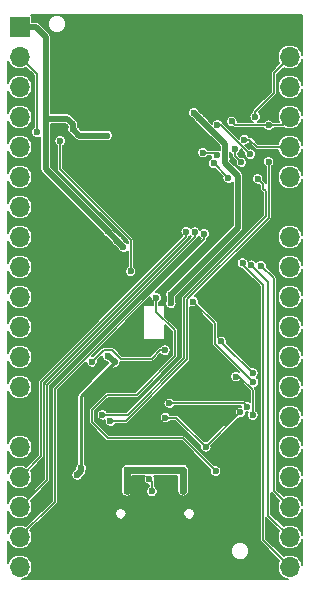
<source format=gbl>
G04 #@! TF.GenerationSoftware,KiCad,Pcbnew,5.1.6*
G04 #@! TF.CreationDate,2020-05-20T03:48:40+02:00*
G04 #@! TF.ProjectId,ESP32_Devkit_TypeC,45535033-325f-4446-9576-6b69745f5479,rev?*
G04 #@! TF.SameCoordinates,Original*
G04 #@! TF.FileFunction,Copper,L2,Bot*
G04 #@! TF.FilePolarity,Positive*
%FSLAX46Y46*%
G04 Gerber Fmt 4.6, Leading zero omitted, Abs format (unit mm)*
G04 Created by KiCad (PCBNEW 5.1.6) date 2020-05-20 03:48:40*
%MOMM*%
%LPD*%
G01*
G04 APERTURE LIST*
G04 #@! TA.AperFunction,Conductor*
%ADD10R,0.900000X0.500000*%
G04 #@! TD*
G04 #@! TA.AperFunction,ViaPad*
%ADD11C,0.500000*%
G04 #@! TD*
G04 #@! TA.AperFunction,ComponentPad*
%ADD12O,0.900000X1.700000*%
G04 #@! TD*
G04 #@! TA.AperFunction,ComponentPad*
%ADD13O,0.900000X2.000000*%
G04 #@! TD*
G04 #@! TA.AperFunction,ComponentPad*
%ADD14O,1.700000X1.700000*%
G04 #@! TD*
G04 #@! TA.AperFunction,ComponentPad*
%ADD15R,1.700000X1.700000*%
G04 #@! TD*
G04 #@! TA.AperFunction,ViaPad*
%ADD16C,0.600000*%
G04 #@! TD*
G04 #@! TA.AperFunction,Conductor*
%ADD17C,0.500000*%
G04 #@! TD*
G04 #@! TA.AperFunction,Conductor*
%ADD18C,0.250000*%
G04 #@! TD*
G04 #@! TA.AperFunction,Conductor*
%ADD19C,0.127000*%
G04 #@! TD*
G04 #@! TA.AperFunction,Conductor*
%ADD20C,0.612000*%
G04 #@! TD*
G04 APERTURE END LIST*
D10*
X93350000Y-82350000D03*
D11*
X93350000Y-82350000D03*
D12*
X104320000Y-122040000D03*
X95680000Y-122040000D03*
D13*
X104320000Y-117870000D03*
X95680000Y-117870000D03*
D14*
X111430000Y-122860000D03*
X111430000Y-120320000D03*
X111430000Y-117780000D03*
X111430000Y-115240000D03*
X111430000Y-112700000D03*
X111430000Y-110160000D03*
X111430000Y-107620000D03*
X111430000Y-105080000D03*
X111430000Y-102540000D03*
X111430000Y-100000000D03*
X111430000Y-97460000D03*
X111430000Y-94920000D03*
X111430000Y-92380000D03*
X111430000Y-89840000D03*
X111430000Y-87300000D03*
X111430000Y-84760000D03*
X111430000Y-82220000D03*
X111430000Y-79680000D03*
D15*
X111430000Y-77140000D03*
D14*
X88570000Y-122860000D03*
X88570000Y-120320000D03*
X88570000Y-117780000D03*
X88570000Y-115240000D03*
X88570000Y-112700000D03*
X88570000Y-110160000D03*
X88570000Y-107620000D03*
X88570000Y-105080000D03*
X88570000Y-102540000D03*
X88570000Y-100000000D03*
X88570000Y-97460000D03*
X88570000Y-94920000D03*
X88570000Y-92380000D03*
X88570000Y-89840000D03*
X88570000Y-87300000D03*
X88570000Y-84760000D03*
X88570000Y-82220000D03*
X88570000Y-79680000D03*
D15*
X88570000Y-77140000D03*
D16*
X98850000Y-113600000D03*
X98600000Y-105700000D03*
X98600000Y-104700000D03*
X97400000Y-105700000D03*
X95000000Y-108100000D03*
X100000000Y-90000000D03*
X97000000Y-90000000D03*
X103000000Y-90000000D03*
X100000000Y-93000000D03*
X100000000Y-87000000D03*
X91978000Y-85840000D03*
X94200000Y-102382000D03*
X93500000Y-102182000D03*
X96610000Y-83910000D03*
X97190000Y-84210000D03*
X97840000Y-84290000D03*
X98460000Y-84520000D03*
X99020000Y-84880000D03*
X94870000Y-83910000D03*
X95170000Y-84500000D03*
X95620000Y-85010000D03*
X96200000Y-85410000D03*
X96860000Y-85650000D03*
X97550000Y-85740000D03*
X96250000Y-83350000D03*
X96140000Y-82700000D03*
X94720000Y-83260000D03*
X94760000Y-82590000D03*
X97750000Y-94190000D03*
X89260000Y-83590000D03*
X110650000Y-83450000D03*
X109540000Y-83980000D03*
X110760000Y-86050000D03*
X109090000Y-86160000D03*
X107970000Y-85980000D03*
X108800000Y-87830000D03*
X110300000Y-88000000D03*
X110200000Y-89200000D03*
X110300000Y-91100000D03*
X107900000Y-90300000D03*
X108800000Y-91500000D03*
X105300000Y-90600000D03*
X109650000Y-94100000D03*
X110400000Y-96400000D03*
X107900000Y-92400000D03*
X105700000Y-91800000D03*
X96200000Y-95900000D03*
X89100000Y-96200000D03*
X89200000Y-98700000D03*
X93700000Y-93100000D03*
X89300000Y-91100000D03*
X89300000Y-88500000D03*
X95200000Y-88500000D03*
X94600000Y-87900000D03*
X89200000Y-86000000D03*
X91500000Y-82400000D03*
X91500000Y-83500000D03*
X104800000Y-95200000D03*
X104200000Y-95900000D03*
X106600000Y-97100000D03*
X106000000Y-97800000D03*
X108600000Y-99200000D03*
X108600000Y-100400000D03*
X110600000Y-101300000D03*
X110150000Y-97800000D03*
X111000000Y-108900000D03*
X111000000Y-111400000D03*
X111100000Y-113950000D03*
X110900000Y-116450000D03*
X110850000Y-119000000D03*
X110900000Y-121550000D03*
X109700000Y-119350000D03*
X110350000Y-123600000D03*
X89300000Y-121650000D03*
X89300000Y-116350000D03*
X89050000Y-119000000D03*
X89050000Y-106300000D03*
X89000000Y-103800000D03*
X88950000Y-101250000D03*
X92300000Y-98120000D03*
X95440000Y-94990000D03*
X92200000Y-91720000D03*
X91200000Y-90700000D03*
X89100000Y-93700000D03*
X93800000Y-90100000D03*
X101900000Y-109600000D03*
X103100000Y-110100000D03*
X98100000Y-110800000D03*
X99400000Y-110800000D03*
X104800000Y-109500000D03*
X104000000Y-111600000D03*
X107700000Y-112600000D03*
X107700000Y-117300000D03*
X108500000Y-118100000D03*
X104000000Y-119600000D03*
X94000000Y-119600000D03*
X96200000Y-113600000D03*
X94600000Y-106300000D03*
X100600000Y-105300000D03*
X97400000Y-104700000D03*
X98000000Y-98700000D03*
X96600000Y-100200000D03*
X91600000Y-100300000D03*
X91100000Y-103800000D03*
X90800000Y-106000000D03*
X103100000Y-86500000D03*
X92800000Y-103900000D03*
X92100000Y-108000000D03*
X92900000Y-108100000D03*
X92100000Y-113500000D03*
X93200000Y-113500000D03*
X96800000Y-82400000D03*
X99340000Y-82400000D03*
X101880000Y-82400000D03*
X104420000Y-82400000D03*
X106960000Y-82400000D03*
X104900000Y-104800000D03*
X108600000Y-101850000D03*
X103400000Y-96650000D03*
X105950000Y-99200000D03*
X101750000Y-95000000D03*
X108550000Y-104300000D03*
X107100000Y-84600000D03*
X104750000Y-84800000D03*
X102000000Y-84200000D03*
X110900000Y-106300000D03*
X107750000Y-114700000D03*
X106950000Y-114700000D03*
X107750000Y-116250000D03*
X106950000Y-116250000D03*
X103150000Y-113750000D03*
X105150000Y-112950000D03*
X96030000Y-104997500D03*
X96590000Y-105522000D03*
X93760000Y-114490000D03*
X93420000Y-115060000D03*
X94675000Y-105482000D03*
X100850000Y-104502000D03*
X96803000Y-95247000D03*
X96001164Y-94443164D03*
X95974000Y-86333000D03*
X93067000Y-85803000D03*
X97333000Y-95775000D03*
X97333000Y-95775000D03*
X101363000Y-99807000D03*
X101352000Y-100526000D03*
X103300000Y-84411000D03*
X103747000Y-84867000D03*
X105923000Y-88303000D03*
X102400000Y-114630000D03*
X97620000Y-114630000D03*
X102400000Y-115500000D03*
X97600000Y-115500000D03*
X97600000Y-116400000D03*
X102400000Y-116400000D03*
X90016000Y-86038000D03*
X105136000Y-114736000D03*
X97949000Y-97833000D03*
X91981000Y-86789000D03*
X106850000Y-106745000D03*
X108282510Y-109991000D03*
X99753475Y-116460500D03*
X99539500Y-115429500D03*
X104170000Y-94647000D03*
X103393000Y-94517000D03*
X102644336Y-94470664D03*
X107427664Y-97125336D03*
X108179000Y-97313000D03*
X108979500Y-97345836D03*
X103250674Y-100383326D03*
X108345490Y-107209000D03*
X108282510Y-106424807D03*
X105620000Y-103760000D03*
X104965000Y-88692000D03*
X106215000Y-89940000D03*
X108060000Y-87910000D03*
X105300000Y-85430000D03*
X104068164Y-87778164D03*
X106760000Y-87470000D03*
X107586063Y-86666063D03*
X107316000Y-88596000D03*
X105221806Y-88011867D03*
X106510000Y-85140000D03*
X96226000Y-110504000D03*
X109639000Y-85458000D03*
X109628000Y-88550000D03*
X108491836Y-84741836D03*
X107239000Y-109765000D03*
X104303000Y-112693000D03*
X100893000Y-110205000D03*
X107792010Y-109280990D03*
X101217000Y-109000000D03*
X95556000Y-109980000D03*
X108700000Y-90000000D03*
X100114000Y-100065000D03*
D17*
X96065500Y-104997500D02*
X96590000Y-105522000D01*
X96030000Y-104997500D02*
X96065500Y-104997500D01*
X93760000Y-114490000D02*
X93760000Y-114720000D01*
X93760000Y-114720000D02*
X93420000Y-115060000D01*
D18*
X93760000Y-108352000D02*
X96590000Y-105522000D01*
X93760000Y-114490000D02*
X93760000Y-108352000D01*
D19*
X94925000Y-105232000D02*
X94675000Y-105482000D01*
X95650000Y-104507000D02*
X94925000Y-105232000D01*
X100845000Y-104507000D02*
X100850000Y-104502000D01*
D17*
X96803000Y-95247000D02*
X96803000Y-95245000D01*
X96803000Y-95245000D02*
X96001164Y-94443164D01*
D18*
X97333000Y-95775000D02*
X97331000Y-95775000D01*
D17*
X97331000Y-95775000D02*
X96803000Y-95247000D01*
X101352000Y-99818000D02*
X101363000Y-99807000D01*
X101352000Y-100526000D02*
X101352000Y-99818000D01*
X101363000Y-99807000D02*
X107054000Y-94116000D01*
X107054000Y-89777038D02*
X105923000Y-88646038D01*
X107054000Y-94116000D02*
X107054000Y-89777038D01*
X105923000Y-87034000D02*
X103747000Y-84867000D01*
X103747000Y-84867000D02*
X103300000Y-84411000D01*
X89920000Y-77140000D02*
X90745000Y-77965000D01*
X88570000Y-77140000D02*
X89920000Y-77140000D01*
X90745000Y-89187000D02*
X96001164Y-94443164D01*
X90745000Y-87318000D02*
X90745000Y-89187000D01*
X93597000Y-86333000D02*
X93067000Y-85803000D01*
X95974000Y-86333000D02*
X93597000Y-86333000D01*
X92585264Y-84897000D02*
X90746000Y-84897000D01*
X93067000Y-85378736D02*
X92585264Y-84897000D01*
X90745000Y-87318000D02*
X90746000Y-84897000D01*
X93067000Y-85803000D02*
X93067000Y-85378736D01*
X90746000Y-84897000D02*
X90745000Y-77965000D01*
X105923000Y-88303000D02*
X105923000Y-87034000D01*
X105923000Y-88646038D02*
X105923000Y-88303000D01*
D19*
X95650000Y-104507000D02*
X96407000Y-104507000D01*
X96407000Y-104507000D02*
X97109499Y-105209499D01*
X99718237Y-105209499D02*
X97109499Y-105209499D01*
X100850000Y-104502000D02*
X100425736Y-104502000D01*
X100425736Y-104502000D02*
X99718237Y-105209499D01*
D20*
X102400000Y-114630000D02*
X97620000Y-114630000D01*
D17*
X97620000Y-115480000D02*
X97600000Y-115500000D01*
D20*
X102400000Y-115500000D02*
X102400000Y-114630000D01*
X97600000Y-114650000D02*
X97620000Y-114630000D01*
X97600000Y-115500000D02*
X97600000Y-114650000D01*
X97600000Y-115500000D02*
X97600000Y-116400000D01*
X102400000Y-115500000D02*
X102400000Y-116400000D01*
D19*
X88570000Y-79680000D02*
X90016000Y-81126000D01*
X90016000Y-81126000D02*
X90016000Y-86038000D01*
X105136000Y-114736000D02*
X102380000Y-111980000D01*
X102380000Y-111980000D02*
X96050000Y-111980000D01*
X96050000Y-111980000D02*
X94675000Y-110605000D01*
X94675000Y-110605000D02*
X94675000Y-109549000D01*
X94675000Y-109549000D02*
X95952000Y-108272000D01*
X95952000Y-108272000D02*
X98452000Y-108272000D01*
X98452000Y-108272000D02*
X101713000Y-105011000D01*
X101713000Y-105011000D02*
X101713000Y-102836000D01*
X101713000Y-102836000D02*
X100111000Y-101234000D01*
X97949000Y-95162000D02*
X97949000Y-97833000D01*
X91981000Y-86789000D02*
X91981000Y-89194000D01*
X91981000Y-89194000D02*
X97949000Y-95162000D01*
X106850000Y-106745000D02*
X107145000Y-106745000D01*
X108282510Y-107882510D02*
X108282510Y-109991000D01*
X107145000Y-106745000D02*
X108282510Y-107882510D01*
X99539500Y-115429500D02*
X99753475Y-115643475D01*
X99753475Y-115772919D02*
X99753475Y-116460500D01*
X99753475Y-115643475D02*
X99753475Y-115772919D01*
X104170000Y-94647000D02*
X104170000Y-95129000D01*
X104170000Y-95129000D02*
X91512000Y-107787000D01*
X91512000Y-107787000D02*
X91512000Y-117352000D01*
X91512000Y-117352000D02*
X88523000Y-120341000D01*
X103393000Y-94941264D02*
X90900000Y-107434264D01*
X103393000Y-94517000D02*
X103393000Y-94941264D01*
X90900000Y-107434264D02*
X90900000Y-115498000D01*
X90900000Y-115498000D02*
X88694000Y-117704000D01*
X102644336Y-94894928D02*
X90363000Y-107176264D01*
X102644336Y-94470664D02*
X102644336Y-94894928D01*
X90363000Y-107176264D02*
X90363000Y-113481000D01*
X90363000Y-113481000D02*
X88557000Y-115287000D01*
X111430000Y-122860000D02*
X109137000Y-120567000D01*
X107427664Y-97287606D02*
X107427664Y-97125336D01*
X109137000Y-120567000D02*
X109137000Y-98996942D01*
X109137000Y-98996942D02*
X107427664Y-97287606D01*
X111430000Y-120320000D02*
X109611000Y-118501000D01*
X109611000Y-118501000D02*
X109611000Y-98745000D01*
X109611000Y-98745000D02*
X108179000Y-97313000D01*
X111430000Y-117780000D02*
X110063000Y-116413000D01*
X110063000Y-116413000D02*
X110063000Y-98429336D01*
X110063000Y-98429336D02*
X108979500Y-97345836D01*
X103250674Y-100383326D02*
X105099000Y-102231652D01*
X105099000Y-102231652D02*
X105099000Y-103962510D01*
X105099000Y-103962510D02*
X108345490Y-107209000D01*
X105799000Y-103941297D02*
X108282510Y-106424807D01*
X105799000Y-103939000D02*
X105620000Y-103760000D01*
X105799000Y-103941297D02*
X105799000Y-103939000D01*
X104965000Y-88692000D02*
X106213000Y-89940000D01*
X106213000Y-89940000D02*
X106215000Y-89940000D01*
X105580000Y-85430000D02*
X105300000Y-85430000D01*
X108060000Y-87910000D02*
X105580000Y-85430000D01*
X108010327Y-86666063D02*
X108654264Y-87310000D01*
X107586063Y-86666063D02*
X108010327Y-86666063D01*
X108654264Y-87310000D02*
X111460000Y-87310000D01*
X106760000Y-87470000D02*
X106760000Y-88040000D01*
X106760000Y-88040000D02*
X107316000Y-88596000D01*
X104068164Y-87778164D02*
X104988103Y-87778164D01*
X104988103Y-87778164D02*
X105221806Y-88011867D01*
X106510000Y-85140000D02*
X106809999Y-85439999D01*
X110850001Y-85439999D02*
X111440000Y-84850000D01*
X109620999Y-85439999D02*
X109639000Y-85458000D01*
X109620999Y-85439999D02*
X110850001Y-85439999D01*
X106809999Y-85439999D02*
X109620999Y-85439999D01*
X102760173Y-100147885D02*
X102760173Y-105263827D01*
X97520000Y-110504000D02*
X96226000Y-110504000D01*
X109628000Y-88550000D02*
X109628000Y-93280058D01*
X102760173Y-105263827D02*
X97520000Y-110504000D01*
X109628000Y-93280058D02*
X102760173Y-100147885D01*
X110050000Y-81060000D02*
X111430000Y-79680000D01*
X110050000Y-82744058D02*
X110050000Y-81060000D01*
X108491836Y-84302222D02*
X110050000Y-82744058D01*
X108491836Y-84741836D02*
X108491836Y-84302222D01*
X107239000Y-109765000D02*
X104311000Y-112693000D01*
X104311000Y-112693000D02*
X104303000Y-112693000D01*
X101815000Y-110205000D02*
X104303000Y-112693000D01*
X100893000Y-110205000D02*
X101815000Y-110205000D01*
X101212999Y-109000001D02*
X107511021Y-109000001D01*
X107511021Y-109000001D02*
X107792010Y-109280990D01*
X101216999Y-109000001D02*
X101217000Y-109000000D01*
X101212999Y-109000001D02*
X101216999Y-109000001D01*
X109137500Y-90824264D02*
X109373990Y-91060754D01*
X109373990Y-91060754D02*
X109373990Y-93174844D01*
X102483000Y-105117000D02*
X102484000Y-105118000D01*
X109373990Y-93174844D02*
X102483000Y-100065834D01*
X102483000Y-100065834D02*
X102483000Y-105117000D01*
X102484000Y-105118000D02*
X102484000Y-105180776D01*
X102484000Y-105180776D02*
X97684776Y-109980000D01*
X97684776Y-109980000D02*
X95556000Y-109980000D01*
X109137500Y-90437500D02*
X108700000Y-90000000D01*
X109137500Y-90824264D02*
X109137500Y-90437500D01*
X100111000Y-100068000D02*
X100114000Y-100065000D01*
X100111000Y-101234000D02*
X100111000Y-100068000D01*
G36*
X112454500Y-79497081D02*
G01*
X112430515Y-79376497D01*
X112352080Y-79187138D01*
X112238209Y-79016720D01*
X112093280Y-78871791D01*
X111922862Y-78757920D01*
X111733503Y-78679485D01*
X111532480Y-78639500D01*
X111327520Y-78639500D01*
X111126497Y-78679485D01*
X110937138Y-78757920D01*
X110766720Y-78871791D01*
X110621791Y-79016720D01*
X110507920Y-79187138D01*
X110429485Y-79376497D01*
X110389500Y-79577520D01*
X110389500Y-79782480D01*
X110429485Y-79983503D01*
X110507920Y-80172862D01*
X110535961Y-80214828D01*
X109879204Y-80871586D01*
X109869528Y-80879527D01*
X109861587Y-80889203D01*
X109861578Y-80889212D01*
X109837786Y-80918204D01*
X109814200Y-80962329D01*
X109799677Y-81010208D01*
X109794773Y-81060000D01*
X109796001Y-81072468D01*
X109796000Y-82638848D01*
X108321040Y-84113808D01*
X108311364Y-84121749D01*
X108303423Y-84131425D01*
X108303414Y-84131434D01*
X108279622Y-84160426D01*
X108256036Y-84204551D01*
X108241513Y-84252430D01*
X108236609Y-84302222D01*
X108237837Y-84314690D01*
X108237837Y-84321634D01*
X108179161Y-84360840D01*
X108110840Y-84429161D01*
X108057161Y-84509497D01*
X108020186Y-84598763D01*
X108001336Y-84693526D01*
X108001336Y-84790146D01*
X108020186Y-84884909D01*
X108057161Y-84974175D01*
X108110840Y-85054511D01*
X108179161Y-85122832D01*
X108259497Y-85176511D01*
X108282403Y-85185999D01*
X107000500Y-85185999D01*
X107000500Y-85091690D01*
X106981650Y-84996927D01*
X106944675Y-84907661D01*
X106890996Y-84827325D01*
X106822675Y-84759004D01*
X106742339Y-84705325D01*
X106653073Y-84668350D01*
X106558310Y-84649500D01*
X106461690Y-84649500D01*
X106366927Y-84668350D01*
X106277661Y-84705325D01*
X106197325Y-84759004D01*
X106129004Y-84827325D01*
X106075325Y-84907661D01*
X106038350Y-84996927D01*
X106019500Y-85091690D01*
X106019500Y-85188310D01*
X106038350Y-85283073D01*
X106075325Y-85372339D01*
X106129004Y-85452675D01*
X106197325Y-85520996D01*
X106277661Y-85574675D01*
X106366927Y-85611650D01*
X106461690Y-85630500D01*
X106558310Y-85630500D01*
X106626607Y-85616915D01*
X106629526Y-85620472D01*
X106639208Y-85628418D01*
X106639211Y-85628421D01*
X106668202Y-85652214D01*
X106712327Y-85675799D01*
X106760206Y-85690323D01*
X106797530Y-85693999D01*
X106797541Y-85693999D01*
X106809999Y-85695226D01*
X106822457Y-85693999D01*
X109206771Y-85693999D01*
X109258004Y-85770675D01*
X109326325Y-85838996D01*
X109406661Y-85892675D01*
X109495927Y-85929650D01*
X109590690Y-85948500D01*
X109687310Y-85948500D01*
X109782073Y-85929650D01*
X109871339Y-85892675D01*
X109951675Y-85838996D01*
X110019996Y-85770675D01*
X110071229Y-85693999D01*
X110837543Y-85693999D01*
X110850001Y-85695226D01*
X110862459Y-85693999D01*
X110862470Y-85693999D01*
X110899794Y-85690323D01*
X110933962Y-85679958D01*
X110937138Y-85682080D01*
X111126497Y-85760515D01*
X111327520Y-85800500D01*
X111532480Y-85800500D01*
X111733503Y-85760515D01*
X111922862Y-85682080D01*
X112093280Y-85568209D01*
X112238209Y-85423280D01*
X112352080Y-85252862D01*
X112430515Y-85063503D01*
X112454500Y-84942918D01*
X112454500Y-87117082D01*
X112430515Y-86996497D01*
X112352080Y-86807138D01*
X112238209Y-86636720D01*
X112093280Y-86491791D01*
X111922862Y-86377920D01*
X111733503Y-86299485D01*
X111532480Y-86259500D01*
X111327520Y-86259500D01*
X111126497Y-86299485D01*
X110937138Y-86377920D01*
X110766720Y-86491791D01*
X110621791Y-86636720D01*
X110507920Y-86807138D01*
X110429485Y-86996497D01*
X110417649Y-87056000D01*
X108759474Y-87056000D01*
X108198746Y-86495272D01*
X108190800Y-86485590D01*
X108181118Y-86477644D01*
X108181115Y-86477641D01*
X108168650Y-86467412D01*
X108152124Y-86453849D01*
X108107999Y-86430263D01*
X108060120Y-86415739D01*
X108022796Y-86412063D01*
X108022785Y-86412063D01*
X108010327Y-86410836D01*
X108005746Y-86411287D01*
X107967059Y-86353388D01*
X107898738Y-86285067D01*
X107818402Y-86231388D01*
X107729136Y-86194413D01*
X107634373Y-86175563D01*
X107537753Y-86175563D01*
X107442990Y-86194413D01*
X107353724Y-86231388D01*
X107273388Y-86285067D01*
X107205067Y-86353388D01*
X107151388Y-86433724D01*
X107114413Y-86522990D01*
X107100773Y-86591563D01*
X105768419Y-85259209D01*
X105760473Y-85249527D01*
X105753936Y-85244163D01*
X105734675Y-85197661D01*
X105680996Y-85117325D01*
X105612675Y-85049004D01*
X105532339Y-84995325D01*
X105443073Y-84958350D01*
X105348310Y-84939500D01*
X105251690Y-84939500D01*
X105156927Y-84958350D01*
X105067661Y-84995325D01*
X104987325Y-85049004D01*
X104919004Y-85117325D01*
X104865325Y-85197661D01*
X104828350Y-85286927D01*
X104822493Y-85316371D01*
X104212375Y-84708777D01*
X104181675Y-84634661D01*
X104127996Y-84554325D01*
X104059675Y-84486004D01*
X103979339Y-84432325D01*
X103909317Y-84403321D01*
X103768032Y-84259192D01*
X103734675Y-84178661D01*
X103680996Y-84098325D01*
X103612675Y-84030004D01*
X103532339Y-83976325D01*
X103443073Y-83939350D01*
X103348310Y-83920500D01*
X103251690Y-83920500D01*
X103156927Y-83939350D01*
X103067661Y-83976325D01*
X102987325Y-84030004D01*
X102919004Y-84098325D01*
X102865325Y-84178661D01*
X102828350Y-84267927D01*
X102809500Y-84362690D01*
X102809500Y-84459310D01*
X102828350Y-84554073D01*
X102865325Y-84643339D01*
X102919004Y-84723675D01*
X102987325Y-84791996D01*
X103067661Y-84845675D01*
X103137684Y-84874679D01*
X103278968Y-85018809D01*
X103312325Y-85099339D01*
X103366004Y-85179675D01*
X103434325Y-85247996D01*
X103514661Y-85301675D01*
X103590959Y-85333279D01*
X105482501Y-87216997D01*
X105482501Y-87596139D01*
X105454145Y-87577192D01*
X105364879Y-87540217D01*
X105270116Y-87521367D01*
X105173496Y-87521367D01*
X105078733Y-87540217D01*
X105078718Y-87540223D01*
X105037896Y-87527840D01*
X105000572Y-87524164D01*
X105000561Y-87524164D01*
X104988103Y-87522937D01*
X104975645Y-87524164D01*
X104488366Y-87524164D01*
X104449160Y-87465489D01*
X104380839Y-87397168D01*
X104300503Y-87343489D01*
X104211237Y-87306514D01*
X104116474Y-87287664D01*
X104019854Y-87287664D01*
X103925091Y-87306514D01*
X103835825Y-87343489D01*
X103755489Y-87397168D01*
X103687168Y-87465489D01*
X103633489Y-87545825D01*
X103596514Y-87635091D01*
X103577664Y-87729854D01*
X103577664Y-87826474D01*
X103596514Y-87921237D01*
X103633489Y-88010503D01*
X103687168Y-88090839D01*
X103755489Y-88159160D01*
X103835825Y-88212839D01*
X103925091Y-88249814D01*
X104019854Y-88268664D01*
X104116474Y-88268664D01*
X104211237Y-88249814D01*
X104300503Y-88212839D01*
X104380839Y-88159160D01*
X104449160Y-88090839D01*
X104488366Y-88032164D01*
X104731306Y-88032164D01*
X104731306Y-88060177D01*
X104750156Y-88154940D01*
X104783792Y-88236146D01*
X104732661Y-88257325D01*
X104652325Y-88311004D01*
X104584004Y-88379325D01*
X104530325Y-88459661D01*
X104493350Y-88548927D01*
X104474500Y-88643690D01*
X104474500Y-88740310D01*
X104493350Y-88835073D01*
X104530325Y-88924339D01*
X104584004Y-89004675D01*
X104652325Y-89072996D01*
X104732661Y-89126675D01*
X104821927Y-89163650D01*
X104916690Y-89182500D01*
X105013310Y-89182500D01*
X105082522Y-89168732D01*
X105737936Y-89824146D01*
X105724500Y-89891690D01*
X105724500Y-89988310D01*
X105743350Y-90083073D01*
X105780325Y-90172339D01*
X105834004Y-90252675D01*
X105902325Y-90320996D01*
X105982661Y-90374675D01*
X106071927Y-90411650D01*
X106166690Y-90430500D01*
X106263310Y-90430500D01*
X106358073Y-90411650D01*
X106447339Y-90374675D01*
X106527675Y-90320996D01*
X106595996Y-90252675D01*
X106613501Y-90226477D01*
X106613500Y-93933539D01*
X101205866Y-99341174D01*
X101130661Y-99372325D01*
X101050325Y-99426004D01*
X100982004Y-99494325D01*
X100928325Y-99574661D01*
X100891350Y-99663927D01*
X100872500Y-99758690D01*
X100872500Y-99855310D01*
X100891350Y-99950073D01*
X100911501Y-99998721D01*
X100911500Y-100307723D01*
X100880350Y-100382927D01*
X100861500Y-100477690D01*
X100861500Y-100574310D01*
X100880350Y-100669073D01*
X100917325Y-100758339D01*
X100971004Y-100838675D01*
X101039325Y-100906996D01*
X101119661Y-100960675D01*
X101208927Y-100997650D01*
X101303690Y-101016500D01*
X101400310Y-101016500D01*
X101495073Y-100997650D01*
X101584339Y-100960675D01*
X101664675Y-100906996D01*
X101732996Y-100838675D01*
X101786675Y-100758339D01*
X101823650Y-100669073D01*
X101842500Y-100574310D01*
X101842500Y-100477690D01*
X101823650Y-100382927D01*
X101792500Y-100307724D01*
X101792500Y-100047084D01*
X101797675Y-100039339D01*
X101828826Y-99964134D01*
X107350185Y-94442776D01*
X107366987Y-94428987D01*
X107422034Y-94361913D01*
X107462938Y-94285388D01*
X107488126Y-94202353D01*
X107494500Y-94137636D01*
X107494500Y-94137627D01*
X107496630Y-94116001D01*
X107494500Y-94094375D01*
X107494500Y-89798667D01*
X107496630Y-89777038D01*
X107494500Y-89755409D01*
X107494500Y-89755402D01*
X107488126Y-89690685D01*
X107462938Y-89607650D01*
X107422034Y-89531125D01*
X107400860Y-89505325D01*
X107380779Y-89480856D01*
X107380777Y-89480854D01*
X107366987Y-89464051D01*
X107350183Y-89450261D01*
X106380399Y-88480477D01*
X106394650Y-88446073D01*
X106413500Y-88351310D01*
X106413500Y-88254690D01*
X106394650Y-88159927D01*
X106363500Y-88084724D01*
X106363500Y-87759472D01*
X106379004Y-87782675D01*
X106447325Y-87850996D01*
X106506001Y-87890202D01*
X106506001Y-88027532D01*
X106504773Y-88040000D01*
X106506001Y-88052468D01*
X106506001Y-88052469D01*
X106509677Y-88089793D01*
X106512295Y-88098422D01*
X106524200Y-88137671D01*
X106547786Y-88181796D01*
X106571578Y-88210788D01*
X106571587Y-88210797D01*
X106579528Y-88220473D01*
X106589204Y-88228414D01*
X106839267Y-88478478D01*
X106825500Y-88547690D01*
X106825500Y-88644310D01*
X106844350Y-88739073D01*
X106881325Y-88828339D01*
X106935004Y-88908675D01*
X107003325Y-88976996D01*
X107083661Y-89030675D01*
X107172927Y-89067650D01*
X107267690Y-89086500D01*
X107364310Y-89086500D01*
X107459073Y-89067650D01*
X107548339Y-89030675D01*
X107628675Y-88976996D01*
X107696996Y-88908675D01*
X107750675Y-88828339D01*
X107787650Y-88739073D01*
X107806500Y-88644310D01*
X107806500Y-88547690D01*
X107787650Y-88452927D01*
X107750675Y-88363661D01*
X107696996Y-88283325D01*
X107628675Y-88215004D01*
X107548339Y-88161325D01*
X107459073Y-88124350D01*
X107364310Y-88105500D01*
X107267690Y-88105500D01*
X107198478Y-88119267D01*
X107014000Y-87934790D01*
X107014000Y-87890202D01*
X107072675Y-87850996D01*
X107140996Y-87782675D01*
X107194675Y-87702339D01*
X107231650Y-87613073D01*
X107250500Y-87518310D01*
X107250500Y-87459710D01*
X107583268Y-87792478D01*
X107569500Y-87861690D01*
X107569500Y-87958310D01*
X107588350Y-88053073D01*
X107625325Y-88142339D01*
X107679004Y-88222675D01*
X107747325Y-88290996D01*
X107827661Y-88344675D01*
X107916927Y-88381650D01*
X108011690Y-88400500D01*
X108108310Y-88400500D01*
X108203073Y-88381650D01*
X108292339Y-88344675D01*
X108372675Y-88290996D01*
X108440996Y-88222675D01*
X108494675Y-88142339D01*
X108531650Y-88053073D01*
X108550500Y-87958310D01*
X108550500Y-87861690D01*
X108531650Y-87766927D01*
X108494675Y-87677661D01*
X108440996Y-87597325D01*
X108372675Y-87529004D01*
X108292339Y-87475325D01*
X108203073Y-87438350D01*
X108108310Y-87419500D01*
X108011690Y-87419500D01*
X107942478Y-87433268D01*
X107660563Y-87151353D01*
X107729136Y-87137713D01*
X107818402Y-87100738D01*
X107898738Y-87047059D01*
X107965426Y-86980372D01*
X108465845Y-87480791D01*
X108473791Y-87490473D01*
X108483473Y-87498419D01*
X108483475Y-87498421D01*
X108512466Y-87522214D01*
X108546147Y-87540217D01*
X108556592Y-87545800D01*
X108604471Y-87560324D01*
X108641795Y-87564000D01*
X108641805Y-87564000D01*
X108654263Y-87565227D01*
X108666721Y-87564000D01*
X110421628Y-87564000D01*
X110429485Y-87603503D01*
X110507920Y-87792862D01*
X110621791Y-87963280D01*
X110766720Y-88108209D01*
X110937138Y-88222080D01*
X111126497Y-88300515D01*
X111327520Y-88340500D01*
X111532480Y-88340500D01*
X111733503Y-88300515D01*
X111922862Y-88222080D01*
X112093280Y-88108209D01*
X112238209Y-87963280D01*
X112352080Y-87792862D01*
X112430515Y-87603503D01*
X112454500Y-87482918D01*
X112454500Y-89657082D01*
X112430515Y-89536497D01*
X112352080Y-89347138D01*
X112238209Y-89176720D01*
X112093280Y-89031791D01*
X111922862Y-88917920D01*
X111733503Y-88839485D01*
X111532480Y-88799500D01*
X111327520Y-88799500D01*
X111126497Y-88839485D01*
X110937138Y-88917920D01*
X110766720Y-89031791D01*
X110621791Y-89176720D01*
X110507920Y-89347138D01*
X110429485Y-89536497D01*
X110389500Y-89737520D01*
X110389500Y-89942480D01*
X110429485Y-90143503D01*
X110507920Y-90332862D01*
X110621791Y-90503280D01*
X110766720Y-90648209D01*
X110937138Y-90762080D01*
X111126497Y-90840515D01*
X111327520Y-90880500D01*
X111532480Y-90880500D01*
X111733503Y-90840515D01*
X111922862Y-90762080D01*
X112093280Y-90648209D01*
X112238209Y-90503280D01*
X112352080Y-90332862D01*
X112430515Y-90143503D01*
X112454500Y-90022918D01*
X112454500Y-94737083D01*
X112430515Y-94616497D01*
X112352080Y-94427138D01*
X112238209Y-94256720D01*
X112093280Y-94111791D01*
X111922862Y-93997920D01*
X111733503Y-93919485D01*
X111532480Y-93879500D01*
X111327520Y-93879500D01*
X111126497Y-93919485D01*
X110937138Y-93997920D01*
X110766720Y-94111791D01*
X110621791Y-94256720D01*
X110507920Y-94427138D01*
X110429485Y-94616497D01*
X110389500Y-94817520D01*
X110389500Y-95022480D01*
X110429485Y-95223503D01*
X110507920Y-95412862D01*
X110621791Y-95583280D01*
X110766720Y-95728209D01*
X110937138Y-95842080D01*
X111126497Y-95920515D01*
X111327520Y-95960500D01*
X111532480Y-95960500D01*
X111733503Y-95920515D01*
X111922862Y-95842080D01*
X112093280Y-95728209D01*
X112238209Y-95583280D01*
X112352080Y-95412862D01*
X112430515Y-95223503D01*
X112454500Y-95102917D01*
X112454500Y-97277083D01*
X112430515Y-97156497D01*
X112352080Y-96967138D01*
X112238209Y-96796720D01*
X112093280Y-96651791D01*
X111922862Y-96537920D01*
X111733503Y-96459485D01*
X111532480Y-96419500D01*
X111327520Y-96419500D01*
X111126497Y-96459485D01*
X110937138Y-96537920D01*
X110766720Y-96651791D01*
X110621791Y-96796720D01*
X110507920Y-96967138D01*
X110429485Y-97156497D01*
X110389500Y-97357520D01*
X110389500Y-97562480D01*
X110429485Y-97763503D01*
X110507920Y-97952862D01*
X110621791Y-98123280D01*
X110766720Y-98268209D01*
X110937138Y-98382080D01*
X111126497Y-98460515D01*
X111327520Y-98500500D01*
X111532480Y-98500500D01*
X111733503Y-98460515D01*
X111922862Y-98382080D01*
X112093280Y-98268209D01*
X112238209Y-98123280D01*
X112352080Y-97952862D01*
X112430515Y-97763503D01*
X112454500Y-97642917D01*
X112454500Y-99817083D01*
X112430515Y-99696497D01*
X112352080Y-99507138D01*
X112238209Y-99336720D01*
X112093280Y-99191791D01*
X111922862Y-99077920D01*
X111733503Y-98999485D01*
X111532480Y-98959500D01*
X111327520Y-98959500D01*
X111126497Y-98999485D01*
X110937138Y-99077920D01*
X110766720Y-99191791D01*
X110621791Y-99336720D01*
X110507920Y-99507138D01*
X110429485Y-99696497D01*
X110389500Y-99897520D01*
X110389500Y-100102480D01*
X110429485Y-100303503D01*
X110507920Y-100492862D01*
X110621791Y-100663280D01*
X110766720Y-100808209D01*
X110937138Y-100922080D01*
X111126497Y-101000515D01*
X111327520Y-101040500D01*
X111532480Y-101040500D01*
X111733503Y-101000515D01*
X111922862Y-100922080D01*
X112093280Y-100808209D01*
X112238209Y-100663280D01*
X112352080Y-100492862D01*
X112430515Y-100303503D01*
X112454501Y-100182917D01*
X112454501Y-102357083D01*
X112430515Y-102236497D01*
X112352080Y-102047138D01*
X112238209Y-101876720D01*
X112093280Y-101731791D01*
X111922862Y-101617920D01*
X111733503Y-101539485D01*
X111532480Y-101499500D01*
X111327520Y-101499500D01*
X111126497Y-101539485D01*
X110937138Y-101617920D01*
X110766720Y-101731791D01*
X110621791Y-101876720D01*
X110507920Y-102047138D01*
X110429485Y-102236497D01*
X110389500Y-102437520D01*
X110389500Y-102642480D01*
X110429485Y-102843503D01*
X110507920Y-103032862D01*
X110621791Y-103203280D01*
X110766720Y-103348209D01*
X110937138Y-103462080D01*
X111126497Y-103540515D01*
X111327520Y-103580500D01*
X111532480Y-103580500D01*
X111733503Y-103540515D01*
X111922862Y-103462080D01*
X112093280Y-103348209D01*
X112238209Y-103203280D01*
X112352080Y-103032862D01*
X112430515Y-102843503D01*
X112454501Y-102722917D01*
X112454501Y-104897084D01*
X112430515Y-104776497D01*
X112352080Y-104587138D01*
X112238209Y-104416720D01*
X112093280Y-104271791D01*
X111922862Y-104157920D01*
X111733503Y-104079485D01*
X111532480Y-104039500D01*
X111327520Y-104039500D01*
X111126497Y-104079485D01*
X110937138Y-104157920D01*
X110766720Y-104271791D01*
X110621791Y-104416720D01*
X110507920Y-104587138D01*
X110429485Y-104776497D01*
X110389500Y-104977520D01*
X110389500Y-105182480D01*
X110429485Y-105383503D01*
X110507920Y-105572862D01*
X110621791Y-105743280D01*
X110766720Y-105888209D01*
X110937138Y-106002080D01*
X111126497Y-106080515D01*
X111327520Y-106120500D01*
X111532480Y-106120500D01*
X111733503Y-106080515D01*
X111922862Y-106002080D01*
X112093280Y-105888209D01*
X112238209Y-105743280D01*
X112352080Y-105572862D01*
X112430515Y-105383503D01*
X112454501Y-105262916D01*
X112454501Y-107437084D01*
X112430515Y-107316497D01*
X112352080Y-107127138D01*
X112238209Y-106956720D01*
X112093280Y-106811791D01*
X111922862Y-106697920D01*
X111733503Y-106619485D01*
X111532480Y-106579500D01*
X111327520Y-106579500D01*
X111126497Y-106619485D01*
X110937138Y-106697920D01*
X110766720Y-106811791D01*
X110621791Y-106956720D01*
X110507920Y-107127138D01*
X110429485Y-107316497D01*
X110389500Y-107517520D01*
X110389500Y-107722480D01*
X110429485Y-107923503D01*
X110507920Y-108112862D01*
X110621791Y-108283280D01*
X110766720Y-108428209D01*
X110937138Y-108542080D01*
X111126497Y-108620515D01*
X111327520Y-108660500D01*
X111532480Y-108660500D01*
X111733503Y-108620515D01*
X111922862Y-108542080D01*
X112093280Y-108428209D01*
X112238209Y-108283280D01*
X112352080Y-108112862D01*
X112430515Y-107923503D01*
X112454501Y-107802916D01*
X112454501Y-109977084D01*
X112430515Y-109856497D01*
X112352080Y-109667138D01*
X112238209Y-109496720D01*
X112093280Y-109351791D01*
X111922862Y-109237920D01*
X111733503Y-109159485D01*
X111532480Y-109119500D01*
X111327520Y-109119500D01*
X111126497Y-109159485D01*
X110937138Y-109237920D01*
X110766720Y-109351791D01*
X110621791Y-109496720D01*
X110507920Y-109667138D01*
X110429485Y-109856497D01*
X110389500Y-110057520D01*
X110389500Y-110262480D01*
X110429485Y-110463503D01*
X110507920Y-110652862D01*
X110621791Y-110823280D01*
X110766720Y-110968209D01*
X110937138Y-111082080D01*
X111126497Y-111160515D01*
X111327520Y-111200500D01*
X111532480Y-111200500D01*
X111733503Y-111160515D01*
X111922862Y-111082080D01*
X112093280Y-110968209D01*
X112238209Y-110823280D01*
X112352080Y-110652862D01*
X112430515Y-110463503D01*
X112454501Y-110342916D01*
X112454501Y-112517084D01*
X112430515Y-112396497D01*
X112352080Y-112207138D01*
X112238209Y-112036720D01*
X112093280Y-111891791D01*
X111922862Y-111777920D01*
X111733503Y-111699485D01*
X111532480Y-111659500D01*
X111327520Y-111659500D01*
X111126497Y-111699485D01*
X110937138Y-111777920D01*
X110766720Y-111891791D01*
X110621791Y-112036720D01*
X110507920Y-112207138D01*
X110429485Y-112396497D01*
X110389500Y-112597520D01*
X110389500Y-112802480D01*
X110429485Y-113003503D01*
X110507920Y-113192862D01*
X110621791Y-113363280D01*
X110766720Y-113508209D01*
X110937138Y-113622080D01*
X111126497Y-113700515D01*
X111327520Y-113740500D01*
X111532480Y-113740500D01*
X111733503Y-113700515D01*
X111922862Y-113622080D01*
X112093280Y-113508209D01*
X112238209Y-113363280D01*
X112352080Y-113192862D01*
X112430515Y-113003503D01*
X112454501Y-112882916D01*
X112454501Y-115057085D01*
X112430515Y-114936497D01*
X112352080Y-114747138D01*
X112238209Y-114576720D01*
X112093280Y-114431791D01*
X111922862Y-114317920D01*
X111733503Y-114239485D01*
X111532480Y-114199500D01*
X111327520Y-114199500D01*
X111126497Y-114239485D01*
X110937138Y-114317920D01*
X110766720Y-114431791D01*
X110621791Y-114576720D01*
X110507920Y-114747138D01*
X110429485Y-114936497D01*
X110389500Y-115137520D01*
X110389500Y-115342480D01*
X110429485Y-115543503D01*
X110507920Y-115732862D01*
X110621791Y-115903280D01*
X110766720Y-116048209D01*
X110937138Y-116162080D01*
X111126497Y-116240515D01*
X111327520Y-116280500D01*
X111532480Y-116280500D01*
X111733503Y-116240515D01*
X111922862Y-116162080D01*
X112093280Y-116048209D01*
X112238209Y-115903280D01*
X112352080Y-115732862D01*
X112430515Y-115543503D01*
X112454501Y-115422915D01*
X112454501Y-117597085D01*
X112430515Y-117476497D01*
X112352080Y-117287138D01*
X112238209Y-117116720D01*
X112093280Y-116971791D01*
X111922862Y-116857920D01*
X111733503Y-116779485D01*
X111532480Y-116739500D01*
X111327520Y-116739500D01*
X111126497Y-116779485D01*
X110937138Y-116857920D01*
X110895172Y-116885961D01*
X110317000Y-116307790D01*
X110317000Y-98441793D01*
X110318227Y-98429335D01*
X110317000Y-98416877D01*
X110317000Y-98416867D01*
X110313324Y-98379543D01*
X110298800Y-98331664D01*
X110294436Y-98323500D01*
X110275214Y-98287538D01*
X110251421Y-98258547D01*
X110251419Y-98258545D01*
X110243473Y-98248863D01*
X110233791Y-98240917D01*
X109456232Y-97463358D01*
X109470000Y-97394146D01*
X109470000Y-97297526D01*
X109451150Y-97202763D01*
X109414175Y-97113497D01*
X109360496Y-97033161D01*
X109292175Y-96964840D01*
X109211839Y-96911161D01*
X109122573Y-96874186D01*
X109027810Y-96855336D01*
X108931190Y-96855336D01*
X108836427Y-96874186D01*
X108747161Y-96911161D01*
X108666825Y-96964840D01*
X108598504Y-97033161D01*
X108590220Y-97045559D01*
X108559996Y-97000325D01*
X108491675Y-96932004D01*
X108411339Y-96878325D01*
X108322073Y-96841350D01*
X108227310Y-96822500D01*
X108130690Y-96822500D01*
X108035927Y-96841350D01*
X107946661Y-96878325D01*
X107875858Y-96925634D01*
X107862339Y-96892997D01*
X107808660Y-96812661D01*
X107740339Y-96744340D01*
X107660003Y-96690661D01*
X107570737Y-96653686D01*
X107475974Y-96634836D01*
X107379354Y-96634836D01*
X107284591Y-96653686D01*
X107195325Y-96690661D01*
X107114989Y-96744340D01*
X107046668Y-96812661D01*
X106992989Y-96892997D01*
X106956014Y-96982263D01*
X106937164Y-97077026D01*
X106937164Y-97173646D01*
X106956014Y-97268409D01*
X106992989Y-97357675D01*
X107046668Y-97438011D01*
X107114989Y-97506332D01*
X107195325Y-97560011D01*
X107284591Y-97596986D01*
X107379354Y-97615836D01*
X107396684Y-97615836D01*
X108883001Y-99102153D01*
X108883000Y-120554542D01*
X108881773Y-120567000D01*
X108883000Y-120579458D01*
X108883000Y-120579468D01*
X108886676Y-120616792D01*
X108901200Y-120664671D01*
X108924786Y-120708797D01*
X108938349Y-120725323D01*
X108948578Y-120737788D01*
X108948581Y-120737791D01*
X108956527Y-120747473D01*
X108966209Y-120755419D01*
X110535961Y-122325171D01*
X110507920Y-122367138D01*
X110429485Y-122556497D01*
X110389500Y-122757520D01*
X110389500Y-122962480D01*
X110429485Y-123163503D01*
X110507920Y-123352862D01*
X110621791Y-123523280D01*
X110766720Y-123668209D01*
X110937138Y-123782080D01*
X111126497Y-123860515D01*
X111247081Y-123884500D01*
X88752919Y-123884500D01*
X88873503Y-123860515D01*
X89062862Y-123782080D01*
X89233280Y-123668209D01*
X89378209Y-123523280D01*
X89492080Y-123352862D01*
X89570515Y-123163503D01*
X89610500Y-122962480D01*
X89610500Y-122757520D01*
X89570515Y-122556497D01*
X89492080Y-122367138D01*
X89378209Y-122196720D01*
X89233280Y-122051791D01*
X89062862Y-121937920D01*
X88873503Y-121859485D01*
X88672480Y-121819500D01*
X88467520Y-121819500D01*
X88266497Y-121859485D01*
X88077138Y-121937920D01*
X87906720Y-122051791D01*
X87761791Y-122196720D01*
X87647920Y-122367138D01*
X87575500Y-122541975D01*
X87575500Y-121424506D01*
X106433500Y-121424506D01*
X106433500Y-121575494D01*
X106462956Y-121723580D01*
X106520736Y-121863074D01*
X106604620Y-121988615D01*
X106711385Y-122095380D01*
X106836926Y-122179264D01*
X106976420Y-122237044D01*
X107124506Y-122266500D01*
X107275494Y-122266500D01*
X107423580Y-122237044D01*
X107563074Y-122179264D01*
X107688615Y-122095380D01*
X107795380Y-121988615D01*
X107879264Y-121863074D01*
X107937044Y-121723580D01*
X107966500Y-121575494D01*
X107966500Y-121424506D01*
X107937044Y-121276420D01*
X107879264Y-121136926D01*
X107795380Y-121011385D01*
X107688615Y-120904620D01*
X107563074Y-120820736D01*
X107423580Y-120762956D01*
X107275494Y-120733500D01*
X107124506Y-120733500D01*
X106976420Y-120762956D01*
X106836926Y-120820736D01*
X106711385Y-120904620D01*
X106604620Y-121011385D01*
X106520736Y-121136926D01*
X106462956Y-121276420D01*
X106433500Y-121424506D01*
X87575500Y-121424506D01*
X87575500Y-120638025D01*
X87647920Y-120812862D01*
X87761791Y-120983280D01*
X87906720Y-121128209D01*
X88077138Y-121242080D01*
X88266497Y-121320515D01*
X88467520Y-121360500D01*
X88672480Y-121360500D01*
X88873503Y-121320515D01*
X89062862Y-121242080D01*
X89233280Y-121128209D01*
X89378209Y-120983280D01*
X89492080Y-120812862D01*
X89570515Y-120623503D01*
X89610500Y-120422480D01*
X89610500Y-120217520D01*
X89570515Y-120016497D01*
X89492080Y-119827138D01*
X89453624Y-119769586D01*
X90921520Y-118301690D01*
X96619500Y-118301690D01*
X96619500Y-118398310D01*
X96638350Y-118493073D01*
X96675325Y-118582339D01*
X96729004Y-118662675D01*
X96797325Y-118730996D01*
X96877661Y-118784675D01*
X96966927Y-118821650D01*
X97061690Y-118840500D01*
X97158310Y-118840500D01*
X97253073Y-118821650D01*
X97342339Y-118784675D01*
X97422675Y-118730996D01*
X97490996Y-118662675D01*
X97544675Y-118582339D01*
X97581650Y-118493073D01*
X97600500Y-118398310D01*
X97600500Y-118301690D01*
X102399500Y-118301690D01*
X102399500Y-118398310D01*
X102418350Y-118493073D01*
X102455325Y-118582339D01*
X102509004Y-118662675D01*
X102577325Y-118730996D01*
X102657661Y-118784675D01*
X102746927Y-118821650D01*
X102841690Y-118840500D01*
X102938310Y-118840500D01*
X103033073Y-118821650D01*
X103122339Y-118784675D01*
X103202675Y-118730996D01*
X103270996Y-118662675D01*
X103324675Y-118582339D01*
X103361650Y-118493073D01*
X103380500Y-118398310D01*
X103380500Y-118301690D01*
X103361650Y-118206927D01*
X103324675Y-118117661D01*
X103270996Y-118037325D01*
X103202675Y-117969004D01*
X103122339Y-117915325D01*
X103033073Y-117878350D01*
X102938310Y-117859500D01*
X102841690Y-117859500D01*
X102746927Y-117878350D01*
X102657661Y-117915325D01*
X102577325Y-117969004D01*
X102509004Y-118037325D01*
X102455325Y-118117661D01*
X102418350Y-118206927D01*
X102399500Y-118301690D01*
X97600500Y-118301690D01*
X97581650Y-118206927D01*
X97544675Y-118117661D01*
X97490996Y-118037325D01*
X97422675Y-117969004D01*
X97342339Y-117915325D01*
X97253073Y-117878350D01*
X97158310Y-117859500D01*
X97061690Y-117859500D01*
X96966927Y-117878350D01*
X96877661Y-117915325D01*
X96797325Y-117969004D01*
X96729004Y-118037325D01*
X96675325Y-118117661D01*
X96638350Y-118206927D01*
X96619500Y-118301690D01*
X90921520Y-118301690D01*
X91682791Y-117540419D01*
X91692473Y-117532473D01*
X91700421Y-117522789D01*
X91724214Y-117493798D01*
X91747800Y-117449672D01*
X91762324Y-117401793D01*
X91766000Y-117364469D01*
X91766000Y-117364459D01*
X91767227Y-117352001D01*
X91766000Y-117339543D01*
X91766000Y-107892210D01*
X94184500Y-105473710D01*
X94184500Y-105530310D01*
X94203350Y-105625073D01*
X94240325Y-105714339D01*
X94294004Y-105794675D01*
X94362325Y-105862996D01*
X94442661Y-105916675D01*
X94531927Y-105953650D01*
X94626690Y-105972500D01*
X94723310Y-105972500D01*
X94818073Y-105953650D01*
X94907339Y-105916675D01*
X94987675Y-105862996D01*
X95055996Y-105794675D01*
X95109675Y-105714339D01*
X95146650Y-105625073D01*
X95165500Y-105530310D01*
X95165500Y-105433690D01*
X95151732Y-105364478D01*
X95539500Y-104976711D01*
X95539500Y-105045810D01*
X95558350Y-105140573D01*
X95595325Y-105229839D01*
X95649004Y-105310175D01*
X95717325Y-105378496D01*
X95797661Y-105432175D01*
X95886927Y-105469150D01*
X95920959Y-105475920D01*
X96055427Y-105610388D01*
X93547864Y-108117953D01*
X93535830Y-108127829D01*
X93525954Y-108139863D01*
X93525953Y-108139864D01*
X93496403Y-108175871D01*
X93467106Y-108230680D01*
X93449067Y-108290152D01*
X93442975Y-108352000D01*
X93444501Y-108367492D01*
X93444500Y-114111829D01*
X93379004Y-114177325D01*
X93325325Y-114257661D01*
X93288350Y-114346927D01*
X93269500Y-114441690D01*
X93269500Y-114538310D01*
X93277668Y-114579372D01*
X93262865Y-114594175D01*
X93187661Y-114625325D01*
X93107325Y-114679004D01*
X93039004Y-114747325D01*
X92985325Y-114827661D01*
X92948350Y-114916927D01*
X92929500Y-115011690D01*
X92929500Y-115108310D01*
X92948350Y-115203073D01*
X92985325Y-115292339D01*
X93039004Y-115372675D01*
X93107325Y-115440996D01*
X93187661Y-115494675D01*
X93276927Y-115531650D01*
X93371690Y-115550500D01*
X93468310Y-115550500D01*
X93563073Y-115531650D01*
X93652339Y-115494675D01*
X93732675Y-115440996D01*
X93800996Y-115372675D01*
X93854675Y-115292339D01*
X93885825Y-115217135D01*
X94056183Y-115046778D01*
X94072987Y-115032987D01*
X94090466Y-115011690D01*
X94128034Y-114965913D01*
X94168938Y-114889388D01*
X94194126Y-114806353D01*
X94196436Y-114782894D01*
X94200500Y-114741635D01*
X94200500Y-114741629D01*
X94202630Y-114720000D01*
X94201288Y-114706374D01*
X94224638Y-114650000D01*
X97101098Y-114650000D01*
X97103501Y-114674396D01*
X97103500Y-115475611D01*
X97103500Y-115475612D01*
X97103501Y-116424389D01*
X97110685Y-116497331D01*
X97139076Y-116590922D01*
X97185179Y-116677175D01*
X97247224Y-116752777D01*
X97322826Y-116814822D01*
X97409079Y-116860925D01*
X97502670Y-116889316D01*
X97600000Y-116898902D01*
X97697331Y-116889316D01*
X97790922Y-116860925D01*
X97877175Y-116814822D01*
X97952777Y-116752777D01*
X98014822Y-116677175D01*
X98060925Y-116590922D01*
X98089316Y-116497331D01*
X98096500Y-116424389D01*
X98096500Y-115126500D01*
X99152039Y-115126500D01*
X99104825Y-115197161D01*
X99067850Y-115286427D01*
X99049000Y-115381190D01*
X99049000Y-115477810D01*
X99067850Y-115572573D01*
X99104825Y-115661839D01*
X99158504Y-115742175D01*
X99226825Y-115810496D01*
X99307161Y-115864175D01*
X99396427Y-115901150D01*
X99491190Y-115920000D01*
X99499475Y-115920000D01*
X99499475Y-116040298D01*
X99440800Y-116079504D01*
X99372479Y-116147825D01*
X99318800Y-116228161D01*
X99281825Y-116317427D01*
X99262975Y-116412190D01*
X99262975Y-116508810D01*
X99281825Y-116603573D01*
X99318800Y-116692839D01*
X99372479Y-116773175D01*
X99440800Y-116841496D01*
X99521136Y-116895175D01*
X99610402Y-116932150D01*
X99705165Y-116951000D01*
X99801785Y-116951000D01*
X99896548Y-116932150D01*
X99985814Y-116895175D01*
X100066150Y-116841496D01*
X100134471Y-116773175D01*
X100188150Y-116692839D01*
X100225125Y-116603573D01*
X100243975Y-116508810D01*
X100243975Y-116412190D01*
X100225125Y-116317427D01*
X100188150Y-116228161D01*
X100134471Y-116147825D01*
X100066150Y-116079504D01*
X100007475Y-116040298D01*
X100007475Y-115655932D01*
X100008702Y-115643474D01*
X100007475Y-115631016D01*
X100007475Y-115631006D01*
X100003799Y-115593682D01*
X100003210Y-115591741D01*
X100011150Y-115572573D01*
X100030000Y-115477810D01*
X100030000Y-115381190D01*
X100011150Y-115286427D01*
X99974175Y-115197161D01*
X99926961Y-115126500D01*
X101903500Y-115126500D01*
X101903500Y-115475612D01*
X101903501Y-116424389D01*
X101910685Y-116497331D01*
X101939076Y-116590922D01*
X101985179Y-116677175D01*
X102047224Y-116752777D01*
X102122826Y-116814822D01*
X102209079Y-116860925D01*
X102302670Y-116889316D01*
X102400000Y-116898902D01*
X102497331Y-116889316D01*
X102590922Y-116860925D01*
X102677175Y-116814822D01*
X102752777Y-116752777D01*
X102814822Y-116677175D01*
X102860925Y-116590922D01*
X102889316Y-116497331D01*
X102896500Y-116424389D01*
X102896500Y-114654389D01*
X102898902Y-114630000D01*
X102889316Y-114532669D01*
X102860925Y-114439078D01*
X102814822Y-114352825D01*
X102752777Y-114277223D01*
X102677175Y-114215178D01*
X102590922Y-114169075D01*
X102497331Y-114140684D01*
X102424389Y-114133500D01*
X102400000Y-114131098D01*
X102375612Y-114133500D01*
X97644377Y-114133500D01*
X97619999Y-114131099D01*
X97595621Y-114133500D01*
X97595611Y-114133500D01*
X97522669Y-114140684D01*
X97429078Y-114169075D01*
X97342825Y-114215178D01*
X97267223Y-114277223D01*
X97258206Y-114288210D01*
X97247224Y-114297223D01*
X97231677Y-114316167D01*
X97231676Y-114316168D01*
X97185178Y-114372825D01*
X97139075Y-114459080D01*
X97110685Y-114552669D01*
X97101098Y-114650000D01*
X94224638Y-114650000D01*
X94231650Y-114633073D01*
X94250500Y-114538310D01*
X94250500Y-114441690D01*
X94231650Y-114346927D01*
X94194675Y-114257661D01*
X94140996Y-114177325D01*
X94075500Y-114111829D01*
X94075500Y-108482683D01*
X96545685Y-106012500D01*
X96638310Y-106012500D01*
X96733073Y-105993650D01*
X96822339Y-105956675D01*
X96902675Y-105902996D01*
X96970996Y-105834675D01*
X97024675Y-105754339D01*
X97061650Y-105665073D01*
X97080500Y-105570310D01*
X97080500Y-105473690D01*
X97078102Y-105461635D01*
X97097030Y-105463499D01*
X97097041Y-105463499D01*
X97109499Y-105464726D01*
X97121957Y-105463499D01*
X99705779Y-105463499D01*
X99718237Y-105464726D01*
X99730695Y-105463499D01*
X99730706Y-105463499D01*
X99768030Y-105459823D01*
X99815909Y-105445299D01*
X99860034Y-105421713D01*
X99876560Y-105408150D01*
X99889025Y-105397921D01*
X99889028Y-105397918D01*
X99898710Y-105389972D01*
X99906656Y-105380290D01*
X100470638Y-104816309D01*
X100537325Y-104882996D01*
X100617661Y-104936675D01*
X100706927Y-104973650D01*
X100801690Y-104992500D01*
X100898310Y-104992500D01*
X100993073Y-104973650D01*
X101082339Y-104936675D01*
X101162675Y-104882996D01*
X101230996Y-104814675D01*
X101284675Y-104734339D01*
X101321650Y-104645073D01*
X101340500Y-104550310D01*
X101340500Y-104453690D01*
X101321650Y-104358927D01*
X101284675Y-104269661D01*
X101230996Y-104189325D01*
X101162675Y-104121004D01*
X101082339Y-104067325D01*
X100993073Y-104030350D01*
X100898310Y-104011500D01*
X100801690Y-104011500D01*
X100706927Y-104030350D01*
X100617661Y-104067325D01*
X100537325Y-104121004D01*
X100469004Y-104189325D01*
X100430317Y-104247224D01*
X100425736Y-104246773D01*
X100413278Y-104248000D01*
X100413267Y-104248000D01*
X100375943Y-104251676D01*
X100328064Y-104266200D01*
X100283939Y-104289786D01*
X100254948Y-104313578D01*
X100254945Y-104313581D01*
X100245263Y-104321527D01*
X100237317Y-104331209D01*
X99613027Y-104955499D01*
X97214709Y-104955499D01*
X96595419Y-104336209D01*
X96587473Y-104326527D01*
X96577791Y-104318581D01*
X96577788Y-104318578D01*
X96565323Y-104308349D01*
X96548797Y-104294786D01*
X96504672Y-104271200D01*
X96456793Y-104256676D01*
X96419469Y-104253000D01*
X96419458Y-104253000D01*
X96407000Y-104251773D01*
X96394542Y-104253000D01*
X95662458Y-104253000D01*
X95650000Y-104251773D01*
X95637542Y-104253000D01*
X95637531Y-104253000D01*
X95600207Y-104256676D01*
X95552328Y-104271200D01*
X95508203Y-104294786D01*
X95479211Y-104318578D01*
X95479203Y-104318586D01*
X95469527Y-104326527D01*
X95461586Y-104336203D01*
X94792522Y-105005268D01*
X94723310Y-104991500D01*
X94666710Y-104991500D01*
X99623500Y-100034710D01*
X99623500Y-100113310D01*
X99642350Y-100208073D01*
X99679325Y-100297339D01*
X99733004Y-100377675D01*
X99801325Y-100445996D01*
X99857001Y-100483197D01*
X99857000Y-100668500D01*
X99050000Y-100668500D01*
X99037612Y-100669720D01*
X99025700Y-100673334D01*
X99014721Y-100679202D01*
X99005099Y-100687099D01*
X98997202Y-100696721D01*
X98991334Y-100707700D01*
X98987720Y-100719612D01*
X98986500Y-100732000D01*
X98986500Y-103582000D01*
X98987720Y-103594388D01*
X98991334Y-103606300D01*
X98997202Y-103617279D01*
X99005099Y-103626901D01*
X99014721Y-103634798D01*
X99025700Y-103640666D01*
X99037612Y-103644280D01*
X99050000Y-103645500D01*
X100825000Y-103645500D01*
X100837388Y-103644280D01*
X100849300Y-103640666D01*
X100860279Y-103634798D01*
X100869901Y-103626901D01*
X100877798Y-103617279D01*
X100883666Y-103606300D01*
X100887280Y-103594388D01*
X100888500Y-103582000D01*
X100888500Y-102370710D01*
X101459001Y-102941211D01*
X101459000Y-104905790D01*
X98346790Y-108018000D01*
X95964458Y-108018000D01*
X95952000Y-108016773D01*
X95939542Y-108018000D01*
X95939531Y-108018000D01*
X95902207Y-108021676D01*
X95858370Y-108034974D01*
X95854328Y-108036200D01*
X95810203Y-108059786D01*
X95781211Y-108083578D01*
X95781203Y-108083586D01*
X95771527Y-108091527D01*
X95763586Y-108101203D01*
X94504204Y-109360586D01*
X94494528Y-109368527D01*
X94486587Y-109378203D01*
X94486578Y-109378212D01*
X94462786Y-109407204D01*
X94439200Y-109451329D01*
X94433036Y-109471650D01*
X94425432Y-109496720D01*
X94424677Y-109499208D01*
X94419773Y-109549000D01*
X94421001Y-109561468D01*
X94421000Y-110592542D01*
X94419773Y-110605000D01*
X94421000Y-110617458D01*
X94421000Y-110617468D01*
X94424676Y-110654792D01*
X94439200Y-110702671D01*
X94462786Y-110746797D01*
X94471980Y-110758000D01*
X94486578Y-110775788D01*
X94486581Y-110775791D01*
X94494527Y-110785473D01*
X94504209Y-110793419D01*
X95861581Y-112150791D01*
X95869527Y-112160473D01*
X95879209Y-112168419D01*
X95879212Y-112168422D01*
X95908203Y-112192215D01*
X95927446Y-112202500D01*
X95952328Y-112215800D01*
X96000207Y-112230324D01*
X96037531Y-112234000D01*
X96037542Y-112234000D01*
X96050000Y-112235227D01*
X96062458Y-112234000D01*
X102274790Y-112234000D01*
X104659268Y-114618478D01*
X104645500Y-114687690D01*
X104645500Y-114784310D01*
X104664350Y-114879073D01*
X104701325Y-114968339D01*
X104755004Y-115048675D01*
X104823325Y-115116996D01*
X104903661Y-115170675D01*
X104992927Y-115207650D01*
X105087690Y-115226500D01*
X105184310Y-115226500D01*
X105279073Y-115207650D01*
X105368339Y-115170675D01*
X105448675Y-115116996D01*
X105516996Y-115048675D01*
X105570675Y-114968339D01*
X105607650Y-114879073D01*
X105626500Y-114784310D01*
X105626500Y-114687690D01*
X105607650Y-114592927D01*
X105570675Y-114503661D01*
X105516996Y-114423325D01*
X105448675Y-114355004D01*
X105368339Y-114301325D01*
X105279073Y-114264350D01*
X105184310Y-114245500D01*
X105087690Y-114245500D01*
X105018478Y-114259268D01*
X102568419Y-111809209D01*
X102560473Y-111799527D01*
X102550791Y-111791581D01*
X102550788Y-111791578D01*
X102534145Y-111777920D01*
X102521797Y-111767786D01*
X102477672Y-111744200D01*
X102429793Y-111729676D01*
X102392469Y-111726000D01*
X102392458Y-111726000D01*
X102380000Y-111724773D01*
X102367542Y-111726000D01*
X96155210Y-111726000D01*
X94929000Y-110499790D01*
X94929000Y-109931690D01*
X95065500Y-109931690D01*
X95065500Y-110028310D01*
X95084350Y-110123073D01*
X95121325Y-110212339D01*
X95175004Y-110292675D01*
X95243325Y-110360996D01*
X95323661Y-110414675D01*
X95412927Y-110451650D01*
X95507690Y-110470500D01*
X95604310Y-110470500D01*
X95699073Y-110451650D01*
X95739647Y-110434844D01*
X95735500Y-110455690D01*
X95735500Y-110552310D01*
X95754350Y-110647073D01*
X95791325Y-110736339D01*
X95845004Y-110816675D01*
X95913325Y-110884996D01*
X95993661Y-110938675D01*
X96082927Y-110975650D01*
X96177690Y-110994500D01*
X96274310Y-110994500D01*
X96369073Y-110975650D01*
X96458339Y-110938675D01*
X96538675Y-110884996D01*
X96606996Y-110816675D01*
X96646202Y-110758000D01*
X97507542Y-110758000D01*
X97520000Y-110759227D01*
X97532458Y-110758000D01*
X97532469Y-110758000D01*
X97569793Y-110754324D01*
X97617672Y-110739800D01*
X97661797Y-110716214D01*
X97687037Y-110695500D01*
X97690788Y-110692422D01*
X97690791Y-110692419D01*
X97700473Y-110684473D01*
X97708419Y-110674791D01*
X102930970Y-105452241D01*
X102940646Y-105444300D01*
X102948587Y-105434624D01*
X102948595Y-105434616D01*
X102972387Y-105405624D01*
X102995973Y-105361499D01*
X102999068Y-105351295D01*
X103010497Y-105313620D01*
X103014173Y-105276296D01*
X103014173Y-105276285D01*
X103015400Y-105263827D01*
X103014173Y-105251369D01*
X103014173Y-100815220D01*
X103018335Y-100818001D01*
X103107601Y-100854976D01*
X103202364Y-100873826D01*
X103298984Y-100873826D01*
X103368196Y-100860058D01*
X104845000Y-102336862D01*
X104845001Y-103950042D01*
X104843773Y-103962510D01*
X104845001Y-103974978D01*
X104845001Y-103974979D01*
X104846362Y-103988792D01*
X104848677Y-104012302D01*
X104863200Y-104060181D01*
X104886786Y-104104306D01*
X104910578Y-104133298D01*
X104910587Y-104133307D01*
X104918528Y-104142983D01*
X104928204Y-104150924D01*
X107098209Y-106320929D01*
X107082339Y-106310325D01*
X106993073Y-106273350D01*
X106898310Y-106254500D01*
X106801690Y-106254500D01*
X106706927Y-106273350D01*
X106617661Y-106310325D01*
X106537325Y-106364004D01*
X106469004Y-106432325D01*
X106415325Y-106512661D01*
X106378350Y-106601927D01*
X106359500Y-106696690D01*
X106359500Y-106793310D01*
X106378350Y-106888073D01*
X106415325Y-106977339D01*
X106469004Y-107057675D01*
X106537325Y-107125996D01*
X106617661Y-107179675D01*
X106706927Y-107216650D01*
X106801690Y-107235500D01*
X106898310Y-107235500D01*
X106993073Y-107216650D01*
X107082339Y-107179675D01*
X107162675Y-107125996D01*
X107164731Y-107123941D01*
X108028510Y-107987720D01*
X108028510Y-108849096D01*
X108024349Y-108846315D01*
X107935083Y-108809340D01*
X107840320Y-108790490D01*
X107743700Y-108790490D01*
X107673200Y-108804514D01*
X107669344Y-108801350D01*
X107652818Y-108787787D01*
X107608693Y-108764201D01*
X107560814Y-108749677D01*
X107523490Y-108746001D01*
X107523479Y-108746001D01*
X107511021Y-108744774D01*
X107498563Y-108746001D01*
X101637202Y-108746001D01*
X101597996Y-108687325D01*
X101529675Y-108619004D01*
X101449339Y-108565325D01*
X101360073Y-108528350D01*
X101265310Y-108509500D01*
X101168690Y-108509500D01*
X101073927Y-108528350D01*
X100984661Y-108565325D01*
X100904325Y-108619004D01*
X100836004Y-108687325D01*
X100782325Y-108767661D01*
X100745350Y-108856927D01*
X100726500Y-108951690D01*
X100726500Y-109048310D01*
X100745350Y-109143073D01*
X100782325Y-109232339D01*
X100836004Y-109312675D01*
X100904325Y-109380996D01*
X100984661Y-109434675D01*
X101073927Y-109471650D01*
X101168690Y-109490500D01*
X101265310Y-109490500D01*
X101360073Y-109471650D01*
X101449339Y-109434675D01*
X101529675Y-109380996D01*
X101597996Y-109312675D01*
X101637201Y-109254001D01*
X107301510Y-109254001D01*
X107301510Y-109277325D01*
X107287310Y-109274500D01*
X107190690Y-109274500D01*
X107095927Y-109293350D01*
X107006661Y-109330325D01*
X106926325Y-109384004D01*
X106858004Y-109452325D01*
X106804325Y-109532661D01*
X106767350Y-109621927D01*
X106748500Y-109716690D01*
X106748500Y-109813310D01*
X106762268Y-109882522D01*
X104427195Y-112217595D01*
X104351310Y-112202500D01*
X104254690Y-112202500D01*
X104185478Y-112216268D01*
X102003419Y-110034209D01*
X101995473Y-110024527D01*
X101985791Y-110016581D01*
X101985788Y-110016578D01*
X101969814Y-110003469D01*
X101956797Y-109992786D01*
X101912672Y-109969200D01*
X101864793Y-109954676D01*
X101827469Y-109951000D01*
X101827458Y-109951000D01*
X101815000Y-109949773D01*
X101802542Y-109951000D01*
X101313202Y-109951000D01*
X101273996Y-109892325D01*
X101205675Y-109824004D01*
X101125339Y-109770325D01*
X101036073Y-109733350D01*
X100941310Y-109714500D01*
X100844690Y-109714500D01*
X100749927Y-109733350D01*
X100660661Y-109770325D01*
X100580325Y-109824004D01*
X100512004Y-109892325D01*
X100458325Y-109972661D01*
X100421350Y-110061927D01*
X100402500Y-110156690D01*
X100402500Y-110253310D01*
X100421350Y-110348073D01*
X100458325Y-110437339D01*
X100512004Y-110517675D01*
X100580325Y-110585996D01*
X100660661Y-110639675D01*
X100749927Y-110676650D01*
X100844690Y-110695500D01*
X100941310Y-110695500D01*
X101036073Y-110676650D01*
X101125339Y-110639675D01*
X101205675Y-110585996D01*
X101273996Y-110517675D01*
X101313202Y-110459000D01*
X101709790Y-110459000D01*
X103826268Y-112575478D01*
X103812500Y-112644690D01*
X103812500Y-112741310D01*
X103831350Y-112836073D01*
X103868325Y-112925339D01*
X103922004Y-113005675D01*
X103990325Y-113073996D01*
X104070661Y-113127675D01*
X104159927Y-113164650D01*
X104254690Y-113183500D01*
X104351310Y-113183500D01*
X104446073Y-113164650D01*
X104535339Y-113127675D01*
X104615675Y-113073996D01*
X104683996Y-113005675D01*
X104737675Y-112925339D01*
X104774650Y-112836073D01*
X104793500Y-112741310D01*
X104793500Y-112644690D01*
X104781060Y-112582150D01*
X107121478Y-110241732D01*
X107190690Y-110255500D01*
X107287310Y-110255500D01*
X107382073Y-110236650D01*
X107471339Y-110199675D01*
X107551675Y-110145996D01*
X107619996Y-110077675D01*
X107673675Y-109997339D01*
X107710650Y-109908073D01*
X107729500Y-109813310D01*
X107729500Y-109768665D01*
X107743700Y-109771490D01*
X107840320Y-109771490D01*
X107842719Y-109771013D01*
X107810860Y-109847927D01*
X107792010Y-109942690D01*
X107792010Y-110039310D01*
X107810860Y-110134073D01*
X107847835Y-110223339D01*
X107901514Y-110303675D01*
X107969835Y-110371996D01*
X108050171Y-110425675D01*
X108139437Y-110462650D01*
X108234200Y-110481500D01*
X108330820Y-110481500D01*
X108425583Y-110462650D01*
X108514849Y-110425675D01*
X108595185Y-110371996D01*
X108663506Y-110303675D01*
X108717185Y-110223339D01*
X108754160Y-110134073D01*
X108773010Y-110039310D01*
X108773010Y-109942690D01*
X108754160Y-109847927D01*
X108717185Y-109758661D01*
X108663506Y-109678325D01*
X108595185Y-109610004D01*
X108536510Y-109570798D01*
X108536510Y-107894967D01*
X108537737Y-107882509D01*
X108536510Y-107870051D01*
X108536510Y-107870041D01*
X108532834Y-107832717D01*
X108518310Y-107784838D01*
X108494724Y-107740713D01*
X108470931Y-107711721D01*
X108470929Y-107711719D01*
X108462983Y-107702037D01*
X108453301Y-107694091D01*
X108447941Y-107688731D01*
X108488563Y-107680650D01*
X108577829Y-107643675D01*
X108658165Y-107589996D01*
X108726486Y-107521675D01*
X108780165Y-107441339D01*
X108817140Y-107352073D01*
X108835990Y-107257310D01*
X108835990Y-107160690D01*
X108817140Y-107065927D01*
X108780165Y-106976661D01*
X108726486Y-106896325D01*
X108658165Y-106828004D01*
X108607103Y-106793885D01*
X108663506Y-106737482D01*
X108717185Y-106657146D01*
X108754160Y-106567880D01*
X108773010Y-106473117D01*
X108773010Y-106376497D01*
X108754160Y-106281734D01*
X108717185Y-106192468D01*
X108663506Y-106112132D01*
X108595185Y-106043811D01*
X108514849Y-105990132D01*
X108425583Y-105953157D01*
X108330820Y-105934307D01*
X108234200Y-105934307D01*
X108164988Y-105948075D01*
X106096351Y-103879438D01*
X106110500Y-103808310D01*
X106110500Y-103711690D01*
X106091650Y-103616927D01*
X106054675Y-103527661D01*
X106000996Y-103447325D01*
X105932675Y-103379004D01*
X105852339Y-103325325D01*
X105763073Y-103288350D01*
X105668310Y-103269500D01*
X105571690Y-103269500D01*
X105476927Y-103288350D01*
X105387661Y-103325325D01*
X105353000Y-103348485D01*
X105353000Y-102244110D01*
X105354227Y-102231652D01*
X105353000Y-102219194D01*
X105353000Y-102219183D01*
X105349324Y-102181859D01*
X105334800Y-102133980D01*
X105311214Y-102089855D01*
X105287422Y-102060864D01*
X105287419Y-102060861D01*
X105279473Y-102051179D01*
X105269791Y-102043233D01*
X103727406Y-100500848D01*
X103741174Y-100431636D01*
X103741174Y-100335016D01*
X103722324Y-100240253D01*
X103685349Y-100150987D01*
X103631670Y-100070651D01*
X103563349Y-100002330D01*
X103483013Y-99948651D01*
X103393747Y-99911676D01*
X103361922Y-99905346D01*
X109798791Y-93468477D01*
X109808473Y-93460531D01*
X109833471Y-93430072D01*
X109840214Y-93421855D01*
X109863800Y-93377730D01*
X109878324Y-93329851D01*
X109882000Y-93292527D01*
X109882000Y-93292517D01*
X109883227Y-93280059D01*
X109882000Y-93267601D01*
X109882000Y-88970202D01*
X109940675Y-88930996D01*
X110008996Y-88862675D01*
X110062675Y-88782339D01*
X110099650Y-88693073D01*
X110118500Y-88598310D01*
X110118500Y-88501690D01*
X110099650Y-88406927D01*
X110062675Y-88317661D01*
X110008996Y-88237325D01*
X109940675Y-88169004D01*
X109860339Y-88115325D01*
X109771073Y-88078350D01*
X109676310Y-88059500D01*
X109579690Y-88059500D01*
X109484927Y-88078350D01*
X109395661Y-88115325D01*
X109315325Y-88169004D01*
X109247004Y-88237325D01*
X109193325Y-88317661D01*
X109156350Y-88406927D01*
X109137500Y-88501690D01*
X109137500Y-88598310D01*
X109156350Y-88693073D01*
X109193325Y-88782339D01*
X109247004Y-88862675D01*
X109315325Y-88930996D01*
X109374000Y-88970202D01*
X109374000Y-90342137D01*
X109373300Y-90339828D01*
X109349714Y-90295702D01*
X109325921Y-90266711D01*
X109325919Y-90266709D01*
X109317973Y-90257027D01*
X109308291Y-90249081D01*
X109176732Y-90117522D01*
X109190500Y-90048310D01*
X109190500Y-89951690D01*
X109171650Y-89856927D01*
X109134675Y-89767661D01*
X109080996Y-89687325D01*
X109012675Y-89619004D01*
X108932339Y-89565325D01*
X108843073Y-89528350D01*
X108748310Y-89509500D01*
X108651690Y-89509500D01*
X108556927Y-89528350D01*
X108467661Y-89565325D01*
X108387325Y-89619004D01*
X108319004Y-89687325D01*
X108265325Y-89767661D01*
X108228350Y-89856927D01*
X108209500Y-89951690D01*
X108209500Y-90048310D01*
X108228350Y-90143073D01*
X108265325Y-90232339D01*
X108319004Y-90312675D01*
X108387325Y-90380996D01*
X108467661Y-90434675D01*
X108556927Y-90471650D01*
X108651690Y-90490500D01*
X108748310Y-90490500D01*
X108817522Y-90476732D01*
X108883501Y-90542711D01*
X108883500Y-90811805D01*
X108882273Y-90824264D01*
X108883500Y-90836722D01*
X108883500Y-90836732D01*
X108887176Y-90874056D01*
X108901700Y-90921935D01*
X108925286Y-90966061D01*
X108938849Y-90982587D01*
X108949078Y-90995052D01*
X108949081Y-90995055D01*
X108957027Y-91004737D01*
X108966709Y-91012683D01*
X109119990Y-91165964D01*
X109119991Y-93069633D01*
X102312209Y-99877415D01*
X102302527Y-99885361D01*
X102294581Y-99895043D01*
X102294578Y-99895046D01*
X102286941Y-99904352D01*
X102270786Y-99924037D01*
X102247200Y-99968163D01*
X102232676Y-100016042D01*
X102229000Y-100053366D01*
X102229000Y-100053376D01*
X102227773Y-100065834D01*
X102229000Y-100078292D01*
X102229001Y-105076565D01*
X97579566Y-109726000D01*
X95976202Y-109726000D01*
X95936996Y-109667325D01*
X95868675Y-109599004D01*
X95788339Y-109545325D01*
X95699073Y-109508350D01*
X95604310Y-109489500D01*
X95507690Y-109489500D01*
X95412927Y-109508350D01*
X95323661Y-109545325D01*
X95243325Y-109599004D01*
X95175004Y-109667325D01*
X95121325Y-109747661D01*
X95084350Y-109836927D01*
X95065500Y-109931690D01*
X94929000Y-109931690D01*
X94929000Y-109654210D01*
X96057211Y-108526000D01*
X98439542Y-108526000D01*
X98452000Y-108527227D01*
X98464458Y-108526000D01*
X98464469Y-108526000D01*
X98501793Y-108522324D01*
X98549672Y-108507800D01*
X98593797Y-108484214D01*
X98610323Y-108470651D01*
X98622788Y-108460422D01*
X98622791Y-108460419D01*
X98632473Y-108452473D01*
X98640421Y-108442789D01*
X101883791Y-105199419D01*
X101893473Y-105191473D01*
X101913650Y-105166888D01*
X101925214Y-105152798D01*
X101948800Y-105108672D01*
X101948800Y-105108671D01*
X101963324Y-105060793D01*
X101967000Y-105023469D01*
X101967000Y-105023459D01*
X101968227Y-105011001D01*
X101967000Y-104998543D01*
X101967000Y-102848457D01*
X101968227Y-102835999D01*
X101967000Y-102823541D01*
X101967000Y-102823531D01*
X101963324Y-102786207D01*
X101948800Y-102738328D01*
X101925214Y-102694203D01*
X101893473Y-102655527D01*
X101883791Y-102647581D01*
X100888500Y-101652290D01*
X100888500Y-100732000D01*
X100887280Y-100719612D01*
X100883666Y-100707700D01*
X100877798Y-100696721D01*
X100869901Y-100687099D01*
X100860279Y-100679202D01*
X100849300Y-100673334D01*
X100837388Y-100669720D01*
X100825000Y-100668500D01*
X100365000Y-100668500D01*
X100365000Y-100487206D01*
X100426675Y-100445996D01*
X100494996Y-100377675D01*
X100548675Y-100297339D01*
X100585650Y-100208073D01*
X100604500Y-100113310D01*
X100604500Y-100016690D01*
X100585650Y-99921927D01*
X100548675Y-99832661D01*
X100494996Y-99752325D01*
X100426675Y-99684004D01*
X100346339Y-99630325D01*
X100257073Y-99593350D01*
X100162310Y-99574500D01*
X100083710Y-99574500D01*
X104340791Y-95317419D01*
X104350473Y-95309473D01*
X104358421Y-95299789D01*
X104382214Y-95270798D01*
X104405800Y-95226672D01*
X104414288Y-95198690D01*
X104420324Y-95178793D01*
X104424000Y-95141469D01*
X104424000Y-95141459D01*
X104425227Y-95129001D01*
X104424000Y-95116543D01*
X104424000Y-95067202D01*
X104482675Y-95027996D01*
X104550996Y-94959675D01*
X104604675Y-94879339D01*
X104641650Y-94790073D01*
X104660500Y-94695310D01*
X104660500Y-94598690D01*
X104641650Y-94503927D01*
X104604675Y-94414661D01*
X104550996Y-94334325D01*
X104482675Y-94266004D01*
X104402339Y-94212325D01*
X104313073Y-94175350D01*
X104218310Y-94156500D01*
X104121690Y-94156500D01*
X104026927Y-94175350D01*
X103937661Y-94212325D01*
X103857325Y-94266004D01*
X103830895Y-94292434D01*
X103827675Y-94284661D01*
X103773996Y-94204325D01*
X103705675Y-94136004D01*
X103625339Y-94082325D01*
X103536073Y-94045350D01*
X103441310Y-94026500D01*
X103344690Y-94026500D01*
X103249927Y-94045350D01*
X103160661Y-94082325D01*
X103080325Y-94136004D01*
X103038553Y-94177776D01*
X103025332Y-94157989D01*
X102957011Y-94089668D01*
X102876675Y-94035989D01*
X102787409Y-93999014D01*
X102692646Y-93980164D01*
X102596026Y-93980164D01*
X102501263Y-93999014D01*
X102411997Y-94035989D01*
X102331661Y-94089668D01*
X102263340Y-94157989D01*
X102209661Y-94238325D01*
X102172686Y-94327591D01*
X102153836Y-94422354D01*
X102153836Y-94518974D01*
X102172686Y-94613737D01*
X102209661Y-94703003D01*
X102263340Y-94783339D01*
X102330027Y-94850026D01*
X90192209Y-106987845D01*
X90182527Y-106995791D01*
X90174581Y-107005473D01*
X90174578Y-107005476D01*
X90164349Y-107017941D01*
X90150786Y-107034467D01*
X90127200Y-107078593D01*
X90112676Y-107126472D01*
X90109000Y-107163796D01*
X90109000Y-107163806D01*
X90107773Y-107176264D01*
X90109000Y-107188722D01*
X90109001Y-113375789D01*
X89125210Y-114359580D01*
X89062862Y-114317920D01*
X88873503Y-114239485D01*
X88672480Y-114199500D01*
X88467520Y-114199500D01*
X88266497Y-114239485D01*
X88077138Y-114317920D01*
X87906720Y-114431791D01*
X87761791Y-114576720D01*
X87647920Y-114747138D01*
X87575500Y-114921975D01*
X87575500Y-113018025D01*
X87647920Y-113192862D01*
X87761791Y-113363280D01*
X87906720Y-113508209D01*
X88077138Y-113622080D01*
X88266497Y-113700515D01*
X88467520Y-113740500D01*
X88672480Y-113740500D01*
X88873503Y-113700515D01*
X89062862Y-113622080D01*
X89233280Y-113508209D01*
X89378209Y-113363280D01*
X89492080Y-113192862D01*
X89570515Y-113003503D01*
X89610500Y-112802480D01*
X89610500Y-112597520D01*
X89570515Y-112396497D01*
X89492080Y-112207138D01*
X89378209Y-112036720D01*
X89233280Y-111891791D01*
X89062862Y-111777920D01*
X88873503Y-111699485D01*
X88672480Y-111659500D01*
X88467520Y-111659500D01*
X88266497Y-111699485D01*
X88077138Y-111777920D01*
X87906720Y-111891791D01*
X87761791Y-112036720D01*
X87647920Y-112207138D01*
X87575500Y-112381975D01*
X87575500Y-107938025D01*
X87647920Y-108112862D01*
X87761791Y-108283280D01*
X87906720Y-108428209D01*
X88077138Y-108542080D01*
X88266497Y-108620515D01*
X88467520Y-108660500D01*
X88672480Y-108660500D01*
X88873503Y-108620515D01*
X89062862Y-108542080D01*
X89233280Y-108428209D01*
X89378209Y-108283280D01*
X89492080Y-108112862D01*
X89570515Y-107923503D01*
X89610500Y-107722480D01*
X89610500Y-107517520D01*
X89570515Y-107316497D01*
X89492080Y-107127138D01*
X89378209Y-106956720D01*
X89233280Y-106811791D01*
X89062862Y-106697920D01*
X88873503Y-106619485D01*
X88672480Y-106579500D01*
X88467520Y-106579500D01*
X88266497Y-106619485D01*
X88077138Y-106697920D01*
X87906720Y-106811791D01*
X87761791Y-106956720D01*
X87647920Y-107127138D01*
X87575500Y-107301975D01*
X87575500Y-105398025D01*
X87647920Y-105572862D01*
X87761791Y-105743280D01*
X87906720Y-105888209D01*
X88077138Y-106002080D01*
X88266497Y-106080515D01*
X88467520Y-106120500D01*
X88672480Y-106120500D01*
X88873503Y-106080515D01*
X89062862Y-106002080D01*
X89233280Y-105888209D01*
X89378209Y-105743280D01*
X89492080Y-105572862D01*
X89570515Y-105383503D01*
X89610500Y-105182480D01*
X89610500Y-104977520D01*
X89570515Y-104776497D01*
X89492080Y-104587138D01*
X89378209Y-104416720D01*
X89233280Y-104271791D01*
X89062862Y-104157920D01*
X88873503Y-104079485D01*
X88672480Y-104039500D01*
X88467520Y-104039500D01*
X88266497Y-104079485D01*
X88077138Y-104157920D01*
X87906720Y-104271791D01*
X87761791Y-104416720D01*
X87647920Y-104587138D01*
X87575500Y-104761975D01*
X87575500Y-102858025D01*
X87647920Y-103032862D01*
X87761791Y-103203280D01*
X87906720Y-103348209D01*
X88077138Y-103462080D01*
X88266497Y-103540515D01*
X88467520Y-103580500D01*
X88672480Y-103580500D01*
X88873503Y-103540515D01*
X89062862Y-103462080D01*
X89233280Y-103348209D01*
X89378209Y-103203280D01*
X89492080Y-103032862D01*
X89570515Y-102843503D01*
X89610500Y-102642480D01*
X89610500Y-102437520D01*
X89570515Y-102236497D01*
X89492080Y-102047138D01*
X89378209Y-101876720D01*
X89233280Y-101731791D01*
X89062862Y-101617920D01*
X88873503Y-101539485D01*
X88672480Y-101499500D01*
X88467520Y-101499500D01*
X88266497Y-101539485D01*
X88077138Y-101617920D01*
X87906720Y-101731791D01*
X87761791Y-101876720D01*
X87647920Y-102047138D01*
X87575500Y-102221975D01*
X87575500Y-100318025D01*
X87647920Y-100492862D01*
X87761791Y-100663280D01*
X87906720Y-100808209D01*
X88077138Y-100922080D01*
X88266497Y-101000515D01*
X88467520Y-101040500D01*
X88672480Y-101040500D01*
X88873503Y-101000515D01*
X89062862Y-100922080D01*
X89233280Y-100808209D01*
X89378209Y-100663280D01*
X89492080Y-100492862D01*
X89570515Y-100303503D01*
X89610500Y-100102480D01*
X89610500Y-99897520D01*
X89570515Y-99696497D01*
X89492080Y-99507138D01*
X89378209Y-99336720D01*
X89233280Y-99191791D01*
X89062862Y-99077920D01*
X88873503Y-98999485D01*
X88672480Y-98959500D01*
X88467520Y-98959500D01*
X88266497Y-98999485D01*
X88077138Y-99077920D01*
X87906720Y-99191791D01*
X87761791Y-99336720D01*
X87647920Y-99507138D01*
X87575500Y-99681975D01*
X87575500Y-97778025D01*
X87647920Y-97952862D01*
X87761791Y-98123280D01*
X87906720Y-98268209D01*
X88077138Y-98382080D01*
X88266497Y-98460515D01*
X88467520Y-98500500D01*
X88672480Y-98500500D01*
X88873503Y-98460515D01*
X89062862Y-98382080D01*
X89233280Y-98268209D01*
X89378209Y-98123280D01*
X89492080Y-97952862D01*
X89570515Y-97763503D01*
X89610500Y-97562480D01*
X89610500Y-97357520D01*
X89570515Y-97156497D01*
X89492080Y-96967138D01*
X89378209Y-96796720D01*
X89233280Y-96651791D01*
X89062862Y-96537920D01*
X88873503Y-96459485D01*
X88672480Y-96419500D01*
X88467520Y-96419500D01*
X88266497Y-96459485D01*
X88077138Y-96537920D01*
X87906720Y-96651791D01*
X87761791Y-96796720D01*
X87647920Y-96967138D01*
X87575500Y-97141975D01*
X87575500Y-95238025D01*
X87647920Y-95412862D01*
X87761791Y-95583280D01*
X87906720Y-95728209D01*
X88077138Y-95842080D01*
X88266497Y-95920515D01*
X88467520Y-95960500D01*
X88672480Y-95960500D01*
X88873503Y-95920515D01*
X89062862Y-95842080D01*
X89233280Y-95728209D01*
X89378209Y-95583280D01*
X89492080Y-95412862D01*
X89570515Y-95223503D01*
X89610500Y-95022480D01*
X89610500Y-94817520D01*
X89570515Y-94616497D01*
X89492080Y-94427138D01*
X89378209Y-94256720D01*
X89233280Y-94111791D01*
X89062862Y-93997920D01*
X88873503Y-93919485D01*
X88672480Y-93879500D01*
X88467520Y-93879500D01*
X88266497Y-93919485D01*
X88077138Y-93997920D01*
X87906720Y-94111791D01*
X87761791Y-94256720D01*
X87647920Y-94427138D01*
X87575500Y-94601975D01*
X87575500Y-92698025D01*
X87647920Y-92872862D01*
X87761791Y-93043280D01*
X87906720Y-93188209D01*
X88077138Y-93302080D01*
X88266497Y-93380515D01*
X88467520Y-93420500D01*
X88672480Y-93420500D01*
X88873503Y-93380515D01*
X89062862Y-93302080D01*
X89233280Y-93188209D01*
X89378209Y-93043280D01*
X89492080Y-92872862D01*
X89570515Y-92683503D01*
X89610500Y-92482480D01*
X89610500Y-92277520D01*
X89570515Y-92076497D01*
X89492080Y-91887138D01*
X89378209Y-91716720D01*
X89233280Y-91571791D01*
X89062862Y-91457920D01*
X88873503Y-91379485D01*
X88672480Y-91339500D01*
X88467520Y-91339500D01*
X88266497Y-91379485D01*
X88077138Y-91457920D01*
X87906720Y-91571791D01*
X87761791Y-91716720D01*
X87647920Y-91887138D01*
X87575500Y-92061975D01*
X87575500Y-90158025D01*
X87647920Y-90332862D01*
X87761791Y-90503280D01*
X87906720Y-90648209D01*
X88077138Y-90762080D01*
X88266497Y-90840515D01*
X88467520Y-90880500D01*
X88672480Y-90880500D01*
X88873503Y-90840515D01*
X89062862Y-90762080D01*
X89233280Y-90648209D01*
X89378209Y-90503280D01*
X89492080Y-90332862D01*
X89570515Y-90143503D01*
X89610500Y-89942480D01*
X89610500Y-89737520D01*
X89570515Y-89536497D01*
X89492080Y-89347138D01*
X89378209Y-89176720D01*
X89233280Y-89031791D01*
X89062862Y-88917920D01*
X88873503Y-88839485D01*
X88672480Y-88799500D01*
X88467520Y-88799500D01*
X88266497Y-88839485D01*
X88077138Y-88917920D01*
X87906720Y-89031791D01*
X87761791Y-89176720D01*
X87647920Y-89347138D01*
X87575500Y-89521975D01*
X87575500Y-87618025D01*
X87647920Y-87792862D01*
X87761791Y-87963280D01*
X87906720Y-88108209D01*
X88077138Y-88222080D01*
X88266497Y-88300515D01*
X88467520Y-88340500D01*
X88672480Y-88340500D01*
X88873503Y-88300515D01*
X89062862Y-88222080D01*
X89233280Y-88108209D01*
X89378209Y-87963280D01*
X89492080Y-87792862D01*
X89570515Y-87603503D01*
X89610500Y-87402480D01*
X89610500Y-87197520D01*
X89570515Y-86996497D01*
X89492080Y-86807138D01*
X89378209Y-86636720D01*
X89233280Y-86491791D01*
X89062862Y-86377920D01*
X88873503Y-86299485D01*
X88672480Y-86259500D01*
X88467520Y-86259500D01*
X88266497Y-86299485D01*
X88077138Y-86377920D01*
X87906720Y-86491791D01*
X87761791Y-86636720D01*
X87647920Y-86807138D01*
X87575500Y-86981975D01*
X87575500Y-85078025D01*
X87647920Y-85252862D01*
X87761791Y-85423280D01*
X87906720Y-85568209D01*
X88077138Y-85682080D01*
X88266497Y-85760515D01*
X88467520Y-85800500D01*
X88672480Y-85800500D01*
X88873503Y-85760515D01*
X89062862Y-85682080D01*
X89233280Y-85568209D01*
X89378209Y-85423280D01*
X89492080Y-85252862D01*
X89570515Y-85063503D01*
X89610500Y-84862480D01*
X89610500Y-84657520D01*
X89570515Y-84456497D01*
X89492080Y-84267138D01*
X89378209Y-84096720D01*
X89233280Y-83951791D01*
X89062862Y-83837920D01*
X88873503Y-83759485D01*
X88672480Y-83719500D01*
X88467520Y-83719500D01*
X88266497Y-83759485D01*
X88077138Y-83837920D01*
X87906720Y-83951791D01*
X87761791Y-84096720D01*
X87647920Y-84267138D01*
X87575500Y-84441975D01*
X87575500Y-82538025D01*
X87647920Y-82712862D01*
X87761791Y-82883280D01*
X87906720Y-83028209D01*
X88077138Y-83142080D01*
X88266497Y-83220515D01*
X88467520Y-83260500D01*
X88672480Y-83260500D01*
X88873503Y-83220515D01*
X89062862Y-83142080D01*
X89233280Y-83028209D01*
X89378209Y-82883280D01*
X89492080Y-82712862D01*
X89570515Y-82523503D01*
X89610500Y-82322480D01*
X89610500Y-82117520D01*
X89570515Y-81916497D01*
X89492080Y-81727138D01*
X89378209Y-81556720D01*
X89233280Y-81411791D01*
X89062862Y-81297920D01*
X88873503Y-81219485D01*
X88672480Y-81179500D01*
X88467520Y-81179500D01*
X88266497Y-81219485D01*
X88077138Y-81297920D01*
X87906720Y-81411791D01*
X87761791Y-81556720D01*
X87647920Y-81727138D01*
X87575500Y-81901975D01*
X87575500Y-79998025D01*
X87647920Y-80172862D01*
X87761791Y-80343280D01*
X87906720Y-80488209D01*
X88077138Y-80602080D01*
X88266497Y-80680515D01*
X88467520Y-80720500D01*
X88672480Y-80720500D01*
X88873503Y-80680515D01*
X89062862Y-80602080D01*
X89104828Y-80574039D01*
X89762000Y-81231211D01*
X89762001Y-85617798D01*
X89703325Y-85657004D01*
X89635004Y-85725325D01*
X89581325Y-85805661D01*
X89544350Y-85894927D01*
X89525500Y-85989690D01*
X89525500Y-86086310D01*
X89544350Y-86181073D01*
X89581325Y-86270339D01*
X89635004Y-86350675D01*
X89703325Y-86418996D01*
X89783661Y-86472675D01*
X89872927Y-86509650D01*
X89967690Y-86528500D01*
X90064310Y-86528500D01*
X90159073Y-86509650D01*
X90248339Y-86472675D01*
X90304865Y-86434905D01*
X90304510Y-87296265D01*
X90304500Y-87296365D01*
X90304500Y-87320039D01*
X90304492Y-87339454D01*
X90304500Y-87339536D01*
X90304501Y-89165361D01*
X90302370Y-89187000D01*
X90310874Y-89273352D01*
X90336062Y-89356387D01*
X90376966Y-89432912D01*
X90406050Y-89468350D01*
X90432014Y-89499987D01*
X90448817Y-89513777D01*
X95535339Y-94600300D01*
X95566489Y-94675503D01*
X95620168Y-94755839D01*
X95688489Y-94824160D01*
X95768825Y-94877839D01*
X95844029Y-94908989D01*
X96335761Y-95400722D01*
X96368325Y-95479339D01*
X96422004Y-95559675D01*
X96490325Y-95627996D01*
X96570661Y-95681675D01*
X96645865Y-95712825D01*
X96868589Y-95935550D01*
X96898325Y-96007339D01*
X96952004Y-96087675D01*
X97020325Y-96155996D01*
X97100661Y-96209675D01*
X97189927Y-96246650D01*
X97284690Y-96265500D01*
X97381310Y-96265500D01*
X97476073Y-96246650D01*
X97565339Y-96209675D01*
X97645675Y-96155996D01*
X97695000Y-96106671D01*
X97695001Y-97412798D01*
X97636325Y-97452004D01*
X97568004Y-97520325D01*
X97514325Y-97600661D01*
X97477350Y-97689927D01*
X97458500Y-97784690D01*
X97458500Y-97881310D01*
X97477350Y-97976073D01*
X97514325Y-98065339D01*
X97568004Y-98145675D01*
X97636325Y-98213996D01*
X97716661Y-98267675D01*
X97805927Y-98304650D01*
X97900690Y-98323500D01*
X97997310Y-98323500D01*
X98092073Y-98304650D01*
X98181339Y-98267675D01*
X98261675Y-98213996D01*
X98329996Y-98145675D01*
X98383675Y-98065339D01*
X98420650Y-97976073D01*
X98439500Y-97881310D01*
X98439500Y-97784690D01*
X98420650Y-97689927D01*
X98383675Y-97600661D01*
X98329996Y-97520325D01*
X98261675Y-97452004D01*
X98203000Y-97412798D01*
X98203000Y-95174458D01*
X98204227Y-95162000D01*
X98203000Y-95149542D01*
X98203000Y-95149531D01*
X98199324Y-95112207D01*
X98184800Y-95064328D01*
X98176585Y-95048958D01*
X98161215Y-95020203D01*
X98137422Y-94991212D01*
X98137419Y-94991209D01*
X98129473Y-94981527D01*
X98119791Y-94973581D01*
X92235000Y-89088790D01*
X92235000Y-87209202D01*
X92293675Y-87169996D01*
X92361996Y-87101675D01*
X92415675Y-87021339D01*
X92452650Y-86932073D01*
X92471500Y-86837310D01*
X92471500Y-86740690D01*
X92452650Y-86645927D01*
X92415675Y-86556661D01*
X92361996Y-86476325D01*
X92293675Y-86408004D01*
X92213339Y-86354325D01*
X92124073Y-86317350D01*
X92029310Y-86298500D01*
X91932690Y-86298500D01*
X91837927Y-86317350D01*
X91748661Y-86354325D01*
X91668325Y-86408004D01*
X91600004Y-86476325D01*
X91546325Y-86556661D01*
X91509350Y-86645927D01*
X91490500Y-86740690D01*
X91490500Y-86837310D01*
X91509350Y-86932073D01*
X91546325Y-87021339D01*
X91600004Y-87101675D01*
X91668325Y-87169996D01*
X91727000Y-87209202D01*
X91727001Y-89181532D01*
X91725773Y-89194000D01*
X91730677Y-89243792D01*
X91745200Y-89291671D01*
X91768786Y-89335796D01*
X91792578Y-89364788D01*
X91792587Y-89364797D01*
X91800528Y-89374473D01*
X91810204Y-89382414D01*
X97695000Y-95267210D01*
X97695000Y-95443329D01*
X97645675Y-95394004D01*
X97565339Y-95340325D01*
X97486721Y-95307761D01*
X97268825Y-95089865D01*
X97237675Y-95014661D01*
X97183996Y-94934325D01*
X97115675Y-94866004D01*
X97035339Y-94812325D01*
X96963550Y-94782589D01*
X96466989Y-94286029D01*
X96435839Y-94210825D01*
X96382160Y-94130489D01*
X96313839Y-94062168D01*
X96233503Y-94008489D01*
X96158300Y-93977339D01*
X91185500Y-89004540D01*
X91185500Y-87318009D01*
X91186317Y-85337500D01*
X92402804Y-85337500D01*
X92626500Y-85561197D01*
X92626500Y-85584724D01*
X92595350Y-85659927D01*
X92576500Y-85754690D01*
X92576500Y-85851310D01*
X92595350Y-85946073D01*
X92632325Y-86035339D01*
X92686004Y-86115675D01*
X92754325Y-86183996D01*
X92834661Y-86237675D01*
X92909865Y-86268825D01*
X93270222Y-86629183D01*
X93284013Y-86645987D01*
X93351087Y-86701034D01*
X93427612Y-86741938D01*
X93510647Y-86767126D01*
X93575364Y-86773500D01*
X93575373Y-86773500D01*
X93596999Y-86775630D01*
X93618625Y-86773500D01*
X95755724Y-86773500D01*
X95830927Y-86804650D01*
X95925690Y-86823500D01*
X96022310Y-86823500D01*
X96117073Y-86804650D01*
X96206339Y-86767675D01*
X96286675Y-86713996D01*
X96354996Y-86645675D01*
X96408675Y-86565339D01*
X96445650Y-86476073D01*
X96464500Y-86381310D01*
X96464500Y-86284690D01*
X96445650Y-86189927D01*
X96408675Y-86100661D01*
X96354996Y-86020325D01*
X96286675Y-85952004D01*
X96206339Y-85898325D01*
X96117073Y-85861350D01*
X96022310Y-85842500D01*
X95925690Y-85842500D01*
X95830927Y-85861350D01*
X95755724Y-85892500D01*
X93779461Y-85892500D01*
X93532825Y-85645865D01*
X93507500Y-85584724D01*
X93507500Y-85400365D01*
X93509630Y-85378736D01*
X93507500Y-85357107D01*
X93507500Y-85357100D01*
X93501126Y-85292383D01*
X93475938Y-85209348D01*
X93435034Y-85132823D01*
X93393779Y-85082554D01*
X93393777Y-85082552D01*
X93379987Y-85065749D01*
X93363183Y-85051958D01*
X92912046Y-84600822D01*
X92898251Y-84584013D01*
X92831177Y-84528966D01*
X92754652Y-84488062D01*
X92671617Y-84462874D01*
X92606900Y-84456500D01*
X92606893Y-84456500D01*
X92585264Y-84454370D01*
X92563635Y-84456500D01*
X91186436Y-84456500D01*
X91185502Y-77986602D01*
X91187630Y-77964999D01*
X91185496Y-77943332D01*
X91185496Y-77943301D01*
X91183303Y-77921069D01*
X91179125Y-77878647D01*
X91179116Y-77878618D01*
X91179113Y-77878585D01*
X91167045Y-77838823D01*
X91153938Y-77795612D01*
X91153921Y-77795580D01*
X91153913Y-77795554D01*
X91135952Y-77761963D01*
X91113034Y-77719087D01*
X91113012Y-77719060D01*
X91112998Y-77719034D01*
X91088661Y-77689389D01*
X91071779Y-77668818D01*
X91071750Y-77668789D01*
X91057941Y-77651968D01*
X91041166Y-77638205D01*
X90246782Y-76843822D01*
X90232987Y-76827013D01*
X90229933Y-76824506D01*
X90933500Y-76824506D01*
X90933500Y-76975494D01*
X90962956Y-77123580D01*
X91020736Y-77263074D01*
X91104620Y-77388615D01*
X91211385Y-77495380D01*
X91336926Y-77579264D01*
X91476420Y-77637044D01*
X91624506Y-77666500D01*
X91775494Y-77666500D01*
X91923580Y-77637044D01*
X92063074Y-77579264D01*
X92188615Y-77495380D01*
X92295380Y-77388615D01*
X92379264Y-77263074D01*
X92437044Y-77123580D01*
X92466500Y-76975494D01*
X92466500Y-76824506D01*
X92437044Y-76676420D01*
X92379264Y-76536926D01*
X92295380Y-76411385D01*
X92188615Y-76304620D01*
X92063074Y-76220736D01*
X91923580Y-76162956D01*
X91775494Y-76133500D01*
X91624506Y-76133500D01*
X91476420Y-76162956D01*
X91336926Y-76220736D01*
X91211385Y-76304620D01*
X91104620Y-76411385D01*
X91020736Y-76536926D01*
X90962956Y-76676420D01*
X90933500Y-76824506D01*
X90229933Y-76824506D01*
X90165913Y-76771966D01*
X90089388Y-76731062D01*
X90006353Y-76705874D01*
X89941636Y-76699500D01*
X89941629Y-76699500D01*
X89920000Y-76697370D01*
X89898371Y-76699500D01*
X89611421Y-76699500D01*
X89611421Y-76290000D01*
X89607743Y-76252656D01*
X89596850Y-76216746D01*
X89579161Y-76183652D01*
X89555355Y-76154645D01*
X89526348Y-76130839D01*
X89514766Y-76124648D01*
X112454500Y-76115584D01*
X112454500Y-79497081D01*
G37*
X112454500Y-79497081D02*
X112430515Y-79376497D01*
X112352080Y-79187138D01*
X112238209Y-79016720D01*
X112093280Y-78871791D01*
X111922862Y-78757920D01*
X111733503Y-78679485D01*
X111532480Y-78639500D01*
X111327520Y-78639500D01*
X111126497Y-78679485D01*
X110937138Y-78757920D01*
X110766720Y-78871791D01*
X110621791Y-79016720D01*
X110507920Y-79187138D01*
X110429485Y-79376497D01*
X110389500Y-79577520D01*
X110389500Y-79782480D01*
X110429485Y-79983503D01*
X110507920Y-80172862D01*
X110535961Y-80214828D01*
X109879204Y-80871586D01*
X109869528Y-80879527D01*
X109861587Y-80889203D01*
X109861578Y-80889212D01*
X109837786Y-80918204D01*
X109814200Y-80962329D01*
X109799677Y-81010208D01*
X109794773Y-81060000D01*
X109796001Y-81072468D01*
X109796000Y-82638848D01*
X108321040Y-84113808D01*
X108311364Y-84121749D01*
X108303423Y-84131425D01*
X108303414Y-84131434D01*
X108279622Y-84160426D01*
X108256036Y-84204551D01*
X108241513Y-84252430D01*
X108236609Y-84302222D01*
X108237837Y-84314690D01*
X108237837Y-84321634D01*
X108179161Y-84360840D01*
X108110840Y-84429161D01*
X108057161Y-84509497D01*
X108020186Y-84598763D01*
X108001336Y-84693526D01*
X108001336Y-84790146D01*
X108020186Y-84884909D01*
X108057161Y-84974175D01*
X108110840Y-85054511D01*
X108179161Y-85122832D01*
X108259497Y-85176511D01*
X108282403Y-85185999D01*
X107000500Y-85185999D01*
X107000500Y-85091690D01*
X106981650Y-84996927D01*
X106944675Y-84907661D01*
X106890996Y-84827325D01*
X106822675Y-84759004D01*
X106742339Y-84705325D01*
X106653073Y-84668350D01*
X106558310Y-84649500D01*
X106461690Y-84649500D01*
X106366927Y-84668350D01*
X106277661Y-84705325D01*
X106197325Y-84759004D01*
X106129004Y-84827325D01*
X106075325Y-84907661D01*
X106038350Y-84996927D01*
X106019500Y-85091690D01*
X106019500Y-85188310D01*
X106038350Y-85283073D01*
X106075325Y-85372339D01*
X106129004Y-85452675D01*
X106197325Y-85520996D01*
X106277661Y-85574675D01*
X106366927Y-85611650D01*
X106461690Y-85630500D01*
X106558310Y-85630500D01*
X106626607Y-85616915D01*
X106629526Y-85620472D01*
X106639208Y-85628418D01*
X106639211Y-85628421D01*
X106668202Y-85652214D01*
X106712327Y-85675799D01*
X106760206Y-85690323D01*
X106797530Y-85693999D01*
X106797541Y-85693999D01*
X106809999Y-85695226D01*
X106822457Y-85693999D01*
X109206771Y-85693999D01*
X109258004Y-85770675D01*
X109326325Y-85838996D01*
X109406661Y-85892675D01*
X109495927Y-85929650D01*
X109590690Y-85948500D01*
X109687310Y-85948500D01*
X109782073Y-85929650D01*
X109871339Y-85892675D01*
X109951675Y-85838996D01*
X110019996Y-85770675D01*
X110071229Y-85693999D01*
X110837543Y-85693999D01*
X110850001Y-85695226D01*
X110862459Y-85693999D01*
X110862470Y-85693999D01*
X110899794Y-85690323D01*
X110933962Y-85679958D01*
X110937138Y-85682080D01*
X111126497Y-85760515D01*
X111327520Y-85800500D01*
X111532480Y-85800500D01*
X111733503Y-85760515D01*
X111922862Y-85682080D01*
X112093280Y-85568209D01*
X112238209Y-85423280D01*
X112352080Y-85252862D01*
X112430515Y-85063503D01*
X112454500Y-84942918D01*
X112454500Y-87117082D01*
X112430515Y-86996497D01*
X112352080Y-86807138D01*
X112238209Y-86636720D01*
X112093280Y-86491791D01*
X111922862Y-86377920D01*
X111733503Y-86299485D01*
X111532480Y-86259500D01*
X111327520Y-86259500D01*
X111126497Y-86299485D01*
X110937138Y-86377920D01*
X110766720Y-86491791D01*
X110621791Y-86636720D01*
X110507920Y-86807138D01*
X110429485Y-86996497D01*
X110417649Y-87056000D01*
X108759474Y-87056000D01*
X108198746Y-86495272D01*
X108190800Y-86485590D01*
X108181118Y-86477644D01*
X108181115Y-86477641D01*
X108168650Y-86467412D01*
X108152124Y-86453849D01*
X108107999Y-86430263D01*
X108060120Y-86415739D01*
X108022796Y-86412063D01*
X108022785Y-86412063D01*
X108010327Y-86410836D01*
X108005746Y-86411287D01*
X107967059Y-86353388D01*
X107898738Y-86285067D01*
X107818402Y-86231388D01*
X107729136Y-86194413D01*
X107634373Y-86175563D01*
X107537753Y-86175563D01*
X107442990Y-86194413D01*
X107353724Y-86231388D01*
X107273388Y-86285067D01*
X107205067Y-86353388D01*
X107151388Y-86433724D01*
X107114413Y-86522990D01*
X107100773Y-86591563D01*
X105768419Y-85259209D01*
X105760473Y-85249527D01*
X105753936Y-85244163D01*
X105734675Y-85197661D01*
X105680996Y-85117325D01*
X105612675Y-85049004D01*
X105532339Y-84995325D01*
X105443073Y-84958350D01*
X105348310Y-84939500D01*
X105251690Y-84939500D01*
X105156927Y-84958350D01*
X105067661Y-84995325D01*
X104987325Y-85049004D01*
X104919004Y-85117325D01*
X104865325Y-85197661D01*
X104828350Y-85286927D01*
X104822493Y-85316371D01*
X104212375Y-84708777D01*
X104181675Y-84634661D01*
X104127996Y-84554325D01*
X104059675Y-84486004D01*
X103979339Y-84432325D01*
X103909317Y-84403321D01*
X103768032Y-84259192D01*
X103734675Y-84178661D01*
X103680996Y-84098325D01*
X103612675Y-84030004D01*
X103532339Y-83976325D01*
X103443073Y-83939350D01*
X103348310Y-83920500D01*
X103251690Y-83920500D01*
X103156927Y-83939350D01*
X103067661Y-83976325D01*
X102987325Y-84030004D01*
X102919004Y-84098325D01*
X102865325Y-84178661D01*
X102828350Y-84267927D01*
X102809500Y-84362690D01*
X102809500Y-84459310D01*
X102828350Y-84554073D01*
X102865325Y-84643339D01*
X102919004Y-84723675D01*
X102987325Y-84791996D01*
X103067661Y-84845675D01*
X103137684Y-84874679D01*
X103278968Y-85018809D01*
X103312325Y-85099339D01*
X103366004Y-85179675D01*
X103434325Y-85247996D01*
X103514661Y-85301675D01*
X103590959Y-85333279D01*
X105482501Y-87216997D01*
X105482501Y-87596139D01*
X105454145Y-87577192D01*
X105364879Y-87540217D01*
X105270116Y-87521367D01*
X105173496Y-87521367D01*
X105078733Y-87540217D01*
X105078718Y-87540223D01*
X105037896Y-87527840D01*
X105000572Y-87524164D01*
X105000561Y-87524164D01*
X104988103Y-87522937D01*
X104975645Y-87524164D01*
X104488366Y-87524164D01*
X104449160Y-87465489D01*
X104380839Y-87397168D01*
X104300503Y-87343489D01*
X104211237Y-87306514D01*
X104116474Y-87287664D01*
X104019854Y-87287664D01*
X103925091Y-87306514D01*
X103835825Y-87343489D01*
X103755489Y-87397168D01*
X103687168Y-87465489D01*
X103633489Y-87545825D01*
X103596514Y-87635091D01*
X103577664Y-87729854D01*
X103577664Y-87826474D01*
X103596514Y-87921237D01*
X103633489Y-88010503D01*
X103687168Y-88090839D01*
X103755489Y-88159160D01*
X103835825Y-88212839D01*
X103925091Y-88249814D01*
X104019854Y-88268664D01*
X104116474Y-88268664D01*
X104211237Y-88249814D01*
X104300503Y-88212839D01*
X104380839Y-88159160D01*
X104449160Y-88090839D01*
X104488366Y-88032164D01*
X104731306Y-88032164D01*
X104731306Y-88060177D01*
X104750156Y-88154940D01*
X104783792Y-88236146D01*
X104732661Y-88257325D01*
X104652325Y-88311004D01*
X104584004Y-88379325D01*
X104530325Y-88459661D01*
X104493350Y-88548927D01*
X104474500Y-88643690D01*
X104474500Y-88740310D01*
X104493350Y-88835073D01*
X104530325Y-88924339D01*
X104584004Y-89004675D01*
X104652325Y-89072996D01*
X104732661Y-89126675D01*
X104821927Y-89163650D01*
X104916690Y-89182500D01*
X105013310Y-89182500D01*
X105082522Y-89168732D01*
X105737936Y-89824146D01*
X105724500Y-89891690D01*
X105724500Y-89988310D01*
X105743350Y-90083073D01*
X105780325Y-90172339D01*
X105834004Y-90252675D01*
X105902325Y-90320996D01*
X105982661Y-90374675D01*
X106071927Y-90411650D01*
X106166690Y-90430500D01*
X106263310Y-90430500D01*
X106358073Y-90411650D01*
X106447339Y-90374675D01*
X106527675Y-90320996D01*
X106595996Y-90252675D01*
X106613501Y-90226477D01*
X106613500Y-93933539D01*
X101205866Y-99341174D01*
X101130661Y-99372325D01*
X101050325Y-99426004D01*
X100982004Y-99494325D01*
X100928325Y-99574661D01*
X100891350Y-99663927D01*
X100872500Y-99758690D01*
X100872500Y-99855310D01*
X100891350Y-99950073D01*
X100911501Y-99998721D01*
X100911500Y-100307723D01*
X100880350Y-100382927D01*
X100861500Y-100477690D01*
X100861500Y-100574310D01*
X100880350Y-100669073D01*
X100917325Y-100758339D01*
X100971004Y-100838675D01*
X101039325Y-100906996D01*
X101119661Y-100960675D01*
X101208927Y-100997650D01*
X101303690Y-101016500D01*
X101400310Y-101016500D01*
X101495073Y-100997650D01*
X101584339Y-100960675D01*
X101664675Y-100906996D01*
X101732996Y-100838675D01*
X101786675Y-100758339D01*
X101823650Y-100669073D01*
X101842500Y-100574310D01*
X101842500Y-100477690D01*
X101823650Y-100382927D01*
X101792500Y-100307724D01*
X101792500Y-100047084D01*
X101797675Y-100039339D01*
X101828826Y-99964134D01*
X107350185Y-94442776D01*
X107366987Y-94428987D01*
X107422034Y-94361913D01*
X107462938Y-94285388D01*
X107488126Y-94202353D01*
X107494500Y-94137636D01*
X107494500Y-94137627D01*
X107496630Y-94116001D01*
X107494500Y-94094375D01*
X107494500Y-89798667D01*
X107496630Y-89777038D01*
X107494500Y-89755409D01*
X107494500Y-89755402D01*
X107488126Y-89690685D01*
X107462938Y-89607650D01*
X107422034Y-89531125D01*
X107400860Y-89505325D01*
X107380779Y-89480856D01*
X107380777Y-89480854D01*
X107366987Y-89464051D01*
X107350183Y-89450261D01*
X106380399Y-88480477D01*
X106394650Y-88446073D01*
X106413500Y-88351310D01*
X106413500Y-88254690D01*
X106394650Y-88159927D01*
X106363500Y-88084724D01*
X106363500Y-87759472D01*
X106379004Y-87782675D01*
X106447325Y-87850996D01*
X106506001Y-87890202D01*
X106506001Y-88027532D01*
X106504773Y-88040000D01*
X106506001Y-88052468D01*
X106506001Y-88052469D01*
X106509677Y-88089793D01*
X106512295Y-88098422D01*
X106524200Y-88137671D01*
X106547786Y-88181796D01*
X106571578Y-88210788D01*
X106571587Y-88210797D01*
X106579528Y-88220473D01*
X106589204Y-88228414D01*
X106839267Y-88478478D01*
X106825500Y-88547690D01*
X106825500Y-88644310D01*
X106844350Y-88739073D01*
X106881325Y-88828339D01*
X106935004Y-88908675D01*
X107003325Y-88976996D01*
X107083661Y-89030675D01*
X107172927Y-89067650D01*
X107267690Y-89086500D01*
X107364310Y-89086500D01*
X107459073Y-89067650D01*
X107548339Y-89030675D01*
X107628675Y-88976996D01*
X107696996Y-88908675D01*
X107750675Y-88828339D01*
X107787650Y-88739073D01*
X107806500Y-88644310D01*
X107806500Y-88547690D01*
X107787650Y-88452927D01*
X107750675Y-88363661D01*
X107696996Y-88283325D01*
X107628675Y-88215004D01*
X107548339Y-88161325D01*
X107459073Y-88124350D01*
X107364310Y-88105500D01*
X107267690Y-88105500D01*
X107198478Y-88119267D01*
X107014000Y-87934790D01*
X107014000Y-87890202D01*
X107072675Y-87850996D01*
X107140996Y-87782675D01*
X107194675Y-87702339D01*
X107231650Y-87613073D01*
X107250500Y-87518310D01*
X107250500Y-87459710D01*
X107583268Y-87792478D01*
X107569500Y-87861690D01*
X107569500Y-87958310D01*
X107588350Y-88053073D01*
X107625325Y-88142339D01*
X107679004Y-88222675D01*
X107747325Y-88290996D01*
X107827661Y-88344675D01*
X107916927Y-88381650D01*
X108011690Y-88400500D01*
X108108310Y-88400500D01*
X108203073Y-88381650D01*
X108292339Y-88344675D01*
X108372675Y-88290996D01*
X108440996Y-88222675D01*
X108494675Y-88142339D01*
X108531650Y-88053073D01*
X108550500Y-87958310D01*
X108550500Y-87861690D01*
X108531650Y-87766927D01*
X108494675Y-87677661D01*
X108440996Y-87597325D01*
X108372675Y-87529004D01*
X108292339Y-87475325D01*
X108203073Y-87438350D01*
X108108310Y-87419500D01*
X108011690Y-87419500D01*
X107942478Y-87433268D01*
X107660563Y-87151353D01*
X107729136Y-87137713D01*
X107818402Y-87100738D01*
X107898738Y-87047059D01*
X107965426Y-86980372D01*
X108465845Y-87480791D01*
X108473791Y-87490473D01*
X108483473Y-87498419D01*
X108483475Y-87498421D01*
X108512466Y-87522214D01*
X108546147Y-87540217D01*
X108556592Y-87545800D01*
X108604471Y-87560324D01*
X108641795Y-87564000D01*
X108641805Y-87564000D01*
X108654263Y-87565227D01*
X108666721Y-87564000D01*
X110421628Y-87564000D01*
X110429485Y-87603503D01*
X110507920Y-87792862D01*
X110621791Y-87963280D01*
X110766720Y-88108209D01*
X110937138Y-88222080D01*
X111126497Y-88300515D01*
X111327520Y-88340500D01*
X111532480Y-88340500D01*
X111733503Y-88300515D01*
X111922862Y-88222080D01*
X112093280Y-88108209D01*
X112238209Y-87963280D01*
X112352080Y-87792862D01*
X112430515Y-87603503D01*
X112454500Y-87482918D01*
X112454500Y-89657082D01*
X112430515Y-89536497D01*
X112352080Y-89347138D01*
X112238209Y-89176720D01*
X112093280Y-89031791D01*
X111922862Y-88917920D01*
X111733503Y-88839485D01*
X111532480Y-88799500D01*
X111327520Y-88799500D01*
X111126497Y-88839485D01*
X110937138Y-88917920D01*
X110766720Y-89031791D01*
X110621791Y-89176720D01*
X110507920Y-89347138D01*
X110429485Y-89536497D01*
X110389500Y-89737520D01*
X110389500Y-89942480D01*
X110429485Y-90143503D01*
X110507920Y-90332862D01*
X110621791Y-90503280D01*
X110766720Y-90648209D01*
X110937138Y-90762080D01*
X111126497Y-90840515D01*
X111327520Y-90880500D01*
X111532480Y-90880500D01*
X111733503Y-90840515D01*
X111922862Y-90762080D01*
X112093280Y-90648209D01*
X112238209Y-90503280D01*
X112352080Y-90332862D01*
X112430515Y-90143503D01*
X112454500Y-90022918D01*
X112454500Y-94737083D01*
X112430515Y-94616497D01*
X112352080Y-94427138D01*
X112238209Y-94256720D01*
X112093280Y-94111791D01*
X111922862Y-93997920D01*
X111733503Y-93919485D01*
X111532480Y-93879500D01*
X111327520Y-93879500D01*
X111126497Y-93919485D01*
X110937138Y-93997920D01*
X110766720Y-94111791D01*
X110621791Y-94256720D01*
X110507920Y-94427138D01*
X110429485Y-94616497D01*
X110389500Y-94817520D01*
X110389500Y-95022480D01*
X110429485Y-95223503D01*
X110507920Y-95412862D01*
X110621791Y-95583280D01*
X110766720Y-95728209D01*
X110937138Y-95842080D01*
X111126497Y-95920515D01*
X111327520Y-95960500D01*
X111532480Y-95960500D01*
X111733503Y-95920515D01*
X111922862Y-95842080D01*
X112093280Y-95728209D01*
X112238209Y-95583280D01*
X112352080Y-95412862D01*
X112430515Y-95223503D01*
X112454500Y-95102917D01*
X112454500Y-97277083D01*
X112430515Y-97156497D01*
X112352080Y-96967138D01*
X112238209Y-96796720D01*
X112093280Y-96651791D01*
X111922862Y-96537920D01*
X111733503Y-96459485D01*
X111532480Y-96419500D01*
X111327520Y-96419500D01*
X111126497Y-96459485D01*
X110937138Y-96537920D01*
X110766720Y-96651791D01*
X110621791Y-96796720D01*
X110507920Y-96967138D01*
X110429485Y-97156497D01*
X110389500Y-97357520D01*
X110389500Y-97562480D01*
X110429485Y-97763503D01*
X110507920Y-97952862D01*
X110621791Y-98123280D01*
X110766720Y-98268209D01*
X110937138Y-98382080D01*
X111126497Y-98460515D01*
X111327520Y-98500500D01*
X111532480Y-98500500D01*
X111733503Y-98460515D01*
X111922862Y-98382080D01*
X112093280Y-98268209D01*
X112238209Y-98123280D01*
X112352080Y-97952862D01*
X112430515Y-97763503D01*
X112454500Y-97642917D01*
X112454500Y-99817083D01*
X112430515Y-99696497D01*
X112352080Y-99507138D01*
X112238209Y-99336720D01*
X112093280Y-99191791D01*
X111922862Y-99077920D01*
X111733503Y-98999485D01*
X111532480Y-98959500D01*
X111327520Y-98959500D01*
X111126497Y-98999485D01*
X110937138Y-99077920D01*
X110766720Y-99191791D01*
X110621791Y-99336720D01*
X110507920Y-99507138D01*
X110429485Y-99696497D01*
X110389500Y-99897520D01*
X110389500Y-100102480D01*
X110429485Y-100303503D01*
X110507920Y-100492862D01*
X110621791Y-100663280D01*
X110766720Y-100808209D01*
X110937138Y-100922080D01*
X111126497Y-101000515D01*
X111327520Y-101040500D01*
X111532480Y-101040500D01*
X111733503Y-101000515D01*
X111922862Y-100922080D01*
X112093280Y-100808209D01*
X112238209Y-100663280D01*
X112352080Y-100492862D01*
X112430515Y-100303503D01*
X112454501Y-100182917D01*
X112454501Y-102357083D01*
X112430515Y-102236497D01*
X112352080Y-102047138D01*
X112238209Y-101876720D01*
X112093280Y-101731791D01*
X111922862Y-101617920D01*
X111733503Y-101539485D01*
X111532480Y-101499500D01*
X111327520Y-101499500D01*
X111126497Y-101539485D01*
X110937138Y-101617920D01*
X110766720Y-101731791D01*
X110621791Y-101876720D01*
X110507920Y-102047138D01*
X110429485Y-102236497D01*
X110389500Y-102437520D01*
X110389500Y-102642480D01*
X110429485Y-102843503D01*
X110507920Y-103032862D01*
X110621791Y-103203280D01*
X110766720Y-103348209D01*
X110937138Y-103462080D01*
X111126497Y-103540515D01*
X111327520Y-103580500D01*
X111532480Y-103580500D01*
X111733503Y-103540515D01*
X111922862Y-103462080D01*
X112093280Y-103348209D01*
X112238209Y-103203280D01*
X112352080Y-103032862D01*
X112430515Y-102843503D01*
X112454501Y-102722917D01*
X112454501Y-104897084D01*
X112430515Y-104776497D01*
X112352080Y-104587138D01*
X112238209Y-104416720D01*
X112093280Y-104271791D01*
X111922862Y-104157920D01*
X111733503Y-104079485D01*
X111532480Y-104039500D01*
X111327520Y-104039500D01*
X111126497Y-104079485D01*
X110937138Y-104157920D01*
X110766720Y-104271791D01*
X110621791Y-104416720D01*
X110507920Y-104587138D01*
X110429485Y-104776497D01*
X110389500Y-104977520D01*
X110389500Y-105182480D01*
X110429485Y-105383503D01*
X110507920Y-105572862D01*
X110621791Y-105743280D01*
X110766720Y-105888209D01*
X110937138Y-106002080D01*
X111126497Y-106080515D01*
X111327520Y-106120500D01*
X111532480Y-106120500D01*
X111733503Y-106080515D01*
X111922862Y-106002080D01*
X112093280Y-105888209D01*
X112238209Y-105743280D01*
X112352080Y-105572862D01*
X112430515Y-105383503D01*
X112454501Y-105262916D01*
X112454501Y-107437084D01*
X112430515Y-107316497D01*
X112352080Y-107127138D01*
X112238209Y-106956720D01*
X112093280Y-106811791D01*
X111922862Y-106697920D01*
X111733503Y-106619485D01*
X111532480Y-106579500D01*
X111327520Y-106579500D01*
X111126497Y-106619485D01*
X110937138Y-106697920D01*
X110766720Y-106811791D01*
X110621791Y-106956720D01*
X110507920Y-107127138D01*
X110429485Y-107316497D01*
X110389500Y-107517520D01*
X110389500Y-107722480D01*
X110429485Y-107923503D01*
X110507920Y-108112862D01*
X110621791Y-108283280D01*
X110766720Y-108428209D01*
X110937138Y-108542080D01*
X111126497Y-108620515D01*
X111327520Y-108660500D01*
X111532480Y-108660500D01*
X111733503Y-108620515D01*
X111922862Y-108542080D01*
X112093280Y-108428209D01*
X112238209Y-108283280D01*
X112352080Y-108112862D01*
X112430515Y-107923503D01*
X112454501Y-107802916D01*
X112454501Y-109977084D01*
X112430515Y-109856497D01*
X112352080Y-109667138D01*
X112238209Y-109496720D01*
X112093280Y-109351791D01*
X111922862Y-109237920D01*
X111733503Y-109159485D01*
X111532480Y-109119500D01*
X111327520Y-109119500D01*
X111126497Y-109159485D01*
X110937138Y-109237920D01*
X110766720Y-109351791D01*
X110621791Y-109496720D01*
X110507920Y-109667138D01*
X110429485Y-109856497D01*
X110389500Y-110057520D01*
X110389500Y-110262480D01*
X110429485Y-110463503D01*
X110507920Y-110652862D01*
X110621791Y-110823280D01*
X110766720Y-110968209D01*
X110937138Y-111082080D01*
X111126497Y-111160515D01*
X111327520Y-111200500D01*
X111532480Y-111200500D01*
X111733503Y-111160515D01*
X111922862Y-111082080D01*
X112093280Y-110968209D01*
X112238209Y-110823280D01*
X112352080Y-110652862D01*
X112430515Y-110463503D01*
X112454501Y-110342916D01*
X112454501Y-112517084D01*
X112430515Y-112396497D01*
X112352080Y-112207138D01*
X112238209Y-112036720D01*
X112093280Y-111891791D01*
X111922862Y-111777920D01*
X111733503Y-111699485D01*
X111532480Y-111659500D01*
X111327520Y-111659500D01*
X111126497Y-111699485D01*
X110937138Y-111777920D01*
X110766720Y-111891791D01*
X110621791Y-112036720D01*
X110507920Y-112207138D01*
X110429485Y-112396497D01*
X110389500Y-112597520D01*
X110389500Y-112802480D01*
X110429485Y-113003503D01*
X110507920Y-113192862D01*
X110621791Y-113363280D01*
X110766720Y-113508209D01*
X110937138Y-113622080D01*
X111126497Y-113700515D01*
X111327520Y-113740500D01*
X111532480Y-113740500D01*
X111733503Y-113700515D01*
X111922862Y-113622080D01*
X112093280Y-113508209D01*
X112238209Y-113363280D01*
X112352080Y-113192862D01*
X112430515Y-113003503D01*
X112454501Y-112882916D01*
X112454501Y-115057085D01*
X112430515Y-114936497D01*
X112352080Y-114747138D01*
X112238209Y-114576720D01*
X112093280Y-114431791D01*
X111922862Y-114317920D01*
X111733503Y-114239485D01*
X111532480Y-114199500D01*
X111327520Y-114199500D01*
X111126497Y-114239485D01*
X110937138Y-114317920D01*
X110766720Y-114431791D01*
X110621791Y-114576720D01*
X110507920Y-114747138D01*
X110429485Y-114936497D01*
X110389500Y-115137520D01*
X110389500Y-115342480D01*
X110429485Y-115543503D01*
X110507920Y-115732862D01*
X110621791Y-115903280D01*
X110766720Y-116048209D01*
X110937138Y-116162080D01*
X111126497Y-116240515D01*
X111327520Y-116280500D01*
X111532480Y-116280500D01*
X111733503Y-116240515D01*
X111922862Y-116162080D01*
X112093280Y-116048209D01*
X112238209Y-115903280D01*
X112352080Y-115732862D01*
X112430515Y-115543503D01*
X112454501Y-115422915D01*
X112454501Y-117597085D01*
X112430515Y-117476497D01*
X112352080Y-117287138D01*
X112238209Y-117116720D01*
X112093280Y-116971791D01*
X111922862Y-116857920D01*
X111733503Y-116779485D01*
X111532480Y-116739500D01*
X111327520Y-116739500D01*
X111126497Y-116779485D01*
X110937138Y-116857920D01*
X110895172Y-116885961D01*
X110317000Y-116307790D01*
X110317000Y-98441793D01*
X110318227Y-98429335D01*
X110317000Y-98416877D01*
X110317000Y-98416867D01*
X110313324Y-98379543D01*
X110298800Y-98331664D01*
X110294436Y-98323500D01*
X110275214Y-98287538D01*
X110251421Y-98258547D01*
X110251419Y-98258545D01*
X110243473Y-98248863D01*
X110233791Y-98240917D01*
X109456232Y-97463358D01*
X109470000Y-97394146D01*
X109470000Y-97297526D01*
X109451150Y-97202763D01*
X109414175Y-97113497D01*
X109360496Y-97033161D01*
X109292175Y-96964840D01*
X109211839Y-96911161D01*
X109122573Y-96874186D01*
X109027810Y-96855336D01*
X108931190Y-96855336D01*
X108836427Y-96874186D01*
X108747161Y-96911161D01*
X108666825Y-96964840D01*
X108598504Y-97033161D01*
X108590220Y-97045559D01*
X108559996Y-97000325D01*
X108491675Y-96932004D01*
X108411339Y-96878325D01*
X108322073Y-96841350D01*
X108227310Y-96822500D01*
X108130690Y-96822500D01*
X108035927Y-96841350D01*
X107946661Y-96878325D01*
X107875858Y-96925634D01*
X107862339Y-96892997D01*
X107808660Y-96812661D01*
X107740339Y-96744340D01*
X107660003Y-96690661D01*
X107570737Y-96653686D01*
X107475974Y-96634836D01*
X107379354Y-96634836D01*
X107284591Y-96653686D01*
X107195325Y-96690661D01*
X107114989Y-96744340D01*
X107046668Y-96812661D01*
X106992989Y-96892997D01*
X106956014Y-96982263D01*
X106937164Y-97077026D01*
X106937164Y-97173646D01*
X106956014Y-97268409D01*
X106992989Y-97357675D01*
X107046668Y-97438011D01*
X107114989Y-97506332D01*
X107195325Y-97560011D01*
X107284591Y-97596986D01*
X107379354Y-97615836D01*
X107396684Y-97615836D01*
X108883001Y-99102153D01*
X108883000Y-120554542D01*
X108881773Y-120567000D01*
X108883000Y-120579458D01*
X108883000Y-120579468D01*
X108886676Y-120616792D01*
X108901200Y-120664671D01*
X108924786Y-120708797D01*
X108938349Y-120725323D01*
X108948578Y-120737788D01*
X108948581Y-120737791D01*
X108956527Y-120747473D01*
X108966209Y-120755419D01*
X110535961Y-122325171D01*
X110507920Y-122367138D01*
X110429485Y-122556497D01*
X110389500Y-122757520D01*
X110389500Y-122962480D01*
X110429485Y-123163503D01*
X110507920Y-123352862D01*
X110621791Y-123523280D01*
X110766720Y-123668209D01*
X110937138Y-123782080D01*
X111126497Y-123860515D01*
X111247081Y-123884500D01*
X88752919Y-123884500D01*
X88873503Y-123860515D01*
X89062862Y-123782080D01*
X89233280Y-123668209D01*
X89378209Y-123523280D01*
X89492080Y-123352862D01*
X89570515Y-123163503D01*
X89610500Y-122962480D01*
X89610500Y-122757520D01*
X89570515Y-122556497D01*
X89492080Y-122367138D01*
X89378209Y-122196720D01*
X89233280Y-122051791D01*
X89062862Y-121937920D01*
X88873503Y-121859485D01*
X88672480Y-121819500D01*
X88467520Y-121819500D01*
X88266497Y-121859485D01*
X88077138Y-121937920D01*
X87906720Y-122051791D01*
X87761791Y-122196720D01*
X87647920Y-122367138D01*
X87575500Y-122541975D01*
X87575500Y-121424506D01*
X106433500Y-121424506D01*
X106433500Y-121575494D01*
X106462956Y-121723580D01*
X106520736Y-121863074D01*
X106604620Y-121988615D01*
X106711385Y-122095380D01*
X106836926Y-122179264D01*
X106976420Y-122237044D01*
X107124506Y-122266500D01*
X107275494Y-122266500D01*
X107423580Y-122237044D01*
X107563074Y-122179264D01*
X107688615Y-122095380D01*
X107795380Y-121988615D01*
X107879264Y-121863074D01*
X107937044Y-121723580D01*
X107966500Y-121575494D01*
X107966500Y-121424506D01*
X107937044Y-121276420D01*
X107879264Y-121136926D01*
X107795380Y-121011385D01*
X107688615Y-120904620D01*
X107563074Y-120820736D01*
X107423580Y-120762956D01*
X107275494Y-120733500D01*
X107124506Y-120733500D01*
X106976420Y-120762956D01*
X106836926Y-120820736D01*
X106711385Y-120904620D01*
X106604620Y-121011385D01*
X106520736Y-121136926D01*
X106462956Y-121276420D01*
X106433500Y-121424506D01*
X87575500Y-121424506D01*
X87575500Y-120638025D01*
X87647920Y-120812862D01*
X87761791Y-120983280D01*
X87906720Y-121128209D01*
X88077138Y-121242080D01*
X88266497Y-121320515D01*
X88467520Y-121360500D01*
X88672480Y-121360500D01*
X88873503Y-121320515D01*
X89062862Y-121242080D01*
X89233280Y-121128209D01*
X89378209Y-120983280D01*
X89492080Y-120812862D01*
X89570515Y-120623503D01*
X89610500Y-120422480D01*
X89610500Y-120217520D01*
X89570515Y-120016497D01*
X89492080Y-119827138D01*
X89453624Y-119769586D01*
X90921520Y-118301690D01*
X96619500Y-118301690D01*
X96619500Y-118398310D01*
X96638350Y-118493073D01*
X96675325Y-118582339D01*
X96729004Y-118662675D01*
X96797325Y-118730996D01*
X96877661Y-118784675D01*
X96966927Y-118821650D01*
X97061690Y-118840500D01*
X97158310Y-118840500D01*
X97253073Y-118821650D01*
X97342339Y-118784675D01*
X97422675Y-118730996D01*
X97490996Y-118662675D01*
X97544675Y-118582339D01*
X97581650Y-118493073D01*
X97600500Y-118398310D01*
X97600500Y-118301690D01*
X102399500Y-118301690D01*
X102399500Y-118398310D01*
X102418350Y-118493073D01*
X102455325Y-118582339D01*
X102509004Y-118662675D01*
X102577325Y-118730996D01*
X102657661Y-118784675D01*
X102746927Y-118821650D01*
X102841690Y-118840500D01*
X102938310Y-118840500D01*
X103033073Y-118821650D01*
X103122339Y-118784675D01*
X103202675Y-118730996D01*
X103270996Y-118662675D01*
X103324675Y-118582339D01*
X103361650Y-118493073D01*
X103380500Y-118398310D01*
X103380500Y-118301690D01*
X103361650Y-118206927D01*
X103324675Y-118117661D01*
X103270996Y-118037325D01*
X103202675Y-117969004D01*
X103122339Y-117915325D01*
X103033073Y-117878350D01*
X102938310Y-117859500D01*
X102841690Y-117859500D01*
X102746927Y-117878350D01*
X102657661Y-117915325D01*
X102577325Y-117969004D01*
X102509004Y-118037325D01*
X102455325Y-118117661D01*
X102418350Y-118206927D01*
X102399500Y-118301690D01*
X97600500Y-118301690D01*
X97581650Y-118206927D01*
X97544675Y-118117661D01*
X97490996Y-118037325D01*
X97422675Y-117969004D01*
X97342339Y-117915325D01*
X97253073Y-117878350D01*
X97158310Y-117859500D01*
X97061690Y-117859500D01*
X96966927Y-117878350D01*
X96877661Y-117915325D01*
X96797325Y-117969004D01*
X96729004Y-118037325D01*
X96675325Y-118117661D01*
X96638350Y-118206927D01*
X96619500Y-118301690D01*
X90921520Y-118301690D01*
X91682791Y-117540419D01*
X91692473Y-117532473D01*
X91700421Y-117522789D01*
X91724214Y-117493798D01*
X91747800Y-117449672D01*
X91762324Y-117401793D01*
X91766000Y-117364469D01*
X91766000Y-117364459D01*
X91767227Y-117352001D01*
X91766000Y-117339543D01*
X91766000Y-107892210D01*
X94184500Y-105473710D01*
X94184500Y-105530310D01*
X94203350Y-105625073D01*
X94240325Y-105714339D01*
X94294004Y-105794675D01*
X94362325Y-105862996D01*
X94442661Y-105916675D01*
X94531927Y-105953650D01*
X94626690Y-105972500D01*
X94723310Y-105972500D01*
X94818073Y-105953650D01*
X94907339Y-105916675D01*
X94987675Y-105862996D01*
X95055996Y-105794675D01*
X95109675Y-105714339D01*
X95146650Y-105625073D01*
X95165500Y-105530310D01*
X95165500Y-105433690D01*
X95151732Y-105364478D01*
X95539500Y-104976711D01*
X95539500Y-105045810D01*
X95558350Y-105140573D01*
X95595325Y-105229839D01*
X95649004Y-105310175D01*
X95717325Y-105378496D01*
X95797661Y-105432175D01*
X95886927Y-105469150D01*
X95920959Y-105475920D01*
X96055427Y-105610388D01*
X93547864Y-108117953D01*
X93535830Y-108127829D01*
X93525954Y-108139863D01*
X93525953Y-108139864D01*
X93496403Y-108175871D01*
X93467106Y-108230680D01*
X93449067Y-108290152D01*
X93442975Y-108352000D01*
X93444501Y-108367492D01*
X93444500Y-114111829D01*
X93379004Y-114177325D01*
X93325325Y-114257661D01*
X93288350Y-114346927D01*
X93269500Y-114441690D01*
X93269500Y-114538310D01*
X93277668Y-114579372D01*
X93262865Y-114594175D01*
X93187661Y-114625325D01*
X93107325Y-114679004D01*
X93039004Y-114747325D01*
X92985325Y-114827661D01*
X92948350Y-114916927D01*
X92929500Y-115011690D01*
X92929500Y-115108310D01*
X92948350Y-115203073D01*
X92985325Y-115292339D01*
X93039004Y-115372675D01*
X93107325Y-115440996D01*
X93187661Y-115494675D01*
X93276927Y-115531650D01*
X93371690Y-115550500D01*
X93468310Y-115550500D01*
X93563073Y-115531650D01*
X93652339Y-115494675D01*
X93732675Y-115440996D01*
X93800996Y-115372675D01*
X93854675Y-115292339D01*
X93885825Y-115217135D01*
X94056183Y-115046778D01*
X94072987Y-115032987D01*
X94090466Y-115011690D01*
X94128034Y-114965913D01*
X94168938Y-114889388D01*
X94194126Y-114806353D01*
X94196436Y-114782894D01*
X94200500Y-114741635D01*
X94200500Y-114741629D01*
X94202630Y-114720000D01*
X94201288Y-114706374D01*
X94224638Y-114650000D01*
X97101098Y-114650000D01*
X97103501Y-114674396D01*
X97103500Y-115475611D01*
X97103500Y-115475612D01*
X97103501Y-116424389D01*
X97110685Y-116497331D01*
X97139076Y-116590922D01*
X97185179Y-116677175D01*
X97247224Y-116752777D01*
X97322826Y-116814822D01*
X97409079Y-116860925D01*
X97502670Y-116889316D01*
X97600000Y-116898902D01*
X97697331Y-116889316D01*
X97790922Y-116860925D01*
X97877175Y-116814822D01*
X97952777Y-116752777D01*
X98014822Y-116677175D01*
X98060925Y-116590922D01*
X98089316Y-116497331D01*
X98096500Y-116424389D01*
X98096500Y-115126500D01*
X99152039Y-115126500D01*
X99104825Y-115197161D01*
X99067850Y-115286427D01*
X99049000Y-115381190D01*
X99049000Y-115477810D01*
X99067850Y-115572573D01*
X99104825Y-115661839D01*
X99158504Y-115742175D01*
X99226825Y-115810496D01*
X99307161Y-115864175D01*
X99396427Y-115901150D01*
X99491190Y-115920000D01*
X99499475Y-115920000D01*
X99499475Y-116040298D01*
X99440800Y-116079504D01*
X99372479Y-116147825D01*
X99318800Y-116228161D01*
X99281825Y-116317427D01*
X99262975Y-116412190D01*
X99262975Y-116508810D01*
X99281825Y-116603573D01*
X99318800Y-116692839D01*
X99372479Y-116773175D01*
X99440800Y-116841496D01*
X99521136Y-116895175D01*
X99610402Y-116932150D01*
X99705165Y-116951000D01*
X99801785Y-116951000D01*
X99896548Y-116932150D01*
X99985814Y-116895175D01*
X100066150Y-116841496D01*
X100134471Y-116773175D01*
X100188150Y-116692839D01*
X100225125Y-116603573D01*
X100243975Y-116508810D01*
X100243975Y-116412190D01*
X100225125Y-116317427D01*
X100188150Y-116228161D01*
X100134471Y-116147825D01*
X100066150Y-116079504D01*
X100007475Y-116040298D01*
X100007475Y-115655932D01*
X100008702Y-115643474D01*
X100007475Y-115631016D01*
X100007475Y-115631006D01*
X100003799Y-115593682D01*
X100003210Y-115591741D01*
X100011150Y-115572573D01*
X100030000Y-115477810D01*
X100030000Y-115381190D01*
X100011150Y-115286427D01*
X99974175Y-115197161D01*
X99926961Y-115126500D01*
X101903500Y-115126500D01*
X101903500Y-115475612D01*
X101903501Y-116424389D01*
X101910685Y-116497331D01*
X101939076Y-116590922D01*
X101985179Y-116677175D01*
X102047224Y-116752777D01*
X102122826Y-116814822D01*
X102209079Y-116860925D01*
X102302670Y-116889316D01*
X102400000Y-116898902D01*
X102497331Y-116889316D01*
X102590922Y-116860925D01*
X102677175Y-116814822D01*
X102752777Y-116752777D01*
X102814822Y-116677175D01*
X102860925Y-116590922D01*
X102889316Y-116497331D01*
X102896500Y-116424389D01*
X102896500Y-114654389D01*
X102898902Y-114630000D01*
X102889316Y-114532669D01*
X102860925Y-114439078D01*
X102814822Y-114352825D01*
X102752777Y-114277223D01*
X102677175Y-114215178D01*
X102590922Y-114169075D01*
X102497331Y-114140684D01*
X102424389Y-114133500D01*
X102400000Y-114131098D01*
X102375612Y-114133500D01*
X97644377Y-114133500D01*
X97619999Y-114131099D01*
X97595621Y-114133500D01*
X97595611Y-114133500D01*
X97522669Y-114140684D01*
X97429078Y-114169075D01*
X97342825Y-114215178D01*
X97267223Y-114277223D01*
X97258206Y-114288210D01*
X97247224Y-114297223D01*
X97231677Y-114316167D01*
X97231676Y-114316168D01*
X97185178Y-114372825D01*
X97139075Y-114459080D01*
X97110685Y-114552669D01*
X97101098Y-114650000D01*
X94224638Y-114650000D01*
X94231650Y-114633073D01*
X94250500Y-114538310D01*
X94250500Y-114441690D01*
X94231650Y-114346927D01*
X94194675Y-114257661D01*
X94140996Y-114177325D01*
X94075500Y-114111829D01*
X94075500Y-108482683D01*
X96545685Y-106012500D01*
X96638310Y-106012500D01*
X96733073Y-105993650D01*
X96822339Y-105956675D01*
X96902675Y-105902996D01*
X96970996Y-105834675D01*
X97024675Y-105754339D01*
X97061650Y-105665073D01*
X97080500Y-105570310D01*
X97080500Y-105473690D01*
X97078102Y-105461635D01*
X97097030Y-105463499D01*
X97097041Y-105463499D01*
X97109499Y-105464726D01*
X97121957Y-105463499D01*
X99705779Y-105463499D01*
X99718237Y-105464726D01*
X99730695Y-105463499D01*
X99730706Y-105463499D01*
X99768030Y-105459823D01*
X99815909Y-105445299D01*
X99860034Y-105421713D01*
X99876560Y-105408150D01*
X99889025Y-105397921D01*
X99889028Y-105397918D01*
X99898710Y-105389972D01*
X99906656Y-105380290D01*
X100470638Y-104816309D01*
X100537325Y-104882996D01*
X100617661Y-104936675D01*
X100706927Y-104973650D01*
X100801690Y-104992500D01*
X100898310Y-104992500D01*
X100993073Y-104973650D01*
X101082339Y-104936675D01*
X101162675Y-104882996D01*
X101230996Y-104814675D01*
X101284675Y-104734339D01*
X101321650Y-104645073D01*
X101340500Y-104550310D01*
X101340500Y-104453690D01*
X101321650Y-104358927D01*
X101284675Y-104269661D01*
X101230996Y-104189325D01*
X101162675Y-104121004D01*
X101082339Y-104067325D01*
X100993073Y-104030350D01*
X100898310Y-104011500D01*
X100801690Y-104011500D01*
X100706927Y-104030350D01*
X100617661Y-104067325D01*
X100537325Y-104121004D01*
X100469004Y-104189325D01*
X100430317Y-104247224D01*
X100425736Y-104246773D01*
X100413278Y-104248000D01*
X100413267Y-104248000D01*
X100375943Y-104251676D01*
X100328064Y-104266200D01*
X100283939Y-104289786D01*
X100254948Y-104313578D01*
X100254945Y-104313581D01*
X100245263Y-104321527D01*
X100237317Y-104331209D01*
X99613027Y-104955499D01*
X97214709Y-104955499D01*
X96595419Y-104336209D01*
X96587473Y-104326527D01*
X96577791Y-104318581D01*
X96577788Y-104318578D01*
X96565323Y-104308349D01*
X96548797Y-104294786D01*
X96504672Y-104271200D01*
X96456793Y-104256676D01*
X96419469Y-104253000D01*
X96419458Y-104253000D01*
X96407000Y-104251773D01*
X96394542Y-104253000D01*
X95662458Y-104253000D01*
X95650000Y-104251773D01*
X95637542Y-104253000D01*
X95637531Y-104253000D01*
X95600207Y-104256676D01*
X95552328Y-104271200D01*
X95508203Y-104294786D01*
X95479211Y-104318578D01*
X95479203Y-104318586D01*
X95469527Y-104326527D01*
X95461586Y-104336203D01*
X94792522Y-105005268D01*
X94723310Y-104991500D01*
X94666710Y-104991500D01*
X99623500Y-100034710D01*
X99623500Y-100113310D01*
X99642350Y-100208073D01*
X99679325Y-100297339D01*
X99733004Y-100377675D01*
X99801325Y-100445996D01*
X99857001Y-100483197D01*
X99857000Y-100668500D01*
X99050000Y-100668500D01*
X99037612Y-100669720D01*
X99025700Y-100673334D01*
X99014721Y-100679202D01*
X99005099Y-100687099D01*
X98997202Y-100696721D01*
X98991334Y-100707700D01*
X98987720Y-100719612D01*
X98986500Y-100732000D01*
X98986500Y-103582000D01*
X98987720Y-103594388D01*
X98991334Y-103606300D01*
X98997202Y-103617279D01*
X99005099Y-103626901D01*
X99014721Y-103634798D01*
X99025700Y-103640666D01*
X99037612Y-103644280D01*
X99050000Y-103645500D01*
X100825000Y-103645500D01*
X100837388Y-103644280D01*
X100849300Y-103640666D01*
X100860279Y-103634798D01*
X100869901Y-103626901D01*
X100877798Y-103617279D01*
X100883666Y-103606300D01*
X100887280Y-103594388D01*
X100888500Y-103582000D01*
X100888500Y-102370710D01*
X101459001Y-102941211D01*
X101459000Y-104905790D01*
X98346790Y-108018000D01*
X95964458Y-108018000D01*
X95952000Y-108016773D01*
X95939542Y-108018000D01*
X95939531Y-108018000D01*
X95902207Y-108021676D01*
X95858370Y-108034974D01*
X95854328Y-108036200D01*
X95810203Y-108059786D01*
X95781211Y-108083578D01*
X95781203Y-108083586D01*
X95771527Y-108091527D01*
X95763586Y-108101203D01*
X94504204Y-109360586D01*
X94494528Y-109368527D01*
X94486587Y-109378203D01*
X94486578Y-109378212D01*
X94462786Y-109407204D01*
X94439200Y-109451329D01*
X94433036Y-109471650D01*
X94425432Y-109496720D01*
X94424677Y-109499208D01*
X94419773Y-109549000D01*
X94421001Y-109561468D01*
X94421000Y-110592542D01*
X94419773Y-110605000D01*
X94421000Y-110617458D01*
X94421000Y-110617468D01*
X94424676Y-110654792D01*
X94439200Y-110702671D01*
X94462786Y-110746797D01*
X94471980Y-110758000D01*
X94486578Y-110775788D01*
X94486581Y-110775791D01*
X94494527Y-110785473D01*
X94504209Y-110793419D01*
X95861581Y-112150791D01*
X95869527Y-112160473D01*
X95879209Y-112168419D01*
X95879212Y-112168422D01*
X95908203Y-112192215D01*
X95927446Y-112202500D01*
X95952328Y-112215800D01*
X96000207Y-112230324D01*
X96037531Y-112234000D01*
X96037542Y-112234000D01*
X96050000Y-112235227D01*
X96062458Y-112234000D01*
X102274790Y-112234000D01*
X104659268Y-114618478D01*
X104645500Y-114687690D01*
X104645500Y-114784310D01*
X104664350Y-114879073D01*
X104701325Y-114968339D01*
X104755004Y-115048675D01*
X104823325Y-115116996D01*
X104903661Y-115170675D01*
X104992927Y-115207650D01*
X105087690Y-115226500D01*
X105184310Y-115226500D01*
X105279073Y-115207650D01*
X105368339Y-115170675D01*
X105448675Y-115116996D01*
X105516996Y-115048675D01*
X105570675Y-114968339D01*
X105607650Y-114879073D01*
X105626500Y-114784310D01*
X105626500Y-114687690D01*
X105607650Y-114592927D01*
X105570675Y-114503661D01*
X105516996Y-114423325D01*
X105448675Y-114355004D01*
X105368339Y-114301325D01*
X105279073Y-114264350D01*
X105184310Y-114245500D01*
X105087690Y-114245500D01*
X105018478Y-114259268D01*
X102568419Y-111809209D01*
X102560473Y-111799527D01*
X102550791Y-111791581D01*
X102550788Y-111791578D01*
X102534145Y-111777920D01*
X102521797Y-111767786D01*
X102477672Y-111744200D01*
X102429793Y-111729676D01*
X102392469Y-111726000D01*
X102392458Y-111726000D01*
X102380000Y-111724773D01*
X102367542Y-111726000D01*
X96155210Y-111726000D01*
X94929000Y-110499790D01*
X94929000Y-109931690D01*
X95065500Y-109931690D01*
X95065500Y-110028310D01*
X95084350Y-110123073D01*
X95121325Y-110212339D01*
X95175004Y-110292675D01*
X95243325Y-110360996D01*
X95323661Y-110414675D01*
X95412927Y-110451650D01*
X95507690Y-110470500D01*
X95604310Y-110470500D01*
X95699073Y-110451650D01*
X95739647Y-110434844D01*
X95735500Y-110455690D01*
X95735500Y-110552310D01*
X95754350Y-110647073D01*
X95791325Y-110736339D01*
X95845004Y-110816675D01*
X95913325Y-110884996D01*
X95993661Y-110938675D01*
X96082927Y-110975650D01*
X96177690Y-110994500D01*
X96274310Y-110994500D01*
X96369073Y-110975650D01*
X96458339Y-110938675D01*
X96538675Y-110884996D01*
X96606996Y-110816675D01*
X96646202Y-110758000D01*
X97507542Y-110758000D01*
X97520000Y-110759227D01*
X97532458Y-110758000D01*
X97532469Y-110758000D01*
X97569793Y-110754324D01*
X97617672Y-110739800D01*
X97661797Y-110716214D01*
X97687037Y-110695500D01*
X97690788Y-110692422D01*
X97690791Y-110692419D01*
X97700473Y-110684473D01*
X97708419Y-110674791D01*
X102930970Y-105452241D01*
X102940646Y-105444300D01*
X102948587Y-105434624D01*
X102948595Y-105434616D01*
X102972387Y-105405624D01*
X102995973Y-105361499D01*
X102999068Y-105351295D01*
X103010497Y-105313620D01*
X103014173Y-105276296D01*
X103014173Y-105276285D01*
X103015400Y-105263827D01*
X103014173Y-105251369D01*
X103014173Y-100815220D01*
X103018335Y-100818001D01*
X103107601Y-100854976D01*
X103202364Y-100873826D01*
X103298984Y-100873826D01*
X103368196Y-100860058D01*
X104845000Y-102336862D01*
X104845001Y-103950042D01*
X104843773Y-103962510D01*
X104845001Y-103974978D01*
X104845001Y-103974979D01*
X104846362Y-103988792D01*
X104848677Y-104012302D01*
X104863200Y-104060181D01*
X104886786Y-104104306D01*
X104910578Y-104133298D01*
X104910587Y-104133307D01*
X104918528Y-104142983D01*
X104928204Y-104150924D01*
X107098209Y-106320929D01*
X107082339Y-106310325D01*
X106993073Y-106273350D01*
X106898310Y-106254500D01*
X106801690Y-106254500D01*
X106706927Y-106273350D01*
X106617661Y-106310325D01*
X106537325Y-106364004D01*
X106469004Y-106432325D01*
X106415325Y-106512661D01*
X106378350Y-106601927D01*
X106359500Y-106696690D01*
X106359500Y-106793310D01*
X106378350Y-106888073D01*
X106415325Y-106977339D01*
X106469004Y-107057675D01*
X106537325Y-107125996D01*
X106617661Y-107179675D01*
X106706927Y-107216650D01*
X106801690Y-107235500D01*
X106898310Y-107235500D01*
X106993073Y-107216650D01*
X107082339Y-107179675D01*
X107162675Y-107125996D01*
X107164731Y-107123941D01*
X108028510Y-107987720D01*
X108028510Y-108849096D01*
X108024349Y-108846315D01*
X107935083Y-108809340D01*
X107840320Y-108790490D01*
X107743700Y-108790490D01*
X107673200Y-108804514D01*
X107669344Y-108801350D01*
X107652818Y-108787787D01*
X107608693Y-108764201D01*
X107560814Y-108749677D01*
X107523490Y-108746001D01*
X107523479Y-108746001D01*
X107511021Y-108744774D01*
X107498563Y-108746001D01*
X101637202Y-108746001D01*
X101597996Y-108687325D01*
X101529675Y-108619004D01*
X101449339Y-108565325D01*
X101360073Y-108528350D01*
X101265310Y-108509500D01*
X101168690Y-108509500D01*
X101073927Y-108528350D01*
X100984661Y-108565325D01*
X100904325Y-108619004D01*
X100836004Y-108687325D01*
X100782325Y-108767661D01*
X100745350Y-108856927D01*
X100726500Y-108951690D01*
X100726500Y-109048310D01*
X100745350Y-109143073D01*
X100782325Y-109232339D01*
X100836004Y-109312675D01*
X100904325Y-109380996D01*
X100984661Y-109434675D01*
X101073927Y-109471650D01*
X101168690Y-109490500D01*
X101265310Y-109490500D01*
X101360073Y-109471650D01*
X101449339Y-109434675D01*
X101529675Y-109380996D01*
X101597996Y-109312675D01*
X101637201Y-109254001D01*
X107301510Y-109254001D01*
X107301510Y-109277325D01*
X107287310Y-109274500D01*
X107190690Y-109274500D01*
X107095927Y-109293350D01*
X107006661Y-109330325D01*
X106926325Y-109384004D01*
X106858004Y-109452325D01*
X106804325Y-109532661D01*
X106767350Y-109621927D01*
X106748500Y-109716690D01*
X106748500Y-109813310D01*
X106762268Y-109882522D01*
X104427195Y-112217595D01*
X104351310Y-112202500D01*
X104254690Y-112202500D01*
X104185478Y-112216268D01*
X102003419Y-110034209D01*
X101995473Y-110024527D01*
X101985791Y-110016581D01*
X101985788Y-110016578D01*
X101969814Y-110003469D01*
X101956797Y-109992786D01*
X101912672Y-109969200D01*
X101864793Y-109954676D01*
X101827469Y-109951000D01*
X101827458Y-109951000D01*
X101815000Y-109949773D01*
X101802542Y-109951000D01*
X101313202Y-109951000D01*
X101273996Y-109892325D01*
X101205675Y-109824004D01*
X101125339Y-109770325D01*
X101036073Y-109733350D01*
X100941310Y-109714500D01*
X100844690Y-109714500D01*
X100749927Y-109733350D01*
X100660661Y-109770325D01*
X100580325Y-109824004D01*
X100512004Y-109892325D01*
X100458325Y-109972661D01*
X100421350Y-110061927D01*
X100402500Y-110156690D01*
X100402500Y-110253310D01*
X100421350Y-110348073D01*
X100458325Y-110437339D01*
X100512004Y-110517675D01*
X100580325Y-110585996D01*
X100660661Y-110639675D01*
X100749927Y-110676650D01*
X100844690Y-110695500D01*
X100941310Y-110695500D01*
X101036073Y-110676650D01*
X101125339Y-110639675D01*
X101205675Y-110585996D01*
X101273996Y-110517675D01*
X101313202Y-110459000D01*
X101709790Y-110459000D01*
X103826268Y-112575478D01*
X103812500Y-112644690D01*
X103812500Y-112741310D01*
X103831350Y-112836073D01*
X103868325Y-112925339D01*
X103922004Y-113005675D01*
X103990325Y-113073996D01*
X104070661Y-113127675D01*
X104159927Y-113164650D01*
X104254690Y-113183500D01*
X104351310Y-113183500D01*
X104446073Y-113164650D01*
X104535339Y-113127675D01*
X104615675Y-113073996D01*
X104683996Y-113005675D01*
X104737675Y-112925339D01*
X104774650Y-112836073D01*
X104793500Y-112741310D01*
X104793500Y-112644690D01*
X104781060Y-112582150D01*
X107121478Y-110241732D01*
X107190690Y-110255500D01*
X107287310Y-110255500D01*
X107382073Y-110236650D01*
X107471339Y-110199675D01*
X107551675Y-110145996D01*
X107619996Y-110077675D01*
X107673675Y-109997339D01*
X107710650Y-109908073D01*
X107729500Y-109813310D01*
X107729500Y-109768665D01*
X107743700Y-109771490D01*
X107840320Y-109771490D01*
X107842719Y-109771013D01*
X107810860Y-109847927D01*
X107792010Y-109942690D01*
X107792010Y-110039310D01*
X107810860Y-110134073D01*
X107847835Y-110223339D01*
X107901514Y-110303675D01*
X107969835Y-110371996D01*
X108050171Y-110425675D01*
X108139437Y-110462650D01*
X108234200Y-110481500D01*
X108330820Y-110481500D01*
X108425583Y-110462650D01*
X108514849Y-110425675D01*
X108595185Y-110371996D01*
X108663506Y-110303675D01*
X108717185Y-110223339D01*
X108754160Y-110134073D01*
X108773010Y-110039310D01*
X108773010Y-109942690D01*
X108754160Y-109847927D01*
X108717185Y-109758661D01*
X108663506Y-109678325D01*
X108595185Y-109610004D01*
X108536510Y-109570798D01*
X108536510Y-107894967D01*
X108537737Y-107882509D01*
X108536510Y-107870051D01*
X108536510Y-107870041D01*
X108532834Y-107832717D01*
X108518310Y-107784838D01*
X108494724Y-107740713D01*
X108470931Y-107711721D01*
X108470929Y-107711719D01*
X108462983Y-107702037D01*
X108453301Y-107694091D01*
X108447941Y-107688731D01*
X108488563Y-107680650D01*
X108577829Y-107643675D01*
X108658165Y-107589996D01*
X108726486Y-107521675D01*
X108780165Y-107441339D01*
X108817140Y-107352073D01*
X108835990Y-107257310D01*
X108835990Y-107160690D01*
X108817140Y-107065927D01*
X108780165Y-106976661D01*
X108726486Y-106896325D01*
X108658165Y-106828004D01*
X108607103Y-106793885D01*
X108663506Y-106737482D01*
X108717185Y-106657146D01*
X108754160Y-106567880D01*
X108773010Y-106473117D01*
X108773010Y-106376497D01*
X108754160Y-106281734D01*
X108717185Y-106192468D01*
X108663506Y-106112132D01*
X108595185Y-106043811D01*
X108514849Y-105990132D01*
X108425583Y-105953157D01*
X108330820Y-105934307D01*
X108234200Y-105934307D01*
X108164988Y-105948075D01*
X106096351Y-103879438D01*
X106110500Y-103808310D01*
X106110500Y-103711690D01*
X106091650Y-103616927D01*
X106054675Y-103527661D01*
X106000996Y-103447325D01*
X105932675Y-103379004D01*
X105852339Y-103325325D01*
X105763073Y-103288350D01*
X105668310Y-103269500D01*
X105571690Y-103269500D01*
X105476927Y-103288350D01*
X105387661Y-103325325D01*
X105353000Y-103348485D01*
X105353000Y-102244110D01*
X105354227Y-102231652D01*
X105353000Y-102219194D01*
X105353000Y-102219183D01*
X105349324Y-102181859D01*
X105334800Y-102133980D01*
X105311214Y-102089855D01*
X105287422Y-102060864D01*
X105287419Y-102060861D01*
X105279473Y-102051179D01*
X105269791Y-102043233D01*
X103727406Y-100500848D01*
X103741174Y-100431636D01*
X103741174Y-100335016D01*
X103722324Y-100240253D01*
X103685349Y-100150987D01*
X103631670Y-100070651D01*
X103563349Y-100002330D01*
X103483013Y-99948651D01*
X103393747Y-99911676D01*
X103361922Y-99905346D01*
X109798791Y-93468477D01*
X109808473Y-93460531D01*
X109833471Y-93430072D01*
X109840214Y-93421855D01*
X109863800Y-93377730D01*
X109878324Y-93329851D01*
X109882000Y-93292527D01*
X109882000Y-93292517D01*
X109883227Y-93280059D01*
X109882000Y-93267601D01*
X109882000Y-88970202D01*
X109940675Y-88930996D01*
X110008996Y-88862675D01*
X110062675Y-88782339D01*
X110099650Y-88693073D01*
X110118500Y-88598310D01*
X110118500Y-88501690D01*
X110099650Y-88406927D01*
X110062675Y-88317661D01*
X110008996Y-88237325D01*
X109940675Y-88169004D01*
X109860339Y-88115325D01*
X109771073Y-88078350D01*
X109676310Y-88059500D01*
X109579690Y-88059500D01*
X109484927Y-88078350D01*
X109395661Y-88115325D01*
X109315325Y-88169004D01*
X109247004Y-88237325D01*
X109193325Y-88317661D01*
X109156350Y-88406927D01*
X109137500Y-88501690D01*
X109137500Y-88598310D01*
X109156350Y-88693073D01*
X109193325Y-88782339D01*
X109247004Y-88862675D01*
X109315325Y-88930996D01*
X109374000Y-88970202D01*
X109374000Y-90342137D01*
X109373300Y-90339828D01*
X109349714Y-90295702D01*
X109325921Y-90266711D01*
X109325919Y-90266709D01*
X109317973Y-90257027D01*
X109308291Y-90249081D01*
X109176732Y-90117522D01*
X109190500Y-90048310D01*
X109190500Y-89951690D01*
X109171650Y-89856927D01*
X109134675Y-89767661D01*
X109080996Y-89687325D01*
X109012675Y-89619004D01*
X108932339Y-89565325D01*
X108843073Y-89528350D01*
X108748310Y-89509500D01*
X108651690Y-89509500D01*
X108556927Y-89528350D01*
X108467661Y-89565325D01*
X108387325Y-89619004D01*
X108319004Y-89687325D01*
X108265325Y-89767661D01*
X108228350Y-89856927D01*
X108209500Y-89951690D01*
X108209500Y-90048310D01*
X108228350Y-90143073D01*
X108265325Y-90232339D01*
X108319004Y-90312675D01*
X108387325Y-90380996D01*
X108467661Y-90434675D01*
X108556927Y-90471650D01*
X108651690Y-90490500D01*
X108748310Y-90490500D01*
X108817522Y-90476732D01*
X108883501Y-90542711D01*
X108883500Y-90811805D01*
X108882273Y-90824264D01*
X108883500Y-90836722D01*
X108883500Y-90836732D01*
X108887176Y-90874056D01*
X108901700Y-90921935D01*
X108925286Y-90966061D01*
X108938849Y-90982587D01*
X108949078Y-90995052D01*
X108949081Y-90995055D01*
X108957027Y-91004737D01*
X108966709Y-91012683D01*
X109119990Y-91165964D01*
X109119991Y-93069633D01*
X102312209Y-99877415D01*
X102302527Y-99885361D01*
X102294581Y-99895043D01*
X102294578Y-99895046D01*
X102286941Y-99904352D01*
X102270786Y-99924037D01*
X102247200Y-99968163D01*
X102232676Y-100016042D01*
X102229000Y-100053366D01*
X102229000Y-100053376D01*
X102227773Y-100065834D01*
X102229000Y-100078292D01*
X102229001Y-105076565D01*
X97579566Y-109726000D01*
X95976202Y-109726000D01*
X95936996Y-109667325D01*
X95868675Y-109599004D01*
X95788339Y-109545325D01*
X95699073Y-109508350D01*
X95604310Y-109489500D01*
X95507690Y-109489500D01*
X95412927Y-109508350D01*
X95323661Y-109545325D01*
X95243325Y-109599004D01*
X95175004Y-109667325D01*
X95121325Y-109747661D01*
X95084350Y-109836927D01*
X95065500Y-109931690D01*
X94929000Y-109931690D01*
X94929000Y-109654210D01*
X96057211Y-108526000D01*
X98439542Y-108526000D01*
X98452000Y-108527227D01*
X98464458Y-108526000D01*
X98464469Y-108526000D01*
X98501793Y-108522324D01*
X98549672Y-108507800D01*
X98593797Y-108484214D01*
X98610323Y-108470651D01*
X98622788Y-108460422D01*
X98622791Y-108460419D01*
X98632473Y-108452473D01*
X98640421Y-108442789D01*
X101883791Y-105199419D01*
X101893473Y-105191473D01*
X101913650Y-105166888D01*
X101925214Y-105152798D01*
X101948800Y-105108672D01*
X101948800Y-105108671D01*
X101963324Y-105060793D01*
X101967000Y-105023469D01*
X101967000Y-105023459D01*
X101968227Y-105011001D01*
X101967000Y-104998543D01*
X101967000Y-102848457D01*
X101968227Y-102835999D01*
X101967000Y-102823541D01*
X101967000Y-102823531D01*
X101963324Y-102786207D01*
X101948800Y-102738328D01*
X101925214Y-102694203D01*
X101893473Y-102655527D01*
X101883791Y-102647581D01*
X100888500Y-101652290D01*
X100888500Y-100732000D01*
X100887280Y-100719612D01*
X100883666Y-100707700D01*
X100877798Y-100696721D01*
X100869901Y-100687099D01*
X100860279Y-100679202D01*
X100849300Y-100673334D01*
X100837388Y-100669720D01*
X100825000Y-100668500D01*
X100365000Y-100668500D01*
X100365000Y-100487206D01*
X100426675Y-100445996D01*
X100494996Y-100377675D01*
X100548675Y-100297339D01*
X100585650Y-100208073D01*
X100604500Y-100113310D01*
X100604500Y-100016690D01*
X100585650Y-99921927D01*
X100548675Y-99832661D01*
X100494996Y-99752325D01*
X100426675Y-99684004D01*
X100346339Y-99630325D01*
X100257073Y-99593350D01*
X100162310Y-99574500D01*
X100083710Y-99574500D01*
X104340791Y-95317419D01*
X104350473Y-95309473D01*
X104358421Y-95299789D01*
X104382214Y-95270798D01*
X104405800Y-95226672D01*
X104414288Y-95198690D01*
X104420324Y-95178793D01*
X104424000Y-95141469D01*
X104424000Y-95141459D01*
X104425227Y-95129001D01*
X104424000Y-95116543D01*
X104424000Y-95067202D01*
X104482675Y-95027996D01*
X104550996Y-94959675D01*
X104604675Y-94879339D01*
X104641650Y-94790073D01*
X104660500Y-94695310D01*
X104660500Y-94598690D01*
X104641650Y-94503927D01*
X104604675Y-94414661D01*
X104550996Y-94334325D01*
X104482675Y-94266004D01*
X104402339Y-94212325D01*
X104313073Y-94175350D01*
X104218310Y-94156500D01*
X104121690Y-94156500D01*
X104026927Y-94175350D01*
X103937661Y-94212325D01*
X103857325Y-94266004D01*
X103830895Y-94292434D01*
X103827675Y-94284661D01*
X103773996Y-94204325D01*
X103705675Y-94136004D01*
X103625339Y-94082325D01*
X103536073Y-94045350D01*
X103441310Y-94026500D01*
X103344690Y-94026500D01*
X103249927Y-94045350D01*
X103160661Y-94082325D01*
X103080325Y-94136004D01*
X103038553Y-94177776D01*
X103025332Y-94157989D01*
X102957011Y-94089668D01*
X102876675Y-94035989D01*
X102787409Y-93999014D01*
X102692646Y-93980164D01*
X102596026Y-93980164D01*
X102501263Y-93999014D01*
X102411997Y-94035989D01*
X102331661Y-94089668D01*
X102263340Y-94157989D01*
X102209661Y-94238325D01*
X102172686Y-94327591D01*
X102153836Y-94422354D01*
X102153836Y-94518974D01*
X102172686Y-94613737D01*
X102209661Y-94703003D01*
X102263340Y-94783339D01*
X102330027Y-94850026D01*
X90192209Y-106987845D01*
X90182527Y-106995791D01*
X90174581Y-107005473D01*
X90174578Y-107005476D01*
X90164349Y-107017941D01*
X90150786Y-107034467D01*
X90127200Y-107078593D01*
X90112676Y-107126472D01*
X90109000Y-107163796D01*
X90109000Y-107163806D01*
X90107773Y-107176264D01*
X90109000Y-107188722D01*
X90109001Y-113375789D01*
X89125210Y-114359580D01*
X89062862Y-114317920D01*
X88873503Y-114239485D01*
X88672480Y-114199500D01*
X88467520Y-114199500D01*
X88266497Y-114239485D01*
X88077138Y-114317920D01*
X87906720Y-114431791D01*
X87761791Y-114576720D01*
X87647920Y-114747138D01*
X87575500Y-114921975D01*
X87575500Y-113018025D01*
X87647920Y-113192862D01*
X87761791Y-113363280D01*
X87906720Y-113508209D01*
X88077138Y-113622080D01*
X88266497Y-113700515D01*
X88467520Y-113740500D01*
X88672480Y-113740500D01*
X88873503Y-113700515D01*
X89062862Y-113622080D01*
X89233280Y-113508209D01*
X89378209Y-113363280D01*
X89492080Y-113192862D01*
X89570515Y-113003503D01*
X89610500Y-112802480D01*
X89610500Y-112597520D01*
X89570515Y-112396497D01*
X89492080Y-112207138D01*
X89378209Y-112036720D01*
X89233280Y-111891791D01*
X89062862Y-111777920D01*
X88873503Y-111699485D01*
X88672480Y-111659500D01*
X88467520Y-111659500D01*
X88266497Y-111699485D01*
X88077138Y-111777920D01*
X87906720Y-111891791D01*
X87761791Y-112036720D01*
X87647920Y-112207138D01*
X87575500Y-112381975D01*
X87575500Y-107938025D01*
X87647920Y-108112862D01*
X87761791Y-108283280D01*
X87906720Y-108428209D01*
X88077138Y-108542080D01*
X88266497Y-108620515D01*
X88467520Y-108660500D01*
X88672480Y-108660500D01*
X88873503Y-108620515D01*
X89062862Y-108542080D01*
X89233280Y-108428209D01*
X89378209Y-108283280D01*
X89492080Y-108112862D01*
X89570515Y-107923503D01*
X89610500Y-107722480D01*
X89610500Y-107517520D01*
X89570515Y-107316497D01*
X89492080Y-107127138D01*
X89378209Y-106956720D01*
X89233280Y-106811791D01*
X89062862Y-106697920D01*
X88873503Y-106619485D01*
X88672480Y-106579500D01*
X88467520Y-106579500D01*
X88266497Y-106619485D01*
X88077138Y-106697920D01*
X87906720Y-106811791D01*
X87761791Y-106956720D01*
X87647920Y-107127138D01*
X87575500Y-107301975D01*
X87575500Y-105398025D01*
X87647920Y-105572862D01*
X87761791Y-105743280D01*
X87906720Y-105888209D01*
X88077138Y-106002080D01*
X88266497Y-106080515D01*
X88467520Y-106120500D01*
X88672480Y-106120500D01*
X88873503Y-106080515D01*
X89062862Y-106002080D01*
X89233280Y-105888209D01*
X89378209Y-105743280D01*
X89492080Y-105572862D01*
X89570515Y-105383503D01*
X89610500Y-105182480D01*
X89610500Y-104977520D01*
X89570515Y-104776497D01*
X89492080Y-104587138D01*
X89378209Y-104416720D01*
X89233280Y-104271791D01*
X89062862Y-104157920D01*
X88873503Y-104079485D01*
X88672480Y-104039500D01*
X88467520Y-104039500D01*
X88266497Y-104079485D01*
X88077138Y-104157920D01*
X87906720Y-104271791D01*
X87761791Y-104416720D01*
X87647920Y-104587138D01*
X87575500Y-104761975D01*
X87575500Y-102858025D01*
X87647920Y-103032862D01*
X87761791Y-103203280D01*
X87906720Y-103348209D01*
X88077138Y-103462080D01*
X88266497Y-103540515D01*
X88467520Y-103580500D01*
X88672480Y-103580500D01*
X88873503Y-103540515D01*
X89062862Y-103462080D01*
X89233280Y-103348209D01*
X89378209Y-103203280D01*
X89492080Y-103032862D01*
X89570515Y-102843503D01*
X89610500Y-102642480D01*
X89610500Y-102437520D01*
X89570515Y-102236497D01*
X89492080Y-102047138D01*
X89378209Y-101876720D01*
X89233280Y-101731791D01*
X89062862Y-101617920D01*
X88873503Y-101539485D01*
X88672480Y-101499500D01*
X88467520Y-101499500D01*
X88266497Y-101539485D01*
X88077138Y-101617920D01*
X87906720Y-101731791D01*
X87761791Y-101876720D01*
X87647920Y-102047138D01*
X87575500Y-102221975D01*
X87575500Y-100318025D01*
X87647920Y-100492862D01*
X87761791Y-100663280D01*
X87906720Y-100808209D01*
X88077138Y-100922080D01*
X88266497Y-101000515D01*
X88467520Y-101040500D01*
X88672480Y-101040500D01*
X88873503Y-101000515D01*
X89062862Y-100922080D01*
X89233280Y-100808209D01*
X89378209Y-100663280D01*
X89492080Y-100492862D01*
X89570515Y-100303503D01*
X89610500Y-100102480D01*
X89610500Y-99897520D01*
X89570515Y-99696497D01*
X89492080Y-99507138D01*
X89378209Y-99336720D01*
X89233280Y-99191791D01*
X89062862Y-99077920D01*
X88873503Y-98999485D01*
X88672480Y-98959500D01*
X88467520Y-98959500D01*
X88266497Y-98999485D01*
X88077138Y-99077920D01*
X87906720Y-99191791D01*
X87761791Y-99336720D01*
X87647920Y-99507138D01*
X87575500Y-99681975D01*
X87575500Y-97778025D01*
X87647920Y-97952862D01*
X87761791Y-98123280D01*
X87906720Y-98268209D01*
X88077138Y-98382080D01*
X88266497Y-98460515D01*
X88467520Y-98500500D01*
X88672480Y-98500500D01*
X88873503Y-98460515D01*
X89062862Y-98382080D01*
X89233280Y-98268209D01*
X89378209Y-98123280D01*
X89492080Y-97952862D01*
X89570515Y-97763503D01*
X89610500Y-97562480D01*
X89610500Y-97357520D01*
X89570515Y-97156497D01*
X89492080Y-96967138D01*
X89378209Y-96796720D01*
X89233280Y-96651791D01*
X89062862Y-96537920D01*
X88873503Y-96459485D01*
X88672480Y-96419500D01*
X88467520Y-96419500D01*
X88266497Y-96459485D01*
X88077138Y-96537920D01*
X87906720Y-96651791D01*
X87761791Y-96796720D01*
X87647920Y-96967138D01*
X87575500Y-97141975D01*
X87575500Y-95238025D01*
X87647920Y-95412862D01*
X87761791Y-95583280D01*
X87906720Y-95728209D01*
X88077138Y-95842080D01*
X88266497Y-95920515D01*
X88467520Y-95960500D01*
X88672480Y-95960500D01*
X88873503Y-95920515D01*
X89062862Y-95842080D01*
X89233280Y-95728209D01*
X89378209Y-95583280D01*
X89492080Y-95412862D01*
X89570515Y-95223503D01*
X89610500Y-95022480D01*
X89610500Y-94817520D01*
X89570515Y-94616497D01*
X89492080Y-94427138D01*
X89378209Y-94256720D01*
X89233280Y-94111791D01*
X89062862Y-93997920D01*
X88873503Y-93919485D01*
X88672480Y-93879500D01*
X88467520Y-93879500D01*
X88266497Y-93919485D01*
X88077138Y-93997920D01*
X87906720Y-94111791D01*
X87761791Y-94256720D01*
X87647920Y-94427138D01*
X87575500Y-94601975D01*
X87575500Y-92698025D01*
X87647920Y-92872862D01*
X87761791Y-93043280D01*
X87906720Y-93188209D01*
X88077138Y-93302080D01*
X88266497Y-93380515D01*
X88467520Y-93420500D01*
X88672480Y-93420500D01*
X88873503Y-93380515D01*
X89062862Y-93302080D01*
X89233280Y-93188209D01*
X89378209Y-93043280D01*
X89492080Y-92872862D01*
X89570515Y-92683503D01*
X89610500Y-92482480D01*
X89610500Y-92277520D01*
X89570515Y-92076497D01*
X89492080Y-91887138D01*
X89378209Y-91716720D01*
X89233280Y-91571791D01*
X89062862Y-91457920D01*
X88873503Y-91379485D01*
X88672480Y-91339500D01*
X88467520Y-91339500D01*
X88266497Y-91379485D01*
X88077138Y-91457920D01*
X87906720Y-91571791D01*
X87761791Y-91716720D01*
X87647920Y-91887138D01*
X87575500Y-92061975D01*
X87575500Y-90158025D01*
X87647920Y-90332862D01*
X87761791Y-90503280D01*
X87906720Y-90648209D01*
X88077138Y-90762080D01*
X88266497Y-90840515D01*
X88467520Y-90880500D01*
X88672480Y-90880500D01*
X88873503Y-90840515D01*
X89062862Y-90762080D01*
X89233280Y-90648209D01*
X89378209Y-90503280D01*
X89492080Y-90332862D01*
X89570515Y-90143503D01*
X89610500Y-89942480D01*
X89610500Y-89737520D01*
X89570515Y-89536497D01*
X89492080Y-89347138D01*
X89378209Y-89176720D01*
X89233280Y-89031791D01*
X89062862Y-88917920D01*
X88873503Y-88839485D01*
X88672480Y-88799500D01*
X88467520Y-88799500D01*
X88266497Y-88839485D01*
X88077138Y-88917920D01*
X87906720Y-89031791D01*
X87761791Y-89176720D01*
X87647920Y-89347138D01*
X87575500Y-89521975D01*
X87575500Y-87618025D01*
X87647920Y-87792862D01*
X87761791Y-87963280D01*
X87906720Y-88108209D01*
X88077138Y-88222080D01*
X88266497Y-88300515D01*
X88467520Y-88340500D01*
X88672480Y-88340500D01*
X88873503Y-88300515D01*
X89062862Y-88222080D01*
X89233280Y-88108209D01*
X89378209Y-87963280D01*
X89492080Y-87792862D01*
X89570515Y-87603503D01*
X89610500Y-87402480D01*
X89610500Y-87197520D01*
X89570515Y-86996497D01*
X89492080Y-86807138D01*
X89378209Y-86636720D01*
X89233280Y-86491791D01*
X89062862Y-86377920D01*
X88873503Y-86299485D01*
X88672480Y-86259500D01*
X88467520Y-86259500D01*
X88266497Y-86299485D01*
X88077138Y-86377920D01*
X87906720Y-86491791D01*
X87761791Y-86636720D01*
X87647920Y-86807138D01*
X87575500Y-86981975D01*
X87575500Y-85078025D01*
X87647920Y-85252862D01*
X87761791Y-85423280D01*
X87906720Y-85568209D01*
X88077138Y-85682080D01*
X88266497Y-85760515D01*
X88467520Y-85800500D01*
X88672480Y-85800500D01*
X88873503Y-85760515D01*
X89062862Y-85682080D01*
X89233280Y-85568209D01*
X89378209Y-85423280D01*
X89492080Y-85252862D01*
X89570515Y-85063503D01*
X89610500Y-84862480D01*
X89610500Y-84657520D01*
X89570515Y-84456497D01*
X89492080Y-84267138D01*
X89378209Y-84096720D01*
X89233280Y-83951791D01*
X89062862Y-83837920D01*
X88873503Y-83759485D01*
X88672480Y-83719500D01*
X88467520Y-83719500D01*
X88266497Y-83759485D01*
X88077138Y-83837920D01*
X87906720Y-83951791D01*
X87761791Y-84096720D01*
X87647920Y-84267138D01*
X87575500Y-84441975D01*
X87575500Y-82538025D01*
X87647920Y-82712862D01*
X87761791Y-82883280D01*
X87906720Y-83028209D01*
X88077138Y-83142080D01*
X88266497Y-83220515D01*
X88467520Y-83260500D01*
X88672480Y-83260500D01*
X88873503Y-83220515D01*
X89062862Y-83142080D01*
X89233280Y-83028209D01*
X89378209Y-82883280D01*
X89492080Y-82712862D01*
X89570515Y-82523503D01*
X89610500Y-82322480D01*
X89610500Y-82117520D01*
X89570515Y-81916497D01*
X89492080Y-81727138D01*
X89378209Y-81556720D01*
X89233280Y-81411791D01*
X89062862Y-81297920D01*
X88873503Y-81219485D01*
X88672480Y-81179500D01*
X88467520Y-81179500D01*
X88266497Y-81219485D01*
X88077138Y-81297920D01*
X87906720Y-81411791D01*
X87761791Y-81556720D01*
X87647920Y-81727138D01*
X87575500Y-81901975D01*
X87575500Y-79998025D01*
X87647920Y-80172862D01*
X87761791Y-80343280D01*
X87906720Y-80488209D01*
X88077138Y-80602080D01*
X88266497Y-80680515D01*
X88467520Y-80720500D01*
X88672480Y-80720500D01*
X88873503Y-80680515D01*
X89062862Y-80602080D01*
X89104828Y-80574039D01*
X89762000Y-81231211D01*
X89762001Y-85617798D01*
X89703325Y-85657004D01*
X89635004Y-85725325D01*
X89581325Y-85805661D01*
X89544350Y-85894927D01*
X89525500Y-85989690D01*
X89525500Y-86086310D01*
X89544350Y-86181073D01*
X89581325Y-86270339D01*
X89635004Y-86350675D01*
X89703325Y-86418996D01*
X89783661Y-86472675D01*
X89872927Y-86509650D01*
X89967690Y-86528500D01*
X90064310Y-86528500D01*
X90159073Y-86509650D01*
X90248339Y-86472675D01*
X90304865Y-86434905D01*
X90304510Y-87296265D01*
X90304500Y-87296365D01*
X90304500Y-87320039D01*
X90304492Y-87339454D01*
X90304500Y-87339536D01*
X90304501Y-89165361D01*
X90302370Y-89187000D01*
X90310874Y-89273352D01*
X90336062Y-89356387D01*
X90376966Y-89432912D01*
X90406050Y-89468350D01*
X90432014Y-89499987D01*
X90448817Y-89513777D01*
X95535339Y-94600300D01*
X95566489Y-94675503D01*
X95620168Y-94755839D01*
X95688489Y-94824160D01*
X95768825Y-94877839D01*
X95844029Y-94908989D01*
X96335761Y-95400722D01*
X96368325Y-95479339D01*
X96422004Y-95559675D01*
X96490325Y-95627996D01*
X96570661Y-95681675D01*
X96645865Y-95712825D01*
X96868589Y-95935550D01*
X96898325Y-96007339D01*
X96952004Y-96087675D01*
X97020325Y-96155996D01*
X97100661Y-96209675D01*
X97189927Y-96246650D01*
X97284690Y-96265500D01*
X97381310Y-96265500D01*
X97476073Y-96246650D01*
X97565339Y-96209675D01*
X97645675Y-96155996D01*
X97695000Y-96106671D01*
X97695001Y-97412798D01*
X97636325Y-97452004D01*
X97568004Y-97520325D01*
X97514325Y-97600661D01*
X97477350Y-97689927D01*
X97458500Y-97784690D01*
X97458500Y-97881310D01*
X97477350Y-97976073D01*
X97514325Y-98065339D01*
X97568004Y-98145675D01*
X97636325Y-98213996D01*
X97716661Y-98267675D01*
X97805927Y-98304650D01*
X97900690Y-98323500D01*
X97997310Y-98323500D01*
X98092073Y-98304650D01*
X98181339Y-98267675D01*
X98261675Y-98213996D01*
X98329996Y-98145675D01*
X98383675Y-98065339D01*
X98420650Y-97976073D01*
X98439500Y-97881310D01*
X98439500Y-97784690D01*
X98420650Y-97689927D01*
X98383675Y-97600661D01*
X98329996Y-97520325D01*
X98261675Y-97452004D01*
X98203000Y-97412798D01*
X98203000Y-95174458D01*
X98204227Y-95162000D01*
X98203000Y-95149542D01*
X98203000Y-95149531D01*
X98199324Y-95112207D01*
X98184800Y-95064328D01*
X98176585Y-95048958D01*
X98161215Y-95020203D01*
X98137422Y-94991212D01*
X98137419Y-94991209D01*
X98129473Y-94981527D01*
X98119791Y-94973581D01*
X92235000Y-89088790D01*
X92235000Y-87209202D01*
X92293675Y-87169996D01*
X92361996Y-87101675D01*
X92415675Y-87021339D01*
X92452650Y-86932073D01*
X92471500Y-86837310D01*
X92471500Y-86740690D01*
X92452650Y-86645927D01*
X92415675Y-86556661D01*
X92361996Y-86476325D01*
X92293675Y-86408004D01*
X92213339Y-86354325D01*
X92124073Y-86317350D01*
X92029310Y-86298500D01*
X91932690Y-86298500D01*
X91837927Y-86317350D01*
X91748661Y-86354325D01*
X91668325Y-86408004D01*
X91600004Y-86476325D01*
X91546325Y-86556661D01*
X91509350Y-86645927D01*
X91490500Y-86740690D01*
X91490500Y-86837310D01*
X91509350Y-86932073D01*
X91546325Y-87021339D01*
X91600004Y-87101675D01*
X91668325Y-87169996D01*
X91727000Y-87209202D01*
X91727001Y-89181532D01*
X91725773Y-89194000D01*
X91730677Y-89243792D01*
X91745200Y-89291671D01*
X91768786Y-89335796D01*
X91792578Y-89364788D01*
X91792587Y-89364797D01*
X91800528Y-89374473D01*
X91810204Y-89382414D01*
X97695000Y-95267210D01*
X97695000Y-95443329D01*
X97645675Y-95394004D01*
X97565339Y-95340325D01*
X97486721Y-95307761D01*
X97268825Y-95089865D01*
X97237675Y-95014661D01*
X97183996Y-94934325D01*
X97115675Y-94866004D01*
X97035339Y-94812325D01*
X96963550Y-94782589D01*
X96466989Y-94286029D01*
X96435839Y-94210825D01*
X96382160Y-94130489D01*
X96313839Y-94062168D01*
X96233503Y-94008489D01*
X96158300Y-93977339D01*
X91185500Y-89004540D01*
X91185500Y-87318009D01*
X91186317Y-85337500D01*
X92402804Y-85337500D01*
X92626500Y-85561197D01*
X92626500Y-85584724D01*
X92595350Y-85659927D01*
X92576500Y-85754690D01*
X92576500Y-85851310D01*
X92595350Y-85946073D01*
X92632325Y-86035339D01*
X92686004Y-86115675D01*
X92754325Y-86183996D01*
X92834661Y-86237675D01*
X92909865Y-86268825D01*
X93270222Y-86629183D01*
X93284013Y-86645987D01*
X93351087Y-86701034D01*
X93427612Y-86741938D01*
X93510647Y-86767126D01*
X93575364Y-86773500D01*
X93575373Y-86773500D01*
X93596999Y-86775630D01*
X93618625Y-86773500D01*
X95755724Y-86773500D01*
X95830927Y-86804650D01*
X95925690Y-86823500D01*
X96022310Y-86823500D01*
X96117073Y-86804650D01*
X96206339Y-86767675D01*
X96286675Y-86713996D01*
X96354996Y-86645675D01*
X96408675Y-86565339D01*
X96445650Y-86476073D01*
X96464500Y-86381310D01*
X96464500Y-86284690D01*
X96445650Y-86189927D01*
X96408675Y-86100661D01*
X96354996Y-86020325D01*
X96286675Y-85952004D01*
X96206339Y-85898325D01*
X96117073Y-85861350D01*
X96022310Y-85842500D01*
X95925690Y-85842500D01*
X95830927Y-85861350D01*
X95755724Y-85892500D01*
X93779461Y-85892500D01*
X93532825Y-85645865D01*
X93507500Y-85584724D01*
X93507500Y-85400365D01*
X93509630Y-85378736D01*
X93507500Y-85357107D01*
X93507500Y-85357100D01*
X93501126Y-85292383D01*
X93475938Y-85209348D01*
X93435034Y-85132823D01*
X93393779Y-85082554D01*
X93393777Y-85082552D01*
X93379987Y-85065749D01*
X93363183Y-85051958D01*
X92912046Y-84600822D01*
X92898251Y-84584013D01*
X92831177Y-84528966D01*
X92754652Y-84488062D01*
X92671617Y-84462874D01*
X92606900Y-84456500D01*
X92606893Y-84456500D01*
X92585264Y-84454370D01*
X92563635Y-84456500D01*
X91186436Y-84456500D01*
X91185502Y-77986602D01*
X91187630Y-77964999D01*
X91185496Y-77943332D01*
X91185496Y-77943301D01*
X91183303Y-77921069D01*
X91179125Y-77878647D01*
X91179116Y-77878618D01*
X91179113Y-77878585D01*
X91167045Y-77838823D01*
X91153938Y-77795612D01*
X91153921Y-77795580D01*
X91153913Y-77795554D01*
X91135952Y-77761963D01*
X91113034Y-77719087D01*
X91113012Y-77719060D01*
X91112998Y-77719034D01*
X91088661Y-77689389D01*
X91071779Y-77668818D01*
X91071750Y-77668789D01*
X91057941Y-77651968D01*
X91041166Y-77638205D01*
X90246782Y-76843822D01*
X90232987Y-76827013D01*
X90229933Y-76824506D01*
X90933500Y-76824506D01*
X90933500Y-76975494D01*
X90962956Y-77123580D01*
X91020736Y-77263074D01*
X91104620Y-77388615D01*
X91211385Y-77495380D01*
X91336926Y-77579264D01*
X91476420Y-77637044D01*
X91624506Y-77666500D01*
X91775494Y-77666500D01*
X91923580Y-77637044D01*
X92063074Y-77579264D01*
X92188615Y-77495380D01*
X92295380Y-77388615D01*
X92379264Y-77263074D01*
X92437044Y-77123580D01*
X92466500Y-76975494D01*
X92466500Y-76824506D01*
X92437044Y-76676420D01*
X92379264Y-76536926D01*
X92295380Y-76411385D01*
X92188615Y-76304620D01*
X92063074Y-76220736D01*
X91923580Y-76162956D01*
X91775494Y-76133500D01*
X91624506Y-76133500D01*
X91476420Y-76162956D01*
X91336926Y-76220736D01*
X91211385Y-76304620D01*
X91104620Y-76411385D01*
X91020736Y-76536926D01*
X90962956Y-76676420D01*
X90933500Y-76824506D01*
X90229933Y-76824506D01*
X90165913Y-76771966D01*
X90089388Y-76731062D01*
X90006353Y-76705874D01*
X89941636Y-76699500D01*
X89941629Y-76699500D01*
X89920000Y-76697370D01*
X89898371Y-76699500D01*
X89611421Y-76699500D01*
X89611421Y-76290000D01*
X89607743Y-76252656D01*
X89596850Y-76216746D01*
X89579161Y-76183652D01*
X89555355Y-76154645D01*
X89526348Y-76130839D01*
X89514766Y-76124648D01*
X112454500Y-76115584D01*
X112454500Y-79497081D01*
G36*
X109398786Y-118642797D02*
G01*
X109412349Y-118659323D01*
X109422578Y-118671788D01*
X109422581Y-118671791D01*
X109430527Y-118681473D01*
X109440209Y-118689419D01*
X110535961Y-119785171D01*
X110507920Y-119827138D01*
X110429485Y-120016497D01*
X110389500Y-120217520D01*
X110389500Y-120422480D01*
X110429485Y-120623503D01*
X110507920Y-120812862D01*
X110621791Y-120983280D01*
X110766720Y-121128209D01*
X110937138Y-121242080D01*
X111126497Y-121320515D01*
X111327520Y-121360500D01*
X111532480Y-121360500D01*
X111733503Y-121320515D01*
X111922862Y-121242080D01*
X112093280Y-121128209D01*
X112238209Y-120983280D01*
X112352080Y-120812862D01*
X112430515Y-120623503D01*
X112454501Y-120502915D01*
X112454501Y-122677086D01*
X112430515Y-122556497D01*
X112352080Y-122367138D01*
X112238209Y-122196720D01*
X112093280Y-122051791D01*
X111922862Y-121937920D01*
X111733503Y-121859485D01*
X111532480Y-121819500D01*
X111327520Y-121819500D01*
X111126497Y-121859485D01*
X110937138Y-121937920D01*
X110895171Y-121965961D01*
X109391000Y-120461790D01*
X109391000Y-118628231D01*
X109398786Y-118642797D01*
G37*
X109398786Y-118642797D02*
X109412349Y-118659323D01*
X109422578Y-118671788D01*
X109422581Y-118671791D01*
X109430527Y-118681473D01*
X109440209Y-118689419D01*
X110535961Y-119785171D01*
X110507920Y-119827138D01*
X110429485Y-120016497D01*
X110389500Y-120217520D01*
X110389500Y-120422480D01*
X110429485Y-120623503D01*
X110507920Y-120812862D01*
X110621791Y-120983280D01*
X110766720Y-121128209D01*
X110937138Y-121242080D01*
X111126497Y-121320515D01*
X111327520Y-121360500D01*
X111532480Y-121360500D01*
X111733503Y-121320515D01*
X111922862Y-121242080D01*
X112093280Y-121128209D01*
X112238209Y-120983280D01*
X112352080Y-120812862D01*
X112430515Y-120623503D01*
X112454501Y-120502915D01*
X112454501Y-122677086D01*
X112430515Y-122556497D01*
X112352080Y-122367138D01*
X112238209Y-122196720D01*
X112093280Y-122051791D01*
X111922862Y-121937920D01*
X111733503Y-121859485D01*
X111532480Y-121819500D01*
X111327520Y-121819500D01*
X111126497Y-121859485D01*
X110937138Y-121937920D01*
X110895171Y-121965961D01*
X109391000Y-120461790D01*
X109391000Y-118628231D01*
X109398786Y-118642797D01*
G36*
X109874578Y-116583788D02*
G01*
X109874581Y-116583791D01*
X109882527Y-116593473D01*
X109892208Y-116601418D01*
X110535961Y-117245172D01*
X110507920Y-117287138D01*
X110429485Y-117476497D01*
X110389500Y-117677520D01*
X110389500Y-117882480D01*
X110429485Y-118083503D01*
X110507920Y-118272862D01*
X110621791Y-118443280D01*
X110766720Y-118588209D01*
X110937138Y-118702080D01*
X111126497Y-118780515D01*
X111327520Y-118820500D01*
X111532480Y-118820500D01*
X111733503Y-118780515D01*
X111922862Y-118702080D01*
X112093280Y-118588209D01*
X112238209Y-118443280D01*
X112352080Y-118272862D01*
X112430515Y-118083503D01*
X112454501Y-117962915D01*
X112454501Y-120137085D01*
X112430515Y-120016497D01*
X112352080Y-119827138D01*
X112238209Y-119656720D01*
X112093280Y-119511791D01*
X111922862Y-119397920D01*
X111733503Y-119319485D01*
X111532480Y-119279500D01*
X111327520Y-119279500D01*
X111126497Y-119319485D01*
X110937138Y-119397920D01*
X110895171Y-119425961D01*
X109865000Y-118395790D01*
X109865000Y-116572117D01*
X109874578Y-116583788D01*
G37*
X109874578Y-116583788D02*
X109874581Y-116583791D01*
X109882527Y-116593473D01*
X109892208Y-116601418D01*
X110535961Y-117245172D01*
X110507920Y-117287138D01*
X110429485Y-117476497D01*
X110389500Y-117677520D01*
X110389500Y-117882480D01*
X110429485Y-118083503D01*
X110507920Y-118272862D01*
X110621791Y-118443280D01*
X110766720Y-118588209D01*
X110937138Y-118702080D01*
X111126497Y-118780515D01*
X111327520Y-118820500D01*
X111532480Y-118820500D01*
X111733503Y-118780515D01*
X111922862Y-118702080D01*
X112093280Y-118588209D01*
X112238209Y-118443280D01*
X112352080Y-118272862D01*
X112430515Y-118083503D01*
X112454501Y-117962915D01*
X112454501Y-120137085D01*
X112430515Y-120016497D01*
X112352080Y-119827138D01*
X112238209Y-119656720D01*
X112093280Y-119511791D01*
X111922862Y-119397920D01*
X111733503Y-119319485D01*
X111532480Y-119279500D01*
X111327520Y-119279500D01*
X111126497Y-119319485D01*
X110937138Y-119397920D01*
X110895171Y-119425961D01*
X109865000Y-118395790D01*
X109865000Y-116572117D01*
X109874578Y-116583788D01*
G36*
X103735325Y-94879339D02*
G01*
X103789004Y-94959675D01*
X103857325Y-95027996D01*
X103889977Y-95049813D01*
X91341209Y-107598581D01*
X91331527Y-107606527D01*
X91323581Y-107616209D01*
X91323578Y-107616212D01*
X91318265Y-107622686D01*
X91299786Y-107645203D01*
X91276200Y-107689329D01*
X91261676Y-107737208D01*
X91258000Y-107774532D01*
X91258000Y-107774542D01*
X91256773Y-107787000D01*
X91258000Y-107799458D01*
X91258001Y-117246789D01*
X89089243Y-119415547D01*
X89062862Y-119397920D01*
X88873503Y-119319485D01*
X88672480Y-119279500D01*
X88467520Y-119279500D01*
X88266497Y-119319485D01*
X88077138Y-119397920D01*
X87906720Y-119511791D01*
X87761791Y-119656720D01*
X87647920Y-119827138D01*
X87575500Y-120001975D01*
X87575500Y-118098025D01*
X87647920Y-118272862D01*
X87761791Y-118443280D01*
X87906720Y-118588209D01*
X88077138Y-118702080D01*
X88266497Y-118780515D01*
X88467520Y-118820500D01*
X88672480Y-118820500D01*
X88873503Y-118780515D01*
X89062862Y-118702080D01*
X89233280Y-118588209D01*
X89378209Y-118443280D01*
X89492080Y-118272862D01*
X89570515Y-118083503D01*
X89610500Y-117882480D01*
X89610500Y-117677520D01*
X89570515Y-117476497D01*
X89492080Y-117287138D01*
X89483265Y-117273945D01*
X91070791Y-115686419D01*
X91080473Y-115678473D01*
X91094125Y-115661839D01*
X91112214Y-115639797D01*
X91135800Y-115595672D01*
X91144694Y-115566352D01*
X91150324Y-115547793D01*
X91154000Y-115510469D01*
X91154000Y-115510459D01*
X91155227Y-115498001D01*
X91154000Y-115485543D01*
X91154000Y-107539474D01*
X103563797Y-95129678D01*
X103573473Y-95121737D01*
X103581414Y-95112061D01*
X103581422Y-95112053D01*
X103605214Y-95083061D01*
X103628800Y-95038936D01*
X103629471Y-95036725D01*
X103643324Y-94991057D01*
X103647000Y-94953733D01*
X103647000Y-94953723D01*
X103648227Y-94941265D01*
X103647776Y-94936683D01*
X103705675Y-94897996D01*
X103732105Y-94871566D01*
X103735325Y-94879339D01*
G37*
X103735325Y-94879339D02*
X103789004Y-94959675D01*
X103857325Y-95027996D01*
X103889977Y-95049813D01*
X91341209Y-107598581D01*
X91331527Y-107606527D01*
X91323581Y-107616209D01*
X91323578Y-107616212D01*
X91318265Y-107622686D01*
X91299786Y-107645203D01*
X91276200Y-107689329D01*
X91261676Y-107737208D01*
X91258000Y-107774532D01*
X91258000Y-107774542D01*
X91256773Y-107787000D01*
X91258000Y-107799458D01*
X91258001Y-117246789D01*
X89089243Y-119415547D01*
X89062862Y-119397920D01*
X88873503Y-119319485D01*
X88672480Y-119279500D01*
X88467520Y-119279500D01*
X88266497Y-119319485D01*
X88077138Y-119397920D01*
X87906720Y-119511791D01*
X87761791Y-119656720D01*
X87647920Y-119827138D01*
X87575500Y-120001975D01*
X87575500Y-118098025D01*
X87647920Y-118272862D01*
X87761791Y-118443280D01*
X87906720Y-118588209D01*
X88077138Y-118702080D01*
X88266497Y-118780515D01*
X88467520Y-118820500D01*
X88672480Y-118820500D01*
X88873503Y-118780515D01*
X89062862Y-118702080D01*
X89233280Y-118588209D01*
X89378209Y-118443280D01*
X89492080Y-118272862D01*
X89570515Y-118083503D01*
X89610500Y-117882480D01*
X89610500Y-117677520D01*
X89570515Y-117476497D01*
X89492080Y-117287138D01*
X89483265Y-117273945D01*
X91070791Y-115686419D01*
X91080473Y-115678473D01*
X91094125Y-115661839D01*
X91112214Y-115639797D01*
X91135800Y-115595672D01*
X91144694Y-115566352D01*
X91150324Y-115547793D01*
X91154000Y-115510469D01*
X91154000Y-115510459D01*
X91155227Y-115498001D01*
X91154000Y-115485543D01*
X91154000Y-107539474D01*
X103563797Y-95129678D01*
X103573473Y-95121737D01*
X103581414Y-95112061D01*
X103581422Y-95112053D01*
X103605214Y-95083061D01*
X103628800Y-95038936D01*
X103629471Y-95036725D01*
X103643324Y-94991057D01*
X103647000Y-94953733D01*
X103647000Y-94953723D01*
X103648227Y-94941265D01*
X103647776Y-94936683D01*
X103705675Y-94897996D01*
X103732105Y-94871566D01*
X103735325Y-94879339D01*
G36*
X103012004Y-94829675D02*
G01*
X103078691Y-94896362D01*
X90729209Y-107245845D01*
X90719527Y-107253791D01*
X90711581Y-107263473D01*
X90711578Y-107263476D01*
X90702995Y-107273935D01*
X90687786Y-107292467D01*
X90664200Y-107336593D01*
X90649676Y-107384472D01*
X90646000Y-107421796D01*
X90646000Y-107421806D01*
X90644773Y-107434264D01*
X90646000Y-107446722D01*
X90646001Y-115392789D01*
X89133602Y-116905188D01*
X89062862Y-116857920D01*
X88873503Y-116779485D01*
X88672480Y-116739500D01*
X88467520Y-116739500D01*
X88266497Y-116779485D01*
X88077138Y-116857920D01*
X87906720Y-116971791D01*
X87761791Y-117116720D01*
X87647920Y-117287138D01*
X87575500Y-117461975D01*
X87575500Y-115558025D01*
X87647920Y-115732862D01*
X87761791Y-115903280D01*
X87906720Y-116048209D01*
X88077138Y-116162080D01*
X88266497Y-116240515D01*
X88467520Y-116280500D01*
X88672480Y-116280500D01*
X88873503Y-116240515D01*
X89062862Y-116162080D01*
X89233280Y-116048209D01*
X89378209Y-115903280D01*
X89492080Y-115732862D01*
X89570515Y-115543503D01*
X89610500Y-115342480D01*
X89610500Y-115137520D01*
X89570515Y-114936497D01*
X89492080Y-114747138D01*
X89477657Y-114725553D01*
X90533791Y-113669419D01*
X90543473Y-113661473D01*
X90551419Y-113651791D01*
X90551422Y-113651788D01*
X90575214Y-113622797D01*
X90598800Y-113578672D01*
X90613324Y-113530793D01*
X90617000Y-113493469D01*
X90617000Y-113493458D01*
X90618227Y-113481000D01*
X90617000Y-113468542D01*
X90617000Y-107281474D01*
X102815133Y-95083342D01*
X102824809Y-95075401D01*
X102832750Y-95065725D01*
X102832758Y-95065717D01*
X102856550Y-95036725D01*
X102880136Y-94992600D01*
X102883495Y-94981527D01*
X102894660Y-94944721D01*
X102898336Y-94907397D01*
X102898336Y-94907386D01*
X102899563Y-94894928D01*
X102899112Y-94890347D01*
X102957011Y-94851660D01*
X102998783Y-94809888D01*
X103012004Y-94829675D01*
G37*
X103012004Y-94829675D02*
X103078691Y-94896362D01*
X90729209Y-107245845D01*
X90719527Y-107253791D01*
X90711581Y-107263473D01*
X90711578Y-107263476D01*
X90702995Y-107273935D01*
X90687786Y-107292467D01*
X90664200Y-107336593D01*
X90649676Y-107384472D01*
X90646000Y-107421796D01*
X90646000Y-107421806D01*
X90644773Y-107434264D01*
X90646000Y-107446722D01*
X90646001Y-115392789D01*
X89133602Y-116905188D01*
X89062862Y-116857920D01*
X88873503Y-116779485D01*
X88672480Y-116739500D01*
X88467520Y-116739500D01*
X88266497Y-116779485D01*
X88077138Y-116857920D01*
X87906720Y-116971791D01*
X87761791Y-117116720D01*
X87647920Y-117287138D01*
X87575500Y-117461975D01*
X87575500Y-115558025D01*
X87647920Y-115732862D01*
X87761791Y-115903280D01*
X87906720Y-116048209D01*
X88077138Y-116162080D01*
X88266497Y-116240515D01*
X88467520Y-116280500D01*
X88672480Y-116280500D01*
X88873503Y-116240515D01*
X89062862Y-116162080D01*
X89233280Y-116048209D01*
X89378209Y-115903280D01*
X89492080Y-115732862D01*
X89570515Y-115543503D01*
X89610500Y-115342480D01*
X89610500Y-115137520D01*
X89570515Y-114936497D01*
X89492080Y-114747138D01*
X89477657Y-114725553D01*
X90533791Y-113669419D01*
X90543473Y-113661473D01*
X90551419Y-113651791D01*
X90551422Y-113651788D01*
X90575214Y-113622797D01*
X90598800Y-113578672D01*
X90613324Y-113530793D01*
X90617000Y-113493469D01*
X90617000Y-113493458D01*
X90618227Y-113481000D01*
X90617000Y-113468542D01*
X90617000Y-107281474D01*
X102815133Y-95083342D01*
X102824809Y-95075401D01*
X102832750Y-95065725D01*
X102832758Y-95065717D01*
X102856550Y-95036725D01*
X102880136Y-94992600D01*
X102883495Y-94981527D01*
X102894660Y-94944721D01*
X102898336Y-94907397D01*
X102898336Y-94907386D01*
X102899563Y-94894928D01*
X102899112Y-94890347D01*
X102957011Y-94851660D01*
X102998783Y-94809888D01*
X103012004Y-94829675D01*
G36*
X112454500Y-82037081D02*
G01*
X112430515Y-81916497D01*
X112352080Y-81727138D01*
X112238209Y-81556720D01*
X112093280Y-81411791D01*
X111922862Y-81297920D01*
X111733503Y-81219485D01*
X111532480Y-81179500D01*
X111327520Y-81179500D01*
X111126497Y-81219485D01*
X110937138Y-81297920D01*
X110766720Y-81411791D01*
X110621791Y-81556720D01*
X110507920Y-81727138D01*
X110429485Y-81916497D01*
X110389500Y-82117520D01*
X110389500Y-82322480D01*
X110429485Y-82523503D01*
X110507920Y-82712862D01*
X110621791Y-82883280D01*
X110766720Y-83028209D01*
X110937138Y-83142080D01*
X111126497Y-83220515D01*
X111327520Y-83260500D01*
X111532480Y-83260500D01*
X111733503Y-83220515D01*
X111922862Y-83142080D01*
X112093280Y-83028209D01*
X112238209Y-82883280D01*
X112352080Y-82712862D01*
X112430515Y-82523503D01*
X112454500Y-82402919D01*
X112454500Y-84577082D01*
X112430515Y-84456497D01*
X112352080Y-84267138D01*
X112238209Y-84096720D01*
X112093280Y-83951791D01*
X111922862Y-83837920D01*
X111733503Y-83759485D01*
X111532480Y-83719500D01*
X111327520Y-83719500D01*
X111126497Y-83759485D01*
X110937138Y-83837920D01*
X110766720Y-83951791D01*
X110621791Y-84096720D01*
X110507920Y-84267138D01*
X110429485Y-84456497D01*
X110389500Y-84657520D01*
X110389500Y-84862480D01*
X110429485Y-85063503D01*
X110480224Y-85185999D01*
X110047174Y-85185999D01*
X110019996Y-85145325D01*
X109951675Y-85077004D01*
X109871339Y-85023325D01*
X109782073Y-84986350D01*
X109687310Y-84967500D01*
X109590690Y-84967500D01*
X109495927Y-84986350D01*
X109406661Y-85023325D01*
X109326325Y-85077004D01*
X109258004Y-85145325D01*
X109230826Y-85185999D01*
X108701269Y-85185999D01*
X108724175Y-85176511D01*
X108804511Y-85122832D01*
X108872832Y-85054511D01*
X108926511Y-84974175D01*
X108963486Y-84884909D01*
X108982336Y-84790146D01*
X108982336Y-84693526D01*
X108963486Y-84598763D01*
X108926511Y-84509497D01*
X108872832Y-84429161D01*
X108804511Y-84360840D01*
X108797268Y-84356000D01*
X110220791Y-82932477D01*
X110230473Y-82924531D01*
X110238419Y-82914849D01*
X110238422Y-82914846D01*
X110262215Y-82885855D01*
X110285800Y-82841730D01*
X110285800Y-82841729D01*
X110300324Y-82793851D01*
X110304000Y-82756527D01*
X110304000Y-82756516D01*
X110305227Y-82744058D01*
X110304000Y-82731600D01*
X110304000Y-81165210D01*
X110895172Y-80574039D01*
X110937138Y-80602080D01*
X111126497Y-80680515D01*
X111327520Y-80720500D01*
X111532480Y-80720500D01*
X111733503Y-80680515D01*
X111922862Y-80602080D01*
X112093280Y-80488209D01*
X112238209Y-80343280D01*
X112352080Y-80172862D01*
X112430515Y-79983503D01*
X112454500Y-79862919D01*
X112454500Y-82037081D01*
G37*
X112454500Y-82037081D02*
X112430515Y-81916497D01*
X112352080Y-81727138D01*
X112238209Y-81556720D01*
X112093280Y-81411791D01*
X111922862Y-81297920D01*
X111733503Y-81219485D01*
X111532480Y-81179500D01*
X111327520Y-81179500D01*
X111126497Y-81219485D01*
X110937138Y-81297920D01*
X110766720Y-81411791D01*
X110621791Y-81556720D01*
X110507920Y-81727138D01*
X110429485Y-81916497D01*
X110389500Y-82117520D01*
X110389500Y-82322480D01*
X110429485Y-82523503D01*
X110507920Y-82712862D01*
X110621791Y-82883280D01*
X110766720Y-83028209D01*
X110937138Y-83142080D01*
X111126497Y-83220515D01*
X111327520Y-83260500D01*
X111532480Y-83260500D01*
X111733503Y-83220515D01*
X111922862Y-83142080D01*
X112093280Y-83028209D01*
X112238209Y-82883280D01*
X112352080Y-82712862D01*
X112430515Y-82523503D01*
X112454500Y-82402919D01*
X112454500Y-84577082D01*
X112430515Y-84456497D01*
X112352080Y-84267138D01*
X112238209Y-84096720D01*
X112093280Y-83951791D01*
X111922862Y-83837920D01*
X111733503Y-83759485D01*
X111532480Y-83719500D01*
X111327520Y-83719500D01*
X111126497Y-83759485D01*
X110937138Y-83837920D01*
X110766720Y-83951791D01*
X110621791Y-84096720D01*
X110507920Y-84267138D01*
X110429485Y-84456497D01*
X110389500Y-84657520D01*
X110389500Y-84862480D01*
X110429485Y-85063503D01*
X110480224Y-85185999D01*
X110047174Y-85185999D01*
X110019996Y-85145325D01*
X109951675Y-85077004D01*
X109871339Y-85023325D01*
X109782073Y-84986350D01*
X109687310Y-84967500D01*
X109590690Y-84967500D01*
X109495927Y-84986350D01*
X109406661Y-85023325D01*
X109326325Y-85077004D01*
X109258004Y-85145325D01*
X109230826Y-85185999D01*
X108701269Y-85185999D01*
X108724175Y-85176511D01*
X108804511Y-85122832D01*
X108872832Y-85054511D01*
X108926511Y-84974175D01*
X108963486Y-84884909D01*
X108982336Y-84790146D01*
X108982336Y-84693526D01*
X108963486Y-84598763D01*
X108926511Y-84509497D01*
X108872832Y-84429161D01*
X108804511Y-84360840D01*
X108797268Y-84356000D01*
X110220791Y-82932477D01*
X110230473Y-82924531D01*
X110238419Y-82914849D01*
X110238422Y-82914846D01*
X110262215Y-82885855D01*
X110285800Y-82841730D01*
X110285800Y-82841729D01*
X110300324Y-82793851D01*
X110304000Y-82756527D01*
X110304000Y-82756516D01*
X110305227Y-82744058D01*
X110304000Y-82731600D01*
X110304000Y-81165210D01*
X110895172Y-80574039D01*
X110937138Y-80602080D01*
X111126497Y-80680515D01*
X111327520Y-80720500D01*
X111532480Y-80720500D01*
X111733503Y-80680515D01*
X111922862Y-80602080D01*
X112093280Y-80488209D01*
X112238209Y-80343280D01*
X112352080Y-80172862D01*
X112430515Y-79983503D01*
X112454500Y-79862919D01*
X112454500Y-82037081D01*
M02*

</source>
